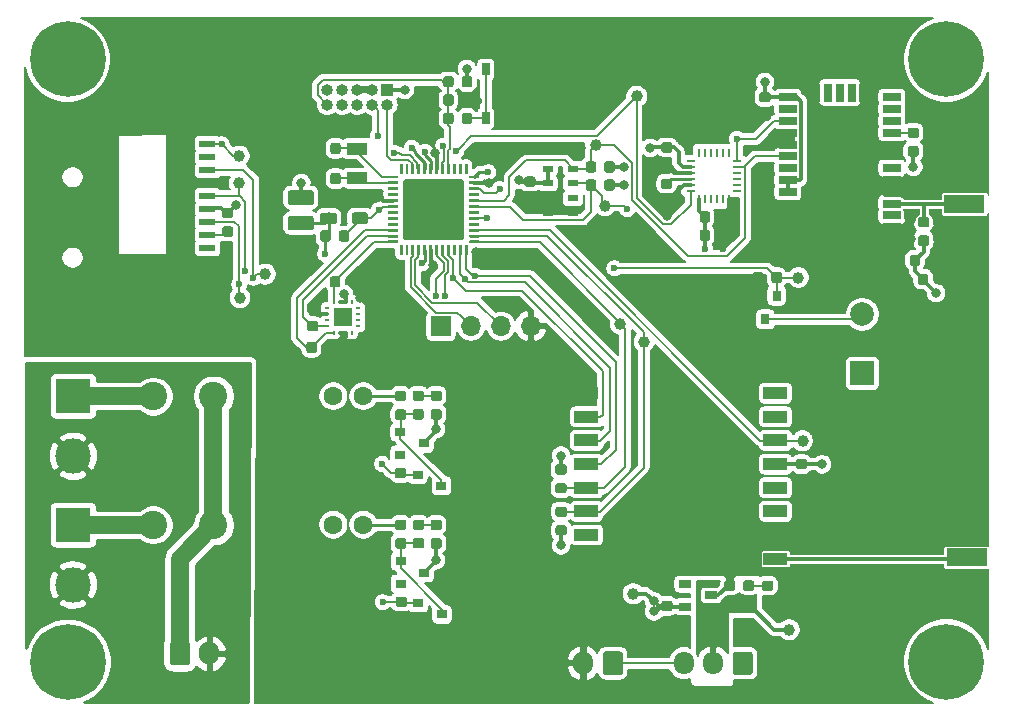
<source format=gtl>
G04 #@! TF.GenerationSoftware,KiCad,Pcbnew,(5.1.4)-1*
G04 #@! TF.CreationDate,2022-02-20T14:42:11-05:00*
G04 #@! TF.ProjectId,Recovery PCB,5265636f-7665-4727-9920-5043422e6b69,rev?*
G04 #@! TF.SameCoordinates,Original*
G04 #@! TF.FileFunction,Copper,L1,Top*
G04 #@! TF.FilePolarity,Positive*
%FSLAX46Y46*%
G04 Gerber Fmt 4.6, Leading zero omitted, Abs format (unit mm)*
G04 Created by KiCad (PCBNEW (5.1.4)-1) date 2022-02-20 14:42:11*
%MOMM*%
%LPD*%
G04 APERTURE LIST*
%ADD10C,0.100000*%
%ADD11C,0.875000*%
%ADD12R,1.500000X1.000000*%
%ADD13R,1.500000X0.700000*%
%ADD14R,0.700000X1.500000*%
%ADD15R,2.000000X1.000000*%
%ADD16R,0.790000X0.260000*%
%ADD17R,0.260000X0.790000*%
%ADD18C,2.400000*%
%ADD19C,1.600000*%
%ADD20R,1.600000X1.600000*%
%ADD21R,0.250000X0.400000*%
%ADD22R,0.400000X0.250000*%
%ADD23C,0.250000*%
%ADD24C,5.150000*%
%ADD25R,3.500000X1.500000*%
%ADD26R,2.400000X1.100000*%
%ADD27R,1.400000X0.620000*%
%ADD28C,0.800000*%
%ADD29C,6.400000*%
%ADD30R,1.060000X0.650000*%
%ADD31R,1.700000X1.700000*%
%ADD32O,1.700000X1.700000*%
%ADD33C,0.975000*%
%ADD34O,1.700000X2.000000*%
%ADD35C,1.700000*%
%ADD36R,0.900000X0.800000*%
%ADD37R,1.800000X1.000000*%
%ADD38R,0.950000X0.550000*%
%ADD39C,1.000000*%
%ADD40O,1.700000X1.950000*%
%ADD41R,0.650000X1.050000*%
%ADD42R,0.800000X0.900000*%
%ADD43C,1.250000*%
%ADD44C,3.000000*%
%ADD45R,3.000000X3.000000*%
%ADD46O,1.000000X1.000000*%
%ADD47R,1.000000X1.000000*%
%ADD48R,2.000000X2.000000*%
%ADD49C,2.000000*%
%ADD50C,0.600000*%
%ADD51C,0.203200*%
%ADD52C,0.304800*%
%ADD53C,0.254000*%
%ADD54C,1.500000*%
%ADD55C,0.325628*%
%ADD56C,0.250000*%
%ADD57C,0.130000*%
%ADD58C,0.150000*%
G04 APERTURE END LIST*
D10*
G36*
X147597891Y-82180553D02*
G01*
X147619126Y-82183703D01*
X147639950Y-82188919D01*
X147660162Y-82196151D01*
X147679568Y-82205330D01*
X147697981Y-82216366D01*
X147715224Y-82229154D01*
X147731130Y-82243570D01*
X147745546Y-82259476D01*
X147758334Y-82276719D01*
X147769370Y-82295132D01*
X147778549Y-82314538D01*
X147785781Y-82334750D01*
X147790997Y-82355574D01*
X147794147Y-82376809D01*
X147795200Y-82398250D01*
X147795200Y-82835750D01*
X147794147Y-82857191D01*
X147790997Y-82878426D01*
X147785781Y-82899250D01*
X147778549Y-82919462D01*
X147769370Y-82938868D01*
X147758334Y-82957281D01*
X147745546Y-82974524D01*
X147731130Y-82990430D01*
X147715224Y-83004846D01*
X147697981Y-83017634D01*
X147679568Y-83028670D01*
X147660162Y-83037849D01*
X147639950Y-83045081D01*
X147619126Y-83050297D01*
X147597891Y-83053447D01*
X147576450Y-83054500D01*
X147063950Y-83054500D01*
X147042509Y-83053447D01*
X147021274Y-83050297D01*
X147000450Y-83045081D01*
X146980238Y-83037849D01*
X146960832Y-83028670D01*
X146942419Y-83017634D01*
X146925176Y-83004846D01*
X146909270Y-82990430D01*
X146894854Y-82974524D01*
X146882066Y-82957281D01*
X146871030Y-82938868D01*
X146861851Y-82919462D01*
X146854619Y-82899250D01*
X146849403Y-82878426D01*
X146846253Y-82857191D01*
X146845200Y-82835750D01*
X146845200Y-82398250D01*
X146846253Y-82376809D01*
X146849403Y-82355574D01*
X146854619Y-82334750D01*
X146861851Y-82314538D01*
X146871030Y-82295132D01*
X146882066Y-82276719D01*
X146894854Y-82259476D01*
X146909270Y-82243570D01*
X146925176Y-82229154D01*
X146942419Y-82216366D01*
X146960832Y-82205330D01*
X146980238Y-82196151D01*
X147000450Y-82188919D01*
X147021274Y-82183703D01*
X147042509Y-82180553D01*
X147063950Y-82179500D01*
X147576450Y-82179500D01*
X147597891Y-82180553D01*
X147597891Y-82180553D01*
G37*
D11*
X147320200Y-82617000D03*
D10*
G36*
X147597891Y-80605553D02*
G01*
X147619126Y-80608703D01*
X147639950Y-80613919D01*
X147660162Y-80621151D01*
X147679568Y-80630330D01*
X147697981Y-80641366D01*
X147715224Y-80654154D01*
X147731130Y-80668570D01*
X147745546Y-80684476D01*
X147758334Y-80701719D01*
X147769370Y-80720132D01*
X147778549Y-80739538D01*
X147785781Y-80759750D01*
X147790997Y-80780574D01*
X147794147Y-80801809D01*
X147795200Y-80823250D01*
X147795200Y-81260750D01*
X147794147Y-81282191D01*
X147790997Y-81303426D01*
X147785781Y-81324250D01*
X147778549Y-81344462D01*
X147769370Y-81363868D01*
X147758334Y-81382281D01*
X147745546Y-81399524D01*
X147731130Y-81415430D01*
X147715224Y-81429846D01*
X147697981Y-81442634D01*
X147679568Y-81453670D01*
X147660162Y-81462849D01*
X147639950Y-81470081D01*
X147619126Y-81475297D01*
X147597891Y-81478447D01*
X147576450Y-81479500D01*
X147063950Y-81479500D01*
X147042509Y-81478447D01*
X147021274Y-81475297D01*
X147000450Y-81470081D01*
X146980238Y-81462849D01*
X146960832Y-81453670D01*
X146942419Y-81442634D01*
X146925176Y-81429846D01*
X146909270Y-81415430D01*
X146894854Y-81399524D01*
X146882066Y-81382281D01*
X146871030Y-81363868D01*
X146861851Y-81344462D01*
X146854619Y-81324250D01*
X146849403Y-81303426D01*
X146846253Y-81282191D01*
X146845200Y-81260750D01*
X146845200Y-80823250D01*
X146846253Y-80801809D01*
X146849403Y-80780574D01*
X146854619Y-80759750D01*
X146861851Y-80739538D01*
X146871030Y-80720132D01*
X146882066Y-80701719D01*
X146894854Y-80684476D01*
X146909270Y-80668570D01*
X146925176Y-80654154D01*
X146942419Y-80641366D01*
X146960832Y-80630330D01*
X146980238Y-80621151D01*
X147000450Y-80613919D01*
X147021274Y-80608703D01*
X147042509Y-80605553D01*
X147063950Y-80604500D01*
X147576450Y-80604500D01*
X147597891Y-80605553D01*
X147597891Y-80605553D01*
G37*
D11*
X147320200Y-81042000D03*
D10*
G36*
X152370391Y-84918053D02*
G01*
X152391626Y-84921203D01*
X152412450Y-84926419D01*
X152432662Y-84933651D01*
X152452068Y-84942830D01*
X152470481Y-84953866D01*
X152487724Y-84966654D01*
X152503630Y-84981070D01*
X152518046Y-84996976D01*
X152530834Y-85014219D01*
X152541870Y-85032632D01*
X152551049Y-85052038D01*
X152558281Y-85072250D01*
X152563497Y-85093074D01*
X152566647Y-85114309D01*
X152567700Y-85135750D01*
X152567700Y-85648250D01*
X152566647Y-85669691D01*
X152563497Y-85690926D01*
X152558281Y-85711750D01*
X152551049Y-85731962D01*
X152541870Y-85751368D01*
X152530834Y-85769781D01*
X152518046Y-85787024D01*
X152503630Y-85802930D01*
X152487724Y-85817346D01*
X152470481Y-85830134D01*
X152452068Y-85841170D01*
X152432662Y-85850349D01*
X152412450Y-85857581D01*
X152391626Y-85862797D01*
X152370391Y-85865947D01*
X152348950Y-85867000D01*
X151911450Y-85867000D01*
X151890009Y-85865947D01*
X151868774Y-85862797D01*
X151847950Y-85857581D01*
X151827738Y-85850349D01*
X151808332Y-85841170D01*
X151789919Y-85830134D01*
X151772676Y-85817346D01*
X151756770Y-85802930D01*
X151742354Y-85787024D01*
X151729566Y-85769781D01*
X151718530Y-85751368D01*
X151709351Y-85731962D01*
X151702119Y-85711750D01*
X151696903Y-85690926D01*
X151693753Y-85669691D01*
X151692700Y-85648250D01*
X151692700Y-85135750D01*
X151693753Y-85114309D01*
X151696903Y-85093074D01*
X151702119Y-85072250D01*
X151709351Y-85052038D01*
X151718530Y-85032632D01*
X151729566Y-85014219D01*
X151742354Y-84996976D01*
X151756770Y-84981070D01*
X151772676Y-84966654D01*
X151789919Y-84953866D01*
X151808332Y-84942830D01*
X151827738Y-84933651D01*
X151847950Y-84926419D01*
X151868774Y-84921203D01*
X151890009Y-84918053D01*
X151911450Y-84917000D01*
X152348950Y-84917000D01*
X152370391Y-84918053D01*
X152370391Y-84918053D01*
G37*
D11*
X152130200Y-85392000D03*
D10*
G36*
X150795391Y-84918053D02*
G01*
X150816626Y-84921203D01*
X150837450Y-84926419D01*
X150857662Y-84933651D01*
X150877068Y-84942830D01*
X150895481Y-84953866D01*
X150912724Y-84966654D01*
X150928630Y-84981070D01*
X150943046Y-84996976D01*
X150955834Y-85014219D01*
X150966870Y-85032632D01*
X150976049Y-85052038D01*
X150983281Y-85072250D01*
X150988497Y-85093074D01*
X150991647Y-85114309D01*
X150992700Y-85135750D01*
X150992700Y-85648250D01*
X150991647Y-85669691D01*
X150988497Y-85690926D01*
X150983281Y-85711750D01*
X150976049Y-85731962D01*
X150966870Y-85751368D01*
X150955834Y-85769781D01*
X150943046Y-85787024D01*
X150928630Y-85802930D01*
X150912724Y-85817346D01*
X150895481Y-85830134D01*
X150877068Y-85841170D01*
X150857662Y-85850349D01*
X150837450Y-85857581D01*
X150816626Y-85862797D01*
X150795391Y-85865947D01*
X150773950Y-85867000D01*
X150336450Y-85867000D01*
X150315009Y-85865947D01*
X150293774Y-85862797D01*
X150272950Y-85857581D01*
X150252738Y-85850349D01*
X150233332Y-85841170D01*
X150214919Y-85830134D01*
X150197676Y-85817346D01*
X150181770Y-85802930D01*
X150167354Y-85787024D01*
X150154566Y-85769781D01*
X150143530Y-85751368D01*
X150134351Y-85731962D01*
X150127119Y-85711750D01*
X150121903Y-85690926D01*
X150118753Y-85669691D01*
X150117700Y-85648250D01*
X150117700Y-85135750D01*
X150118753Y-85114309D01*
X150121903Y-85093074D01*
X150127119Y-85072250D01*
X150134351Y-85052038D01*
X150143530Y-85032632D01*
X150154566Y-85014219D01*
X150167354Y-84996976D01*
X150181770Y-84981070D01*
X150197676Y-84966654D01*
X150214919Y-84953866D01*
X150233332Y-84942830D01*
X150252738Y-84933651D01*
X150272950Y-84926419D01*
X150293774Y-84921203D01*
X150315009Y-84918053D01*
X150336450Y-84917000D01*
X150773950Y-84917000D01*
X150795391Y-84918053D01*
X150795391Y-84918053D01*
G37*
D11*
X150555200Y-85392000D03*
D10*
G36*
X159027691Y-105913553D02*
G01*
X159048926Y-105916703D01*
X159069750Y-105921919D01*
X159089962Y-105929151D01*
X159109368Y-105938330D01*
X159127781Y-105949366D01*
X159145024Y-105962154D01*
X159160930Y-105976570D01*
X159175346Y-105992476D01*
X159188134Y-106009719D01*
X159199170Y-106028132D01*
X159208349Y-106047538D01*
X159215581Y-106067750D01*
X159220797Y-106088574D01*
X159223947Y-106109809D01*
X159225000Y-106131250D01*
X159225000Y-106568750D01*
X159223947Y-106590191D01*
X159220797Y-106611426D01*
X159215581Y-106632250D01*
X159208349Y-106652462D01*
X159199170Y-106671868D01*
X159188134Y-106690281D01*
X159175346Y-106707524D01*
X159160930Y-106723430D01*
X159145024Y-106737846D01*
X159127781Y-106750634D01*
X159109368Y-106761670D01*
X159089962Y-106770849D01*
X159069750Y-106778081D01*
X159048926Y-106783297D01*
X159027691Y-106786447D01*
X159006250Y-106787500D01*
X158493750Y-106787500D01*
X158472309Y-106786447D01*
X158451074Y-106783297D01*
X158430250Y-106778081D01*
X158410038Y-106770849D01*
X158390632Y-106761670D01*
X158372219Y-106750634D01*
X158354976Y-106737846D01*
X158339070Y-106723430D01*
X158324654Y-106707524D01*
X158311866Y-106690281D01*
X158300830Y-106671868D01*
X158291651Y-106652462D01*
X158284419Y-106632250D01*
X158279203Y-106611426D01*
X158276053Y-106590191D01*
X158275000Y-106568750D01*
X158275000Y-106131250D01*
X158276053Y-106109809D01*
X158279203Y-106088574D01*
X158284419Y-106067750D01*
X158291651Y-106047538D01*
X158300830Y-106028132D01*
X158311866Y-106009719D01*
X158324654Y-105992476D01*
X158339070Y-105976570D01*
X158354976Y-105962154D01*
X158372219Y-105949366D01*
X158390632Y-105938330D01*
X158410038Y-105929151D01*
X158430250Y-105921919D01*
X158451074Y-105916703D01*
X158472309Y-105913553D01*
X158493750Y-105912500D01*
X159006250Y-105912500D01*
X159027691Y-105913553D01*
X159027691Y-105913553D01*
G37*
D11*
X158750000Y-106350000D03*
D10*
G36*
X159027691Y-104338553D02*
G01*
X159048926Y-104341703D01*
X159069750Y-104346919D01*
X159089962Y-104354151D01*
X159109368Y-104363330D01*
X159127781Y-104374366D01*
X159145024Y-104387154D01*
X159160930Y-104401570D01*
X159175346Y-104417476D01*
X159188134Y-104434719D01*
X159199170Y-104453132D01*
X159208349Y-104472538D01*
X159215581Y-104492750D01*
X159220797Y-104513574D01*
X159223947Y-104534809D01*
X159225000Y-104556250D01*
X159225000Y-104993750D01*
X159223947Y-105015191D01*
X159220797Y-105036426D01*
X159215581Y-105057250D01*
X159208349Y-105077462D01*
X159199170Y-105096868D01*
X159188134Y-105115281D01*
X159175346Y-105132524D01*
X159160930Y-105148430D01*
X159145024Y-105162846D01*
X159127781Y-105175634D01*
X159109368Y-105186670D01*
X159089962Y-105195849D01*
X159069750Y-105203081D01*
X159048926Y-105208297D01*
X159027691Y-105211447D01*
X159006250Y-105212500D01*
X158493750Y-105212500D01*
X158472309Y-105211447D01*
X158451074Y-105208297D01*
X158430250Y-105203081D01*
X158410038Y-105195849D01*
X158390632Y-105186670D01*
X158372219Y-105175634D01*
X158354976Y-105162846D01*
X158339070Y-105148430D01*
X158324654Y-105132524D01*
X158311866Y-105115281D01*
X158300830Y-105096868D01*
X158291651Y-105077462D01*
X158284419Y-105057250D01*
X158279203Y-105036426D01*
X158276053Y-105015191D01*
X158275000Y-104993750D01*
X158275000Y-104556250D01*
X158276053Y-104534809D01*
X158279203Y-104513574D01*
X158284419Y-104492750D01*
X158291651Y-104472538D01*
X158300830Y-104453132D01*
X158311866Y-104434719D01*
X158324654Y-104417476D01*
X158339070Y-104401570D01*
X158354976Y-104387154D01*
X158372219Y-104374366D01*
X158390632Y-104363330D01*
X158410038Y-104354151D01*
X158430250Y-104346919D01*
X158451074Y-104341703D01*
X158472309Y-104338553D01*
X158493750Y-104337500D01*
X159006250Y-104337500D01*
X159027691Y-104338553D01*
X159027691Y-104338553D01*
G37*
D11*
X158750000Y-104775000D03*
D10*
G36*
X147617891Y-79105553D02*
G01*
X147639126Y-79108703D01*
X147659950Y-79113919D01*
X147680162Y-79121151D01*
X147699568Y-79130330D01*
X147717981Y-79141366D01*
X147735224Y-79154154D01*
X147751130Y-79168570D01*
X147765546Y-79184476D01*
X147778334Y-79201719D01*
X147789370Y-79220132D01*
X147798549Y-79239538D01*
X147805781Y-79259750D01*
X147810997Y-79280574D01*
X147814147Y-79301809D01*
X147815200Y-79323250D01*
X147815200Y-79760750D01*
X147814147Y-79782191D01*
X147810997Y-79803426D01*
X147805781Y-79824250D01*
X147798549Y-79844462D01*
X147789370Y-79863868D01*
X147778334Y-79882281D01*
X147765546Y-79899524D01*
X147751130Y-79915430D01*
X147735224Y-79929846D01*
X147717981Y-79942634D01*
X147699568Y-79953670D01*
X147680162Y-79962849D01*
X147659950Y-79970081D01*
X147639126Y-79975297D01*
X147617891Y-79978447D01*
X147596450Y-79979500D01*
X147083950Y-79979500D01*
X147062509Y-79978447D01*
X147041274Y-79975297D01*
X147020450Y-79970081D01*
X147000238Y-79962849D01*
X146980832Y-79953670D01*
X146962419Y-79942634D01*
X146945176Y-79929846D01*
X146929270Y-79915430D01*
X146914854Y-79899524D01*
X146902066Y-79882281D01*
X146891030Y-79863868D01*
X146881851Y-79844462D01*
X146874619Y-79824250D01*
X146869403Y-79803426D01*
X146866253Y-79782191D01*
X146865200Y-79760750D01*
X146865200Y-79323250D01*
X146866253Y-79301809D01*
X146869403Y-79280574D01*
X146874619Y-79259750D01*
X146881851Y-79239538D01*
X146891030Y-79220132D01*
X146902066Y-79201719D01*
X146914854Y-79184476D01*
X146929270Y-79168570D01*
X146945176Y-79154154D01*
X146962419Y-79141366D01*
X146980832Y-79130330D01*
X147000238Y-79121151D01*
X147020450Y-79113919D01*
X147041274Y-79108703D01*
X147062509Y-79105553D01*
X147083950Y-79104500D01*
X147596450Y-79104500D01*
X147617891Y-79105553D01*
X147617891Y-79105553D01*
G37*
D11*
X147340200Y-79542000D03*
D10*
G36*
X147617891Y-77530553D02*
G01*
X147639126Y-77533703D01*
X147659950Y-77538919D01*
X147680162Y-77546151D01*
X147699568Y-77555330D01*
X147717981Y-77566366D01*
X147735224Y-77579154D01*
X147751130Y-77593570D01*
X147765546Y-77609476D01*
X147778334Y-77626719D01*
X147789370Y-77645132D01*
X147798549Y-77664538D01*
X147805781Y-77684750D01*
X147810997Y-77705574D01*
X147814147Y-77726809D01*
X147815200Y-77748250D01*
X147815200Y-78185750D01*
X147814147Y-78207191D01*
X147810997Y-78228426D01*
X147805781Y-78249250D01*
X147798549Y-78269462D01*
X147789370Y-78288868D01*
X147778334Y-78307281D01*
X147765546Y-78324524D01*
X147751130Y-78340430D01*
X147735224Y-78354846D01*
X147717981Y-78367634D01*
X147699568Y-78378670D01*
X147680162Y-78387849D01*
X147659950Y-78395081D01*
X147639126Y-78400297D01*
X147617891Y-78403447D01*
X147596450Y-78404500D01*
X147083950Y-78404500D01*
X147062509Y-78403447D01*
X147041274Y-78400297D01*
X147020450Y-78395081D01*
X147000238Y-78387849D01*
X146980832Y-78378670D01*
X146962419Y-78367634D01*
X146945176Y-78354846D01*
X146929270Y-78340430D01*
X146914854Y-78324524D01*
X146902066Y-78307281D01*
X146891030Y-78288868D01*
X146881851Y-78269462D01*
X146874619Y-78249250D01*
X146869403Y-78228426D01*
X146866253Y-78207191D01*
X146865200Y-78185750D01*
X146865200Y-77748250D01*
X146866253Y-77726809D01*
X146869403Y-77705574D01*
X146874619Y-77684750D01*
X146881851Y-77664538D01*
X146891030Y-77645132D01*
X146902066Y-77626719D01*
X146914854Y-77609476D01*
X146929270Y-77593570D01*
X146945176Y-77579154D01*
X146962419Y-77566366D01*
X146980832Y-77555330D01*
X147000238Y-77546151D01*
X147020450Y-77538919D01*
X147041274Y-77533703D01*
X147062509Y-77530553D01*
X147083950Y-77529500D01*
X147596450Y-77529500D01*
X147617891Y-77530553D01*
X147617891Y-77530553D01*
G37*
D11*
X147340200Y-77967000D03*
D10*
G36*
X152370391Y-83378053D02*
G01*
X152391626Y-83381203D01*
X152412450Y-83386419D01*
X152432662Y-83393651D01*
X152452068Y-83402830D01*
X152470481Y-83413866D01*
X152487724Y-83426654D01*
X152503630Y-83441070D01*
X152518046Y-83456976D01*
X152530834Y-83474219D01*
X152541870Y-83492632D01*
X152551049Y-83512038D01*
X152558281Y-83532250D01*
X152563497Y-83553074D01*
X152566647Y-83574309D01*
X152567700Y-83595750D01*
X152567700Y-84108250D01*
X152566647Y-84129691D01*
X152563497Y-84150926D01*
X152558281Y-84171750D01*
X152551049Y-84191962D01*
X152541870Y-84211368D01*
X152530834Y-84229781D01*
X152518046Y-84247024D01*
X152503630Y-84262930D01*
X152487724Y-84277346D01*
X152470481Y-84290134D01*
X152452068Y-84301170D01*
X152432662Y-84310349D01*
X152412450Y-84317581D01*
X152391626Y-84322797D01*
X152370391Y-84325947D01*
X152348950Y-84327000D01*
X151911450Y-84327000D01*
X151890009Y-84325947D01*
X151868774Y-84322797D01*
X151847950Y-84317581D01*
X151827738Y-84310349D01*
X151808332Y-84301170D01*
X151789919Y-84290134D01*
X151772676Y-84277346D01*
X151756770Y-84262930D01*
X151742354Y-84247024D01*
X151729566Y-84229781D01*
X151718530Y-84211368D01*
X151709351Y-84191962D01*
X151702119Y-84171750D01*
X151696903Y-84150926D01*
X151693753Y-84129691D01*
X151692700Y-84108250D01*
X151692700Y-83595750D01*
X151693753Y-83574309D01*
X151696903Y-83553074D01*
X151702119Y-83532250D01*
X151709351Y-83512038D01*
X151718530Y-83492632D01*
X151729566Y-83474219D01*
X151742354Y-83456976D01*
X151756770Y-83441070D01*
X151772676Y-83426654D01*
X151789919Y-83413866D01*
X151808332Y-83402830D01*
X151827738Y-83393651D01*
X151847950Y-83386419D01*
X151868774Y-83381203D01*
X151890009Y-83378053D01*
X151911450Y-83377000D01*
X152348950Y-83377000D01*
X152370391Y-83378053D01*
X152370391Y-83378053D01*
G37*
D11*
X152130200Y-83852000D03*
D10*
G36*
X150795391Y-83378053D02*
G01*
X150816626Y-83381203D01*
X150837450Y-83386419D01*
X150857662Y-83393651D01*
X150877068Y-83402830D01*
X150895481Y-83413866D01*
X150912724Y-83426654D01*
X150928630Y-83441070D01*
X150943046Y-83456976D01*
X150955834Y-83474219D01*
X150966870Y-83492632D01*
X150976049Y-83512038D01*
X150983281Y-83532250D01*
X150988497Y-83553074D01*
X150991647Y-83574309D01*
X150992700Y-83595750D01*
X150992700Y-84108250D01*
X150991647Y-84129691D01*
X150988497Y-84150926D01*
X150983281Y-84171750D01*
X150976049Y-84191962D01*
X150966870Y-84211368D01*
X150955834Y-84229781D01*
X150943046Y-84247024D01*
X150928630Y-84262930D01*
X150912724Y-84277346D01*
X150895481Y-84290134D01*
X150877068Y-84301170D01*
X150857662Y-84310349D01*
X150837450Y-84317581D01*
X150816626Y-84322797D01*
X150795391Y-84325947D01*
X150773950Y-84327000D01*
X150336450Y-84327000D01*
X150315009Y-84325947D01*
X150293774Y-84322797D01*
X150272950Y-84317581D01*
X150252738Y-84310349D01*
X150233332Y-84301170D01*
X150214919Y-84290134D01*
X150197676Y-84277346D01*
X150181770Y-84262930D01*
X150167354Y-84247024D01*
X150154566Y-84229781D01*
X150143530Y-84211368D01*
X150134351Y-84191962D01*
X150127119Y-84171750D01*
X150121903Y-84150926D01*
X150118753Y-84129691D01*
X150117700Y-84108250D01*
X150117700Y-83595750D01*
X150118753Y-83574309D01*
X150121903Y-83553074D01*
X150127119Y-83532250D01*
X150134351Y-83512038D01*
X150143530Y-83492632D01*
X150154566Y-83474219D01*
X150167354Y-83456976D01*
X150181770Y-83441070D01*
X150197676Y-83426654D01*
X150214919Y-83413866D01*
X150233332Y-83402830D01*
X150252738Y-83393651D01*
X150272950Y-83386419D01*
X150293774Y-83381203D01*
X150315009Y-83378053D01*
X150336450Y-83377000D01*
X150773950Y-83377000D01*
X150795391Y-83378053D01*
X150795391Y-83378053D01*
G37*
D11*
X150555200Y-83852000D03*
D10*
G36*
X168487691Y-76288553D02*
G01*
X168508926Y-76291703D01*
X168529750Y-76296919D01*
X168549962Y-76304151D01*
X168569368Y-76313330D01*
X168587781Y-76324366D01*
X168605024Y-76337154D01*
X168620930Y-76351570D01*
X168635346Y-76367476D01*
X168648134Y-76384719D01*
X168659170Y-76403132D01*
X168668349Y-76422538D01*
X168675581Y-76442750D01*
X168680797Y-76463574D01*
X168683947Y-76484809D01*
X168685000Y-76506250D01*
X168685000Y-76943750D01*
X168683947Y-76965191D01*
X168680797Y-76986426D01*
X168675581Y-77007250D01*
X168668349Y-77027462D01*
X168659170Y-77046868D01*
X168648134Y-77065281D01*
X168635346Y-77082524D01*
X168620930Y-77098430D01*
X168605024Y-77112846D01*
X168587781Y-77125634D01*
X168569368Y-77136670D01*
X168549962Y-77145849D01*
X168529750Y-77153081D01*
X168508926Y-77158297D01*
X168487691Y-77161447D01*
X168466250Y-77162500D01*
X167953750Y-77162500D01*
X167932309Y-77161447D01*
X167911074Y-77158297D01*
X167890250Y-77153081D01*
X167870038Y-77145849D01*
X167850632Y-77136670D01*
X167832219Y-77125634D01*
X167814976Y-77112846D01*
X167799070Y-77098430D01*
X167784654Y-77082524D01*
X167771866Y-77065281D01*
X167760830Y-77046868D01*
X167751651Y-77027462D01*
X167744419Y-77007250D01*
X167739203Y-76986426D01*
X167736053Y-76965191D01*
X167735000Y-76943750D01*
X167735000Y-76506250D01*
X167736053Y-76484809D01*
X167739203Y-76463574D01*
X167744419Y-76442750D01*
X167751651Y-76422538D01*
X167760830Y-76403132D01*
X167771866Y-76384719D01*
X167784654Y-76367476D01*
X167799070Y-76351570D01*
X167814976Y-76337154D01*
X167832219Y-76324366D01*
X167850632Y-76313330D01*
X167870038Y-76304151D01*
X167890250Y-76296919D01*
X167911074Y-76291703D01*
X167932309Y-76288553D01*
X167953750Y-76287500D01*
X168466250Y-76287500D01*
X168487691Y-76288553D01*
X168487691Y-76288553D01*
G37*
D11*
X168210000Y-76725000D03*
D10*
G36*
X168487691Y-77863553D02*
G01*
X168508926Y-77866703D01*
X168529750Y-77871919D01*
X168549962Y-77879151D01*
X168569368Y-77888330D01*
X168587781Y-77899366D01*
X168605024Y-77912154D01*
X168620930Y-77926570D01*
X168635346Y-77942476D01*
X168648134Y-77959719D01*
X168659170Y-77978132D01*
X168668349Y-77997538D01*
X168675581Y-78017750D01*
X168680797Y-78038574D01*
X168683947Y-78059809D01*
X168685000Y-78081250D01*
X168685000Y-78518750D01*
X168683947Y-78540191D01*
X168680797Y-78561426D01*
X168675581Y-78582250D01*
X168668349Y-78602462D01*
X168659170Y-78621868D01*
X168648134Y-78640281D01*
X168635346Y-78657524D01*
X168620930Y-78673430D01*
X168605024Y-78687846D01*
X168587781Y-78700634D01*
X168569368Y-78711670D01*
X168549962Y-78720849D01*
X168529750Y-78728081D01*
X168508926Y-78733297D01*
X168487691Y-78736447D01*
X168466250Y-78737500D01*
X167953750Y-78737500D01*
X167932309Y-78736447D01*
X167911074Y-78733297D01*
X167890250Y-78728081D01*
X167870038Y-78720849D01*
X167850632Y-78711670D01*
X167832219Y-78700634D01*
X167814976Y-78687846D01*
X167799070Y-78673430D01*
X167784654Y-78657524D01*
X167771866Y-78640281D01*
X167760830Y-78621868D01*
X167751651Y-78602462D01*
X167744419Y-78582250D01*
X167739203Y-78561426D01*
X167736053Y-78540191D01*
X167735000Y-78518750D01*
X167735000Y-78081250D01*
X167736053Y-78059809D01*
X167739203Y-78038574D01*
X167744419Y-78017750D01*
X167751651Y-77997538D01*
X167760830Y-77978132D01*
X167771866Y-77959719D01*
X167784654Y-77942476D01*
X167799070Y-77926570D01*
X167814976Y-77912154D01*
X167832219Y-77899366D01*
X167850632Y-77888330D01*
X167870038Y-77879151D01*
X167890250Y-77871919D01*
X167911074Y-77866703D01*
X167932309Y-77863553D01*
X167953750Y-77862500D01*
X168466250Y-77862500D01*
X168487691Y-77863553D01*
X168487691Y-77863553D01*
G37*
D11*
X168210000Y-78300000D03*
D12*
X157590000Y-85870000D03*
D13*
X157590000Y-84720000D03*
X157590000Y-82720000D03*
X157590000Y-83720000D03*
X157590000Y-81720000D03*
X157590000Y-80720000D03*
X157590000Y-79720000D03*
X157590000Y-78720000D03*
X157590000Y-77720000D03*
X157590000Y-76720000D03*
X157590000Y-75720000D03*
X157590000Y-74720000D03*
X157590000Y-73720000D03*
D12*
X166390000Y-85870000D03*
D13*
X166390000Y-84720000D03*
X166390000Y-82720000D03*
X166390000Y-83720000D03*
X166390000Y-81720000D03*
X166390000Y-80720000D03*
X166390000Y-79720000D03*
X166390000Y-78720000D03*
X166390000Y-77720000D03*
X166390000Y-76720000D03*
X166390000Y-75720000D03*
X166390000Y-74720000D03*
X166390000Y-73720000D03*
D14*
X159990000Y-73320000D03*
X160990000Y-73320000D03*
X163990000Y-73320000D03*
X162990000Y-73320000D03*
X161990000Y-73320000D03*
D15*
X156540000Y-98780000D03*
X156540000Y-100780000D03*
X156540000Y-102780000D03*
X156540000Y-104780000D03*
X156540000Y-106780000D03*
X156540000Y-108780000D03*
X156540000Y-110780000D03*
X156540000Y-112780000D03*
X140540000Y-112780000D03*
X140540000Y-110780000D03*
X140540000Y-108780000D03*
X140540000Y-106780000D03*
X140540000Y-104780000D03*
X140540000Y-102780000D03*
X140540000Y-100780000D03*
X140540000Y-98780000D03*
D16*
X153290200Y-79152000D03*
X153290200Y-79652000D03*
X153290200Y-80152000D03*
X153290200Y-80652000D03*
X153290200Y-81152000D03*
X153290200Y-81652000D03*
D17*
X152570200Y-82372000D03*
X152070200Y-82372000D03*
X151570200Y-82372000D03*
X151070200Y-82372000D03*
X150570200Y-82372000D03*
X150070200Y-82372000D03*
D16*
X149350200Y-81652000D03*
X149350200Y-81152000D03*
X149350200Y-80652000D03*
X149350200Y-80152000D03*
X149350200Y-79652000D03*
X149350200Y-79152000D03*
D17*
X150070200Y-78432000D03*
X150570200Y-78432000D03*
X151070200Y-78432000D03*
X151570200Y-78432000D03*
X152070200Y-78432000D03*
X152570200Y-78432000D03*
D18*
X103870000Y-109922500D03*
X108950000Y-109922500D03*
D19*
X119110000Y-109922500D03*
X121650000Y-109922500D03*
D18*
X103870000Y-99022500D03*
X108950000Y-99022500D03*
D19*
X119110000Y-99022500D03*
X121650000Y-99022500D03*
D20*
X119911000Y-92340569D03*
D21*
X119161000Y-91040569D03*
X119661000Y-91040569D03*
X120161000Y-91040569D03*
X120661000Y-91040569D03*
D22*
X121211000Y-91590569D03*
X121211000Y-92090569D03*
X121211000Y-92590569D03*
X121211000Y-93090569D03*
D21*
X120661000Y-93640569D03*
X120161000Y-93640569D03*
X119661000Y-93640569D03*
X119161000Y-93640569D03*
D22*
X118611000Y-93090569D03*
X118611000Y-92590569D03*
X118611000Y-92090569D03*
X118611000Y-91590569D03*
D10*
G36*
X124910195Y-79345301D02*
G01*
X124916262Y-79346201D01*
X124922212Y-79347691D01*
X124927987Y-79349758D01*
X124933531Y-79352380D01*
X124938792Y-79355533D01*
X124943719Y-79359187D01*
X124948263Y-79363306D01*
X124952382Y-79367850D01*
X124956036Y-79372777D01*
X124959189Y-79378038D01*
X124961811Y-79383582D01*
X124963878Y-79389357D01*
X124965368Y-79395307D01*
X124966268Y-79401374D01*
X124966569Y-79407500D01*
X124966569Y-80157500D01*
X124966268Y-80163626D01*
X124965368Y-80169693D01*
X124963878Y-80175643D01*
X124961811Y-80181418D01*
X124959189Y-80186962D01*
X124956036Y-80192223D01*
X124952382Y-80197150D01*
X124948263Y-80201694D01*
X124943719Y-80205813D01*
X124938792Y-80209467D01*
X124933531Y-80212620D01*
X124927987Y-80215242D01*
X124922212Y-80217309D01*
X124916262Y-80218799D01*
X124910195Y-80219699D01*
X124904069Y-80220000D01*
X124779069Y-80220000D01*
X124772943Y-80219699D01*
X124766876Y-80218799D01*
X124760926Y-80217309D01*
X124755151Y-80215242D01*
X124749607Y-80212620D01*
X124744346Y-80209467D01*
X124739419Y-80205813D01*
X124734875Y-80201694D01*
X124730756Y-80197150D01*
X124727102Y-80192223D01*
X124723949Y-80186962D01*
X124721327Y-80181418D01*
X124719260Y-80175643D01*
X124717770Y-80169693D01*
X124716870Y-80163626D01*
X124716569Y-80157500D01*
X124716569Y-79407500D01*
X124716870Y-79401374D01*
X124717770Y-79395307D01*
X124719260Y-79389357D01*
X124721327Y-79383582D01*
X124723949Y-79378038D01*
X124727102Y-79372777D01*
X124730756Y-79367850D01*
X124734875Y-79363306D01*
X124739419Y-79359187D01*
X124744346Y-79355533D01*
X124749607Y-79352380D01*
X124755151Y-79349758D01*
X124760926Y-79347691D01*
X124766876Y-79346201D01*
X124772943Y-79345301D01*
X124779069Y-79345000D01*
X124904069Y-79345000D01*
X124910195Y-79345301D01*
X124910195Y-79345301D01*
G37*
D23*
X124841569Y-79782500D03*
D10*
G36*
X125410195Y-79345301D02*
G01*
X125416262Y-79346201D01*
X125422212Y-79347691D01*
X125427987Y-79349758D01*
X125433531Y-79352380D01*
X125438792Y-79355533D01*
X125443719Y-79359187D01*
X125448263Y-79363306D01*
X125452382Y-79367850D01*
X125456036Y-79372777D01*
X125459189Y-79378038D01*
X125461811Y-79383582D01*
X125463878Y-79389357D01*
X125465368Y-79395307D01*
X125466268Y-79401374D01*
X125466569Y-79407500D01*
X125466569Y-80157500D01*
X125466268Y-80163626D01*
X125465368Y-80169693D01*
X125463878Y-80175643D01*
X125461811Y-80181418D01*
X125459189Y-80186962D01*
X125456036Y-80192223D01*
X125452382Y-80197150D01*
X125448263Y-80201694D01*
X125443719Y-80205813D01*
X125438792Y-80209467D01*
X125433531Y-80212620D01*
X125427987Y-80215242D01*
X125422212Y-80217309D01*
X125416262Y-80218799D01*
X125410195Y-80219699D01*
X125404069Y-80220000D01*
X125279069Y-80220000D01*
X125272943Y-80219699D01*
X125266876Y-80218799D01*
X125260926Y-80217309D01*
X125255151Y-80215242D01*
X125249607Y-80212620D01*
X125244346Y-80209467D01*
X125239419Y-80205813D01*
X125234875Y-80201694D01*
X125230756Y-80197150D01*
X125227102Y-80192223D01*
X125223949Y-80186962D01*
X125221327Y-80181418D01*
X125219260Y-80175643D01*
X125217770Y-80169693D01*
X125216870Y-80163626D01*
X125216569Y-80157500D01*
X125216569Y-79407500D01*
X125216870Y-79401374D01*
X125217770Y-79395307D01*
X125219260Y-79389357D01*
X125221327Y-79383582D01*
X125223949Y-79378038D01*
X125227102Y-79372777D01*
X125230756Y-79367850D01*
X125234875Y-79363306D01*
X125239419Y-79359187D01*
X125244346Y-79355533D01*
X125249607Y-79352380D01*
X125255151Y-79349758D01*
X125260926Y-79347691D01*
X125266876Y-79346201D01*
X125272943Y-79345301D01*
X125279069Y-79345000D01*
X125404069Y-79345000D01*
X125410195Y-79345301D01*
X125410195Y-79345301D01*
G37*
D23*
X125341569Y-79782500D03*
D10*
G36*
X125910195Y-79345301D02*
G01*
X125916262Y-79346201D01*
X125922212Y-79347691D01*
X125927987Y-79349758D01*
X125933531Y-79352380D01*
X125938792Y-79355533D01*
X125943719Y-79359187D01*
X125948263Y-79363306D01*
X125952382Y-79367850D01*
X125956036Y-79372777D01*
X125959189Y-79378038D01*
X125961811Y-79383582D01*
X125963878Y-79389357D01*
X125965368Y-79395307D01*
X125966268Y-79401374D01*
X125966569Y-79407500D01*
X125966569Y-80157500D01*
X125966268Y-80163626D01*
X125965368Y-80169693D01*
X125963878Y-80175643D01*
X125961811Y-80181418D01*
X125959189Y-80186962D01*
X125956036Y-80192223D01*
X125952382Y-80197150D01*
X125948263Y-80201694D01*
X125943719Y-80205813D01*
X125938792Y-80209467D01*
X125933531Y-80212620D01*
X125927987Y-80215242D01*
X125922212Y-80217309D01*
X125916262Y-80218799D01*
X125910195Y-80219699D01*
X125904069Y-80220000D01*
X125779069Y-80220000D01*
X125772943Y-80219699D01*
X125766876Y-80218799D01*
X125760926Y-80217309D01*
X125755151Y-80215242D01*
X125749607Y-80212620D01*
X125744346Y-80209467D01*
X125739419Y-80205813D01*
X125734875Y-80201694D01*
X125730756Y-80197150D01*
X125727102Y-80192223D01*
X125723949Y-80186962D01*
X125721327Y-80181418D01*
X125719260Y-80175643D01*
X125717770Y-80169693D01*
X125716870Y-80163626D01*
X125716569Y-80157500D01*
X125716569Y-79407500D01*
X125716870Y-79401374D01*
X125717770Y-79395307D01*
X125719260Y-79389357D01*
X125721327Y-79383582D01*
X125723949Y-79378038D01*
X125727102Y-79372777D01*
X125730756Y-79367850D01*
X125734875Y-79363306D01*
X125739419Y-79359187D01*
X125744346Y-79355533D01*
X125749607Y-79352380D01*
X125755151Y-79349758D01*
X125760926Y-79347691D01*
X125766876Y-79346201D01*
X125772943Y-79345301D01*
X125779069Y-79345000D01*
X125904069Y-79345000D01*
X125910195Y-79345301D01*
X125910195Y-79345301D01*
G37*
D23*
X125841569Y-79782500D03*
D10*
G36*
X126410195Y-79345301D02*
G01*
X126416262Y-79346201D01*
X126422212Y-79347691D01*
X126427987Y-79349758D01*
X126433531Y-79352380D01*
X126438792Y-79355533D01*
X126443719Y-79359187D01*
X126448263Y-79363306D01*
X126452382Y-79367850D01*
X126456036Y-79372777D01*
X126459189Y-79378038D01*
X126461811Y-79383582D01*
X126463878Y-79389357D01*
X126465368Y-79395307D01*
X126466268Y-79401374D01*
X126466569Y-79407500D01*
X126466569Y-80157500D01*
X126466268Y-80163626D01*
X126465368Y-80169693D01*
X126463878Y-80175643D01*
X126461811Y-80181418D01*
X126459189Y-80186962D01*
X126456036Y-80192223D01*
X126452382Y-80197150D01*
X126448263Y-80201694D01*
X126443719Y-80205813D01*
X126438792Y-80209467D01*
X126433531Y-80212620D01*
X126427987Y-80215242D01*
X126422212Y-80217309D01*
X126416262Y-80218799D01*
X126410195Y-80219699D01*
X126404069Y-80220000D01*
X126279069Y-80220000D01*
X126272943Y-80219699D01*
X126266876Y-80218799D01*
X126260926Y-80217309D01*
X126255151Y-80215242D01*
X126249607Y-80212620D01*
X126244346Y-80209467D01*
X126239419Y-80205813D01*
X126234875Y-80201694D01*
X126230756Y-80197150D01*
X126227102Y-80192223D01*
X126223949Y-80186962D01*
X126221327Y-80181418D01*
X126219260Y-80175643D01*
X126217770Y-80169693D01*
X126216870Y-80163626D01*
X126216569Y-80157500D01*
X126216569Y-79407500D01*
X126216870Y-79401374D01*
X126217770Y-79395307D01*
X126219260Y-79389357D01*
X126221327Y-79383582D01*
X126223949Y-79378038D01*
X126227102Y-79372777D01*
X126230756Y-79367850D01*
X126234875Y-79363306D01*
X126239419Y-79359187D01*
X126244346Y-79355533D01*
X126249607Y-79352380D01*
X126255151Y-79349758D01*
X126260926Y-79347691D01*
X126266876Y-79346201D01*
X126272943Y-79345301D01*
X126279069Y-79345000D01*
X126404069Y-79345000D01*
X126410195Y-79345301D01*
X126410195Y-79345301D01*
G37*
D23*
X126341569Y-79782500D03*
D10*
G36*
X126910195Y-79345301D02*
G01*
X126916262Y-79346201D01*
X126922212Y-79347691D01*
X126927987Y-79349758D01*
X126933531Y-79352380D01*
X126938792Y-79355533D01*
X126943719Y-79359187D01*
X126948263Y-79363306D01*
X126952382Y-79367850D01*
X126956036Y-79372777D01*
X126959189Y-79378038D01*
X126961811Y-79383582D01*
X126963878Y-79389357D01*
X126965368Y-79395307D01*
X126966268Y-79401374D01*
X126966569Y-79407500D01*
X126966569Y-80157500D01*
X126966268Y-80163626D01*
X126965368Y-80169693D01*
X126963878Y-80175643D01*
X126961811Y-80181418D01*
X126959189Y-80186962D01*
X126956036Y-80192223D01*
X126952382Y-80197150D01*
X126948263Y-80201694D01*
X126943719Y-80205813D01*
X126938792Y-80209467D01*
X126933531Y-80212620D01*
X126927987Y-80215242D01*
X126922212Y-80217309D01*
X126916262Y-80218799D01*
X126910195Y-80219699D01*
X126904069Y-80220000D01*
X126779069Y-80220000D01*
X126772943Y-80219699D01*
X126766876Y-80218799D01*
X126760926Y-80217309D01*
X126755151Y-80215242D01*
X126749607Y-80212620D01*
X126744346Y-80209467D01*
X126739419Y-80205813D01*
X126734875Y-80201694D01*
X126730756Y-80197150D01*
X126727102Y-80192223D01*
X126723949Y-80186962D01*
X126721327Y-80181418D01*
X126719260Y-80175643D01*
X126717770Y-80169693D01*
X126716870Y-80163626D01*
X126716569Y-80157500D01*
X126716569Y-79407500D01*
X126716870Y-79401374D01*
X126717770Y-79395307D01*
X126719260Y-79389357D01*
X126721327Y-79383582D01*
X126723949Y-79378038D01*
X126727102Y-79372777D01*
X126730756Y-79367850D01*
X126734875Y-79363306D01*
X126739419Y-79359187D01*
X126744346Y-79355533D01*
X126749607Y-79352380D01*
X126755151Y-79349758D01*
X126760926Y-79347691D01*
X126766876Y-79346201D01*
X126772943Y-79345301D01*
X126779069Y-79345000D01*
X126904069Y-79345000D01*
X126910195Y-79345301D01*
X126910195Y-79345301D01*
G37*
D23*
X126841569Y-79782500D03*
D10*
G36*
X127410195Y-79345301D02*
G01*
X127416262Y-79346201D01*
X127422212Y-79347691D01*
X127427987Y-79349758D01*
X127433531Y-79352380D01*
X127438792Y-79355533D01*
X127443719Y-79359187D01*
X127448263Y-79363306D01*
X127452382Y-79367850D01*
X127456036Y-79372777D01*
X127459189Y-79378038D01*
X127461811Y-79383582D01*
X127463878Y-79389357D01*
X127465368Y-79395307D01*
X127466268Y-79401374D01*
X127466569Y-79407500D01*
X127466569Y-80157500D01*
X127466268Y-80163626D01*
X127465368Y-80169693D01*
X127463878Y-80175643D01*
X127461811Y-80181418D01*
X127459189Y-80186962D01*
X127456036Y-80192223D01*
X127452382Y-80197150D01*
X127448263Y-80201694D01*
X127443719Y-80205813D01*
X127438792Y-80209467D01*
X127433531Y-80212620D01*
X127427987Y-80215242D01*
X127422212Y-80217309D01*
X127416262Y-80218799D01*
X127410195Y-80219699D01*
X127404069Y-80220000D01*
X127279069Y-80220000D01*
X127272943Y-80219699D01*
X127266876Y-80218799D01*
X127260926Y-80217309D01*
X127255151Y-80215242D01*
X127249607Y-80212620D01*
X127244346Y-80209467D01*
X127239419Y-80205813D01*
X127234875Y-80201694D01*
X127230756Y-80197150D01*
X127227102Y-80192223D01*
X127223949Y-80186962D01*
X127221327Y-80181418D01*
X127219260Y-80175643D01*
X127217770Y-80169693D01*
X127216870Y-80163626D01*
X127216569Y-80157500D01*
X127216569Y-79407500D01*
X127216870Y-79401374D01*
X127217770Y-79395307D01*
X127219260Y-79389357D01*
X127221327Y-79383582D01*
X127223949Y-79378038D01*
X127227102Y-79372777D01*
X127230756Y-79367850D01*
X127234875Y-79363306D01*
X127239419Y-79359187D01*
X127244346Y-79355533D01*
X127249607Y-79352380D01*
X127255151Y-79349758D01*
X127260926Y-79347691D01*
X127266876Y-79346201D01*
X127272943Y-79345301D01*
X127279069Y-79345000D01*
X127404069Y-79345000D01*
X127410195Y-79345301D01*
X127410195Y-79345301D01*
G37*
D23*
X127341569Y-79782500D03*
D10*
G36*
X127910195Y-79345301D02*
G01*
X127916262Y-79346201D01*
X127922212Y-79347691D01*
X127927987Y-79349758D01*
X127933531Y-79352380D01*
X127938792Y-79355533D01*
X127943719Y-79359187D01*
X127948263Y-79363306D01*
X127952382Y-79367850D01*
X127956036Y-79372777D01*
X127959189Y-79378038D01*
X127961811Y-79383582D01*
X127963878Y-79389357D01*
X127965368Y-79395307D01*
X127966268Y-79401374D01*
X127966569Y-79407500D01*
X127966569Y-80157500D01*
X127966268Y-80163626D01*
X127965368Y-80169693D01*
X127963878Y-80175643D01*
X127961811Y-80181418D01*
X127959189Y-80186962D01*
X127956036Y-80192223D01*
X127952382Y-80197150D01*
X127948263Y-80201694D01*
X127943719Y-80205813D01*
X127938792Y-80209467D01*
X127933531Y-80212620D01*
X127927987Y-80215242D01*
X127922212Y-80217309D01*
X127916262Y-80218799D01*
X127910195Y-80219699D01*
X127904069Y-80220000D01*
X127779069Y-80220000D01*
X127772943Y-80219699D01*
X127766876Y-80218799D01*
X127760926Y-80217309D01*
X127755151Y-80215242D01*
X127749607Y-80212620D01*
X127744346Y-80209467D01*
X127739419Y-80205813D01*
X127734875Y-80201694D01*
X127730756Y-80197150D01*
X127727102Y-80192223D01*
X127723949Y-80186962D01*
X127721327Y-80181418D01*
X127719260Y-80175643D01*
X127717770Y-80169693D01*
X127716870Y-80163626D01*
X127716569Y-80157500D01*
X127716569Y-79407500D01*
X127716870Y-79401374D01*
X127717770Y-79395307D01*
X127719260Y-79389357D01*
X127721327Y-79383582D01*
X127723949Y-79378038D01*
X127727102Y-79372777D01*
X127730756Y-79367850D01*
X127734875Y-79363306D01*
X127739419Y-79359187D01*
X127744346Y-79355533D01*
X127749607Y-79352380D01*
X127755151Y-79349758D01*
X127760926Y-79347691D01*
X127766876Y-79346201D01*
X127772943Y-79345301D01*
X127779069Y-79345000D01*
X127904069Y-79345000D01*
X127910195Y-79345301D01*
X127910195Y-79345301D01*
G37*
D23*
X127841569Y-79782500D03*
D10*
G36*
X128410195Y-79345301D02*
G01*
X128416262Y-79346201D01*
X128422212Y-79347691D01*
X128427987Y-79349758D01*
X128433531Y-79352380D01*
X128438792Y-79355533D01*
X128443719Y-79359187D01*
X128448263Y-79363306D01*
X128452382Y-79367850D01*
X128456036Y-79372777D01*
X128459189Y-79378038D01*
X128461811Y-79383582D01*
X128463878Y-79389357D01*
X128465368Y-79395307D01*
X128466268Y-79401374D01*
X128466569Y-79407500D01*
X128466569Y-80157500D01*
X128466268Y-80163626D01*
X128465368Y-80169693D01*
X128463878Y-80175643D01*
X128461811Y-80181418D01*
X128459189Y-80186962D01*
X128456036Y-80192223D01*
X128452382Y-80197150D01*
X128448263Y-80201694D01*
X128443719Y-80205813D01*
X128438792Y-80209467D01*
X128433531Y-80212620D01*
X128427987Y-80215242D01*
X128422212Y-80217309D01*
X128416262Y-80218799D01*
X128410195Y-80219699D01*
X128404069Y-80220000D01*
X128279069Y-80220000D01*
X128272943Y-80219699D01*
X128266876Y-80218799D01*
X128260926Y-80217309D01*
X128255151Y-80215242D01*
X128249607Y-80212620D01*
X128244346Y-80209467D01*
X128239419Y-80205813D01*
X128234875Y-80201694D01*
X128230756Y-80197150D01*
X128227102Y-80192223D01*
X128223949Y-80186962D01*
X128221327Y-80181418D01*
X128219260Y-80175643D01*
X128217770Y-80169693D01*
X128216870Y-80163626D01*
X128216569Y-80157500D01*
X128216569Y-79407500D01*
X128216870Y-79401374D01*
X128217770Y-79395307D01*
X128219260Y-79389357D01*
X128221327Y-79383582D01*
X128223949Y-79378038D01*
X128227102Y-79372777D01*
X128230756Y-79367850D01*
X128234875Y-79363306D01*
X128239419Y-79359187D01*
X128244346Y-79355533D01*
X128249607Y-79352380D01*
X128255151Y-79349758D01*
X128260926Y-79347691D01*
X128266876Y-79346201D01*
X128272943Y-79345301D01*
X128279069Y-79345000D01*
X128404069Y-79345000D01*
X128410195Y-79345301D01*
X128410195Y-79345301D01*
G37*
D23*
X128341569Y-79782500D03*
D10*
G36*
X128910195Y-79345301D02*
G01*
X128916262Y-79346201D01*
X128922212Y-79347691D01*
X128927987Y-79349758D01*
X128933531Y-79352380D01*
X128938792Y-79355533D01*
X128943719Y-79359187D01*
X128948263Y-79363306D01*
X128952382Y-79367850D01*
X128956036Y-79372777D01*
X128959189Y-79378038D01*
X128961811Y-79383582D01*
X128963878Y-79389357D01*
X128965368Y-79395307D01*
X128966268Y-79401374D01*
X128966569Y-79407500D01*
X128966569Y-80157500D01*
X128966268Y-80163626D01*
X128965368Y-80169693D01*
X128963878Y-80175643D01*
X128961811Y-80181418D01*
X128959189Y-80186962D01*
X128956036Y-80192223D01*
X128952382Y-80197150D01*
X128948263Y-80201694D01*
X128943719Y-80205813D01*
X128938792Y-80209467D01*
X128933531Y-80212620D01*
X128927987Y-80215242D01*
X128922212Y-80217309D01*
X128916262Y-80218799D01*
X128910195Y-80219699D01*
X128904069Y-80220000D01*
X128779069Y-80220000D01*
X128772943Y-80219699D01*
X128766876Y-80218799D01*
X128760926Y-80217309D01*
X128755151Y-80215242D01*
X128749607Y-80212620D01*
X128744346Y-80209467D01*
X128739419Y-80205813D01*
X128734875Y-80201694D01*
X128730756Y-80197150D01*
X128727102Y-80192223D01*
X128723949Y-80186962D01*
X128721327Y-80181418D01*
X128719260Y-80175643D01*
X128717770Y-80169693D01*
X128716870Y-80163626D01*
X128716569Y-80157500D01*
X128716569Y-79407500D01*
X128716870Y-79401374D01*
X128717770Y-79395307D01*
X128719260Y-79389357D01*
X128721327Y-79383582D01*
X128723949Y-79378038D01*
X128727102Y-79372777D01*
X128730756Y-79367850D01*
X128734875Y-79363306D01*
X128739419Y-79359187D01*
X128744346Y-79355533D01*
X128749607Y-79352380D01*
X128755151Y-79349758D01*
X128760926Y-79347691D01*
X128766876Y-79346201D01*
X128772943Y-79345301D01*
X128779069Y-79345000D01*
X128904069Y-79345000D01*
X128910195Y-79345301D01*
X128910195Y-79345301D01*
G37*
D23*
X128841569Y-79782500D03*
D10*
G36*
X129410195Y-79345301D02*
G01*
X129416262Y-79346201D01*
X129422212Y-79347691D01*
X129427987Y-79349758D01*
X129433531Y-79352380D01*
X129438792Y-79355533D01*
X129443719Y-79359187D01*
X129448263Y-79363306D01*
X129452382Y-79367850D01*
X129456036Y-79372777D01*
X129459189Y-79378038D01*
X129461811Y-79383582D01*
X129463878Y-79389357D01*
X129465368Y-79395307D01*
X129466268Y-79401374D01*
X129466569Y-79407500D01*
X129466569Y-80157500D01*
X129466268Y-80163626D01*
X129465368Y-80169693D01*
X129463878Y-80175643D01*
X129461811Y-80181418D01*
X129459189Y-80186962D01*
X129456036Y-80192223D01*
X129452382Y-80197150D01*
X129448263Y-80201694D01*
X129443719Y-80205813D01*
X129438792Y-80209467D01*
X129433531Y-80212620D01*
X129427987Y-80215242D01*
X129422212Y-80217309D01*
X129416262Y-80218799D01*
X129410195Y-80219699D01*
X129404069Y-80220000D01*
X129279069Y-80220000D01*
X129272943Y-80219699D01*
X129266876Y-80218799D01*
X129260926Y-80217309D01*
X129255151Y-80215242D01*
X129249607Y-80212620D01*
X129244346Y-80209467D01*
X129239419Y-80205813D01*
X129234875Y-80201694D01*
X129230756Y-80197150D01*
X129227102Y-80192223D01*
X129223949Y-80186962D01*
X129221327Y-80181418D01*
X129219260Y-80175643D01*
X129217770Y-80169693D01*
X129216870Y-80163626D01*
X129216569Y-80157500D01*
X129216569Y-79407500D01*
X129216870Y-79401374D01*
X129217770Y-79395307D01*
X129219260Y-79389357D01*
X129221327Y-79383582D01*
X129223949Y-79378038D01*
X129227102Y-79372777D01*
X129230756Y-79367850D01*
X129234875Y-79363306D01*
X129239419Y-79359187D01*
X129244346Y-79355533D01*
X129249607Y-79352380D01*
X129255151Y-79349758D01*
X129260926Y-79347691D01*
X129266876Y-79346201D01*
X129272943Y-79345301D01*
X129279069Y-79345000D01*
X129404069Y-79345000D01*
X129410195Y-79345301D01*
X129410195Y-79345301D01*
G37*
D23*
X129341569Y-79782500D03*
D10*
G36*
X129910195Y-79345301D02*
G01*
X129916262Y-79346201D01*
X129922212Y-79347691D01*
X129927987Y-79349758D01*
X129933531Y-79352380D01*
X129938792Y-79355533D01*
X129943719Y-79359187D01*
X129948263Y-79363306D01*
X129952382Y-79367850D01*
X129956036Y-79372777D01*
X129959189Y-79378038D01*
X129961811Y-79383582D01*
X129963878Y-79389357D01*
X129965368Y-79395307D01*
X129966268Y-79401374D01*
X129966569Y-79407500D01*
X129966569Y-80157500D01*
X129966268Y-80163626D01*
X129965368Y-80169693D01*
X129963878Y-80175643D01*
X129961811Y-80181418D01*
X129959189Y-80186962D01*
X129956036Y-80192223D01*
X129952382Y-80197150D01*
X129948263Y-80201694D01*
X129943719Y-80205813D01*
X129938792Y-80209467D01*
X129933531Y-80212620D01*
X129927987Y-80215242D01*
X129922212Y-80217309D01*
X129916262Y-80218799D01*
X129910195Y-80219699D01*
X129904069Y-80220000D01*
X129779069Y-80220000D01*
X129772943Y-80219699D01*
X129766876Y-80218799D01*
X129760926Y-80217309D01*
X129755151Y-80215242D01*
X129749607Y-80212620D01*
X129744346Y-80209467D01*
X129739419Y-80205813D01*
X129734875Y-80201694D01*
X129730756Y-80197150D01*
X129727102Y-80192223D01*
X129723949Y-80186962D01*
X129721327Y-80181418D01*
X129719260Y-80175643D01*
X129717770Y-80169693D01*
X129716870Y-80163626D01*
X129716569Y-80157500D01*
X129716569Y-79407500D01*
X129716870Y-79401374D01*
X129717770Y-79395307D01*
X129719260Y-79389357D01*
X129721327Y-79383582D01*
X129723949Y-79378038D01*
X129727102Y-79372777D01*
X129730756Y-79367850D01*
X129734875Y-79363306D01*
X129739419Y-79359187D01*
X129744346Y-79355533D01*
X129749607Y-79352380D01*
X129755151Y-79349758D01*
X129760926Y-79347691D01*
X129766876Y-79346201D01*
X129772943Y-79345301D01*
X129779069Y-79345000D01*
X129904069Y-79345000D01*
X129910195Y-79345301D01*
X129910195Y-79345301D01*
G37*
D23*
X129841569Y-79782500D03*
D10*
G36*
X130410195Y-79345301D02*
G01*
X130416262Y-79346201D01*
X130422212Y-79347691D01*
X130427987Y-79349758D01*
X130433531Y-79352380D01*
X130438792Y-79355533D01*
X130443719Y-79359187D01*
X130448263Y-79363306D01*
X130452382Y-79367850D01*
X130456036Y-79372777D01*
X130459189Y-79378038D01*
X130461811Y-79383582D01*
X130463878Y-79389357D01*
X130465368Y-79395307D01*
X130466268Y-79401374D01*
X130466569Y-79407500D01*
X130466569Y-80157500D01*
X130466268Y-80163626D01*
X130465368Y-80169693D01*
X130463878Y-80175643D01*
X130461811Y-80181418D01*
X130459189Y-80186962D01*
X130456036Y-80192223D01*
X130452382Y-80197150D01*
X130448263Y-80201694D01*
X130443719Y-80205813D01*
X130438792Y-80209467D01*
X130433531Y-80212620D01*
X130427987Y-80215242D01*
X130422212Y-80217309D01*
X130416262Y-80218799D01*
X130410195Y-80219699D01*
X130404069Y-80220000D01*
X130279069Y-80220000D01*
X130272943Y-80219699D01*
X130266876Y-80218799D01*
X130260926Y-80217309D01*
X130255151Y-80215242D01*
X130249607Y-80212620D01*
X130244346Y-80209467D01*
X130239419Y-80205813D01*
X130234875Y-80201694D01*
X130230756Y-80197150D01*
X130227102Y-80192223D01*
X130223949Y-80186962D01*
X130221327Y-80181418D01*
X130219260Y-80175643D01*
X130217770Y-80169693D01*
X130216870Y-80163626D01*
X130216569Y-80157500D01*
X130216569Y-79407500D01*
X130216870Y-79401374D01*
X130217770Y-79395307D01*
X130219260Y-79389357D01*
X130221327Y-79383582D01*
X130223949Y-79378038D01*
X130227102Y-79372777D01*
X130230756Y-79367850D01*
X130234875Y-79363306D01*
X130239419Y-79359187D01*
X130244346Y-79355533D01*
X130249607Y-79352380D01*
X130255151Y-79349758D01*
X130260926Y-79347691D01*
X130266876Y-79346201D01*
X130272943Y-79345301D01*
X130279069Y-79345000D01*
X130404069Y-79345000D01*
X130410195Y-79345301D01*
X130410195Y-79345301D01*
G37*
D23*
X130341569Y-79782500D03*
D10*
G36*
X131410195Y-80345301D02*
G01*
X131416262Y-80346201D01*
X131422212Y-80347691D01*
X131427987Y-80349758D01*
X131433531Y-80352380D01*
X131438792Y-80355533D01*
X131443719Y-80359187D01*
X131448263Y-80363306D01*
X131452382Y-80367850D01*
X131456036Y-80372777D01*
X131459189Y-80378038D01*
X131461811Y-80383582D01*
X131463878Y-80389357D01*
X131465368Y-80395307D01*
X131466268Y-80401374D01*
X131466569Y-80407500D01*
X131466569Y-80532500D01*
X131466268Y-80538626D01*
X131465368Y-80544693D01*
X131463878Y-80550643D01*
X131461811Y-80556418D01*
X131459189Y-80561962D01*
X131456036Y-80567223D01*
X131452382Y-80572150D01*
X131448263Y-80576694D01*
X131443719Y-80580813D01*
X131438792Y-80584467D01*
X131433531Y-80587620D01*
X131427987Y-80590242D01*
X131422212Y-80592309D01*
X131416262Y-80593799D01*
X131410195Y-80594699D01*
X131404069Y-80595000D01*
X130654069Y-80595000D01*
X130647943Y-80594699D01*
X130641876Y-80593799D01*
X130635926Y-80592309D01*
X130630151Y-80590242D01*
X130624607Y-80587620D01*
X130619346Y-80584467D01*
X130614419Y-80580813D01*
X130609875Y-80576694D01*
X130605756Y-80572150D01*
X130602102Y-80567223D01*
X130598949Y-80561962D01*
X130596327Y-80556418D01*
X130594260Y-80550643D01*
X130592770Y-80544693D01*
X130591870Y-80538626D01*
X130591569Y-80532500D01*
X130591569Y-80407500D01*
X130591870Y-80401374D01*
X130592770Y-80395307D01*
X130594260Y-80389357D01*
X130596327Y-80383582D01*
X130598949Y-80378038D01*
X130602102Y-80372777D01*
X130605756Y-80367850D01*
X130609875Y-80363306D01*
X130614419Y-80359187D01*
X130619346Y-80355533D01*
X130624607Y-80352380D01*
X130630151Y-80349758D01*
X130635926Y-80347691D01*
X130641876Y-80346201D01*
X130647943Y-80345301D01*
X130654069Y-80345000D01*
X131404069Y-80345000D01*
X131410195Y-80345301D01*
X131410195Y-80345301D01*
G37*
D23*
X131029069Y-80470000D03*
D10*
G36*
X131410195Y-80845301D02*
G01*
X131416262Y-80846201D01*
X131422212Y-80847691D01*
X131427987Y-80849758D01*
X131433531Y-80852380D01*
X131438792Y-80855533D01*
X131443719Y-80859187D01*
X131448263Y-80863306D01*
X131452382Y-80867850D01*
X131456036Y-80872777D01*
X131459189Y-80878038D01*
X131461811Y-80883582D01*
X131463878Y-80889357D01*
X131465368Y-80895307D01*
X131466268Y-80901374D01*
X131466569Y-80907500D01*
X131466569Y-81032500D01*
X131466268Y-81038626D01*
X131465368Y-81044693D01*
X131463878Y-81050643D01*
X131461811Y-81056418D01*
X131459189Y-81061962D01*
X131456036Y-81067223D01*
X131452382Y-81072150D01*
X131448263Y-81076694D01*
X131443719Y-81080813D01*
X131438792Y-81084467D01*
X131433531Y-81087620D01*
X131427987Y-81090242D01*
X131422212Y-81092309D01*
X131416262Y-81093799D01*
X131410195Y-81094699D01*
X131404069Y-81095000D01*
X130654069Y-81095000D01*
X130647943Y-81094699D01*
X130641876Y-81093799D01*
X130635926Y-81092309D01*
X130630151Y-81090242D01*
X130624607Y-81087620D01*
X130619346Y-81084467D01*
X130614419Y-81080813D01*
X130609875Y-81076694D01*
X130605756Y-81072150D01*
X130602102Y-81067223D01*
X130598949Y-81061962D01*
X130596327Y-81056418D01*
X130594260Y-81050643D01*
X130592770Y-81044693D01*
X130591870Y-81038626D01*
X130591569Y-81032500D01*
X130591569Y-80907500D01*
X130591870Y-80901374D01*
X130592770Y-80895307D01*
X130594260Y-80889357D01*
X130596327Y-80883582D01*
X130598949Y-80878038D01*
X130602102Y-80872777D01*
X130605756Y-80867850D01*
X130609875Y-80863306D01*
X130614419Y-80859187D01*
X130619346Y-80855533D01*
X130624607Y-80852380D01*
X130630151Y-80849758D01*
X130635926Y-80847691D01*
X130641876Y-80846201D01*
X130647943Y-80845301D01*
X130654069Y-80845000D01*
X131404069Y-80845000D01*
X131410195Y-80845301D01*
X131410195Y-80845301D01*
G37*
D23*
X131029069Y-80970000D03*
D10*
G36*
X131410195Y-81345301D02*
G01*
X131416262Y-81346201D01*
X131422212Y-81347691D01*
X131427987Y-81349758D01*
X131433531Y-81352380D01*
X131438792Y-81355533D01*
X131443719Y-81359187D01*
X131448263Y-81363306D01*
X131452382Y-81367850D01*
X131456036Y-81372777D01*
X131459189Y-81378038D01*
X131461811Y-81383582D01*
X131463878Y-81389357D01*
X131465368Y-81395307D01*
X131466268Y-81401374D01*
X131466569Y-81407500D01*
X131466569Y-81532500D01*
X131466268Y-81538626D01*
X131465368Y-81544693D01*
X131463878Y-81550643D01*
X131461811Y-81556418D01*
X131459189Y-81561962D01*
X131456036Y-81567223D01*
X131452382Y-81572150D01*
X131448263Y-81576694D01*
X131443719Y-81580813D01*
X131438792Y-81584467D01*
X131433531Y-81587620D01*
X131427987Y-81590242D01*
X131422212Y-81592309D01*
X131416262Y-81593799D01*
X131410195Y-81594699D01*
X131404069Y-81595000D01*
X130654069Y-81595000D01*
X130647943Y-81594699D01*
X130641876Y-81593799D01*
X130635926Y-81592309D01*
X130630151Y-81590242D01*
X130624607Y-81587620D01*
X130619346Y-81584467D01*
X130614419Y-81580813D01*
X130609875Y-81576694D01*
X130605756Y-81572150D01*
X130602102Y-81567223D01*
X130598949Y-81561962D01*
X130596327Y-81556418D01*
X130594260Y-81550643D01*
X130592770Y-81544693D01*
X130591870Y-81538626D01*
X130591569Y-81532500D01*
X130591569Y-81407500D01*
X130591870Y-81401374D01*
X130592770Y-81395307D01*
X130594260Y-81389357D01*
X130596327Y-81383582D01*
X130598949Y-81378038D01*
X130602102Y-81372777D01*
X130605756Y-81367850D01*
X130609875Y-81363306D01*
X130614419Y-81359187D01*
X130619346Y-81355533D01*
X130624607Y-81352380D01*
X130630151Y-81349758D01*
X130635926Y-81347691D01*
X130641876Y-81346201D01*
X130647943Y-81345301D01*
X130654069Y-81345000D01*
X131404069Y-81345000D01*
X131410195Y-81345301D01*
X131410195Y-81345301D01*
G37*
D23*
X131029069Y-81470000D03*
D10*
G36*
X131410195Y-81845301D02*
G01*
X131416262Y-81846201D01*
X131422212Y-81847691D01*
X131427987Y-81849758D01*
X131433531Y-81852380D01*
X131438792Y-81855533D01*
X131443719Y-81859187D01*
X131448263Y-81863306D01*
X131452382Y-81867850D01*
X131456036Y-81872777D01*
X131459189Y-81878038D01*
X131461811Y-81883582D01*
X131463878Y-81889357D01*
X131465368Y-81895307D01*
X131466268Y-81901374D01*
X131466569Y-81907500D01*
X131466569Y-82032500D01*
X131466268Y-82038626D01*
X131465368Y-82044693D01*
X131463878Y-82050643D01*
X131461811Y-82056418D01*
X131459189Y-82061962D01*
X131456036Y-82067223D01*
X131452382Y-82072150D01*
X131448263Y-82076694D01*
X131443719Y-82080813D01*
X131438792Y-82084467D01*
X131433531Y-82087620D01*
X131427987Y-82090242D01*
X131422212Y-82092309D01*
X131416262Y-82093799D01*
X131410195Y-82094699D01*
X131404069Y-82095000D01*
X130654069Y-82095000D01*
X130647943Y-82094699D01*
X130641876Y-82093799D01*
X130635926Y-82092309D01*
X130630151Y-82090242D01*
X130624607Y-82087620D01*
X130619346Y-82084467D01*
X130614419Y-82080813D01*
X130609875Y-82076694D01*
X130605756Y-82072150D01*
X130602102Y-82067223D01*
X130598949Y-82061962D01*
X130596327Y-82056418D01*
X130594260Y-82050643D01*
X130592770Y-82044693D01*
X130591870Y-82038626D01*
X130591569Y-82032500D01*
X130591569Y-81907500D01*
X130591870Y-81901374D01*
X130592770Y-81895307D01*
X130594260Y-81889357D01*
X130596327Y-81883582D01*
X130598949Y-81878038D01*
X130602102Y-81872777D01*
X130605756Y-81867850D01*
X130609875Y-81863306D01*
X130614419Y-81859187D01*
X130619346Y-81855533D01*
X130624607Y-81852380D01*
X130630151Y-81849758D01*
X130635926Y-81847691D01*
X130641876Y-81846201D01*
X130647943Y-81845301D01*
X130654069Y-81845000D01*
X131404069Y-81845000D01*
X131410195Y-81845301D01*
X131410195Y-81845301D01*
G37*
D23*
X131029069Y-81970000D03*
D10*
G36*
X131410195Y-82345301D02*
G01*
X131416262Y-82346201D01*
X131422212Y-82347691D01*
X131427987Y-82349758D01*
X131433531Y-82352380D01*
X131438792Y-82355533D01*
X131443719Y-82359187D01*
X131448263Y-82363306D01*
X131452382Y-82367850D01*
X131456036Y-82372777D01*
X131459189Y-82378038D01*
X131461811Y-82383582D01*
X131463878Y-82389357D01*
X131465368Y-82395307D01*
X131466268Y-82401374D01*
X131466569Y-82407500D01*
X131466569Y-82532500D01*
X131466268Y-82538626D01*
X131465368Y-82544693D01*
X131463878Y-82550643D01*
X131461811Y-82556418D01*
X131459189Y-82561962D01*
X131456036Y-82567223D01*
X131452382Y-82572150D01*
X131448263Y-82576694D01*
X131443719Y-82580813D01*
X131438792Y-82584467D01*
X131433531Y-82587620D01*
X131427987Y-82590242D01*
X131422212Y-82592309D01*
X131416262Y-82593799D01*
X131410195Y-82594699D01*
X131404069Y-82595000D01*
X130654069Y-82595000D01*
X130647943Y-82594699D01*
X130641876Y-82593799D01*
X130635926Y-82592309D01*
X130630151Y-82590242D01*
X130624607Y-82587620D01*
X130619346Y-82584467D01*
X130614419Y-82580813D01*
X130609875Y-82576694D01*
X130605756Y-82572150D01*
X130602102Y-82567223D01*
X130598949Y-82561962D01*
X130596327Y-82556418D01*
X130594260Y-82550643D01*
X130592770Y-82544693D01*
X130591870Y-82538626D01*
X130591569Y-82532500D01*
X130591569Y-82407500D01*
X130591870Y-82401374D01*
X130592770Y-82395307D01*
X130594260Y-82389357D01*
X130596327Y-82383582D01*
X130598949Y-82378038D01*
X130602102Y-82372777D01*
X130605756Y-82367850D01*
X130609875Y-82363306D01*
X130614419Y-82359187D01*
X130619346Y-82355533D01*
X130624607Y-82352380D01*
X130630151Y-82349758D01*
X130635926Y-82347691D01*
X130641876Y-82346201D01*
X130647943Y-82345301D01*
X130654069Y-82345000D01*
X131404069Y-82345000D01*
X131410195Y-82345301D01*
X131410195Y-82345301D01*
G37*
D23*
X131029069Y-82470000D03*
D10*
G36*
X131410195Y-82845301D02*
G01*
X131416262Y-82846201D01*
X131422212Y-82847691D01*
X131427987Y-82849758D01*
X131433531Y-82852380D01*
X131438792Y-82855533D01*
X131443719Y-82859187D01*
X131448263Y-82863306D01*
X131452382Y-82867850D01*
X131456036Y-82872777D01*
X131459189Y-82878038D01*
X131461811Y-82883582D01*
X131463878Y-82889357D01*
X131465368Y-82895307D01*
X131466268Y-82901374D01*
X131466569Y-82907500D01*
X131466569Y-83032500D01*
X131466268Y-83038626D01*
X131465368Y-83044693D01*
X131463878Y-83050643D01*
X131461811Y-83056418D01*
X131459189Y-83061962D01*
X131456036Y-83067223D01*
X131452382Y-83072150D01*
X131448263Y-83076694D01*
X131443719Y-83080813D01*
X131438792Y-83084467D01*
X131433531Y-83087620D01*
X131427987Y-83090242D01*
X131422212Y-83092309D01*
X131416262Y-83093799D01*
X131410195Y-83094699D01*
X131404069Y-83095000D01*
X130654069Y-83095000D01*
X130647943Y-83094699D01*
X130641876Y-83093799D01*
X130635926Y-83092309D01*
X130630151Y-83090242D01*
X130624607Y-83087620D01*
X130619346Y-83084467D01*
X130614419Y-83080813D01*
X130609875Y-83076694D01*
X130605756Y-83072150D01*
X130602102Y-83067223D01*
X130598949Y-83061962D01*
X130596327Y-83056418D01*
X130594260Y-83050643D01*
X130592770Y-83044693D01*
X130591870Y-83038626D01*
X130591569Y-83032500D01*
X130591569Y-82907500D01*
X130591870Y-82901374D01*
X130592770Y-82895307D01*
X130594260Y-82889357D01*
X130596327Y-82883582D01*
X130598949Y-82878038D01*
X130602102Y-82872777D01*
X130605756Y-82867850D01*
X130609875Y-82863306D01*
X130614419Y-82859187D01*
X130619346Y-82855533D01*
X130624607Y-82852380D01*
X130630151Y-82849758D01*
X130635926Y-82847691D01*
X130641876Y-82846201D01*
X130647943Y-82845301D01*
X130654069Y-82845000D01*
X131404069Y-82845000D01*
X131410195Y-82845301D01*
X131410195Y-82845301D01*
G37*
D23*
X131029069Y-82970000D03*
D10*
G36*
X131410195Y-83345301D02*
G01*
X131416262Y-83346201D01*
X131422212Y-83347691D01*
X131427987Y-83349758D01*
X131433531Y-83352380D01*
X131438792Y-83355533D01*
X131443719Y-83359187D01*
X131448263Y-83363306D01*
X131452382Y-83367850D01*
X131456036Y-83372777D01*
X131459189Y-83378038D01*
X131461811Y-83383582D01*
X131463878Y-83389357D01*
X131465368Y-83395307D01*
X131466268Y-83401374D01*
X131466569Y-83407500D01*
X131466569Y-83532500D01*
X131466268Y-83538626D01*
X131465368Y-83544693D01*
X131463878Y-83550643D01*
X131461811Y-83556418D01*
X131459189Y-83561962D01*
X131456036Y-83567223D01*
X131452382Y-83572150D01*
X131448263Y-83576694D01*
X131443719Y-83580813D01*
X131438792Y-83584467D01*
X131433531Y-83587620D01*
X131427987Y-83590242D01*
X131422212Y-83592309D01*
X131416262Y-83593799D01*
X131410195Y-83594699D01*
X131404069Y-83595000D01*
X130654069Y-83595000D01*
X130647943Y-83594699D01*
X130641876Y-83593799D01*
X130635926Y-83592309D01*
X130630151Y-83590242D01*
X130624607Y-83587620D01*
X130619346Y-83584467D01*
X130614419Y-83580813D01*
X130609875Y-83576694D01*
X130605756Y-83572150D01*
X130602102Y-83567223D01*
X130598949Y-83561962D01*
X130596327Y-83556418D01*
X130594260Y-83550643D01*
X130592770Y-83544693D01*
X130591870Y-83538626D01*
X130591569Y-83532500D01*
X130591569Y-83407500D01*
X130591870Y-83401374D01*
X130592770Y-83395307D01*
X130594260Y-83389357D01*
X130596327Y-83383582D01*
X130598949Y-83378038D01*
X130602102Y-83372777D01*
X130605756Y-83367850D01*
X130609875Y-83363306D01*
X130614419Y-83359187D01*
X130619346Y-83355533D01*
X130624607Y-83352380D01*
X130630151Y-83349758D01*
X130635926Y-83347691D01*
X130641876Y-83346201D01*
X130647943Y-83345301D01*
X130654069Y-83345000D01*
X131404069Y-83345000D01*
X131410195Y-83345301D01*
X131410195Y-83345301D01*
G37*
D23*
X131029069Y-83470000D03*
D10*
G36*
X131410195Y-83845301D02*
G01*
X131416262Y-83846201D01*
X131422212Y-83847691D01*
X131427987Y-83849758D01*
X131433531Y-83852380D01*
X131438792Y-83855533D01*
X131443719Y-83859187D01*
X131448263Y-83863306D01*
X131452382Y-83867850D01*
X131456036Y-83872777D01*
X131459189Y-83878038D01*
X131461811Y-83883582D01*
X131463878Y-83889357D01*
X131465368Y-83895307D01*
X131466268Y-83901374D01*
X131466569Y-83907500D01*
X131466569Y-84032500D01*
X131466268Y-84038626D01*
X131465368Y-84044693D01*
X131463878Y-84050643D01*
X131461811Y-84056418D01*
X131459189Y-84061962D01*
X131456036Y-84067223D01*
X131452382Y-84072150D01*
X131448263Y-84076694D01*
X131443719Y-84080813D01*
X131438792Y-84084467D01*
X131433531Y-84087620D01*
X131427987Y-84090242D01*
X131422212Y-84092309D01*
X131416262Y-84093799D01*
X131410195Y-84094699D01*
X131404069Y-84095000D01*
X130654069Y-84095000D01*
X130647943Y-84094699D01*
X130641876Y-84093799D01*
X130635926Y-84092309D01*
X130630151Y-84090242D01*
X130624607Y-84087620D01*
X130619346Y-84084467D01*
X130614419Y-84080813D01*
X130609875Y-84076694D01*
X130605756Y-84072150D01*
X130602102Y-84067223D01*
X130598949Y-84061962D01*
X130596327Y-84056418D01*
X130594260Y-84050643D01*
X130592770Y-84044693D01*
X130591870Y-84038626D01*
X130591569Y-84032500D01*
X130591569Y-83907500D01*
X130591870Y-83901374D01*
X130592770Y-83895307D01*
X130594260Y-83889357D01*
X130596327Y-83883582D01*
X130598949Y-83878038D01*
X130602102Y-83872777D01*
X130605756Y-83867850D01*
X130609875Y-83863306D01*
X130614419Y-83859187D01*
X130619346Y-83855533D01*
X130624607Y-83852380D01*
X130630151Y-83849758D01*
X130635926Y-83847691D01*
X130641876Y-83846201D01*
X130647943Y-83845301D01*
X130654069Y-83845000D01*
X131404069Y-83845000D01*
X131410195Y-83845301D01*
X131410195Y-83845301D01*
G37*
D23*
X131029069Y-83970000D03*
D10*
G36*
X131410195Y-84345301D02*
G01*
X131416262Y-84346201D01*
X131422212Y-84347691D01*
X131427987Y-84349758D01*
X131433531Y-84352380D01*
X131438792Y-84355533D01*
X131443719Y-84359187D01*
X131448263Y-84363306D01*
X131452382Y-84367850D01*
X131456036Y-84372777D01*
X131459189Y-84378038D01*
X131461811Y-84383582D01*
X131463878Y-84389357D01*
X131465368Y-84395307D01*
X131466268Y-84401374D01*
X131466569Y-84407500D01*
X131466569Y-84532500D01*
X131466268Y-84538626D01*
X131465368Y-84544693D01*
X131463878Y-84550643D01*
X131461811Y-84556418D01*
X131459189Y-84561962D01*
X131456036Y-84567223D01*
X131452382Y-84572150D01*
X131448263Y-84576694D01*
X131443719Y-84580813D01*
X131438792Y-84584467D01*
X131433531Y-84587620D01*
X131427987Y-84590242D01*
X131422212Y-84592309D01*
X131416262Y-84593799D01*
X131410195Y-84594699D01*
X131404069Y-84595000D01*
X130654069Y-84595000D01*
X130647943Y-84594699D01*
X130641876Y-84593799D01*
X130635926Y-84592309D01*
X130630151Y-84590242D01*
X130624607Y-84587620D01*
X130619346Y-84584467D01*
X130614419Y-84580813D01*
X130609875Y-84576694D01*
X130605756Y-84572150D01*
X130602102Y-84567223D01*
X130598949Y-84561962D01*
X130596327Y-84556418D01*
X130594260Y-84550643D01*
X130592770Y-84544693D01*
X130591870Y-84538626D01*
X130591569Y-84532500D01*
X130591569Y-84407500D01*
X130591870Y-84401374D01*
X130592770Y-84395307D01*
X130594260Y-84389357D01*
X130596327Y-84383582D01*
X130598949Y-84378038D01*
X130602102Y-84372777D01*
X130605756Y-84367850D01*
X130609875Y-84363306D01*
X130614419Y-84359187D01*
X130619346Y-84355533D01*
X130624607Y-84352380D01*
X130630151Y-84349758D01*
X130635926Y-84347691D01*
X130641876Y-84346201D01*
X130647943Y-84345301D01*
X130654069Y-84345000D01*
X131404069Y-84345000D01*
X131410195Y-84345301D01*
X131410195Y-84345301D01*
G37*
D23*
X131029069Y-84470000D03*
D10*
G36*
X131410195Y-84845301D02*
G01*
X131416262Y-84846201D01*
X131422212Y-84847691D01*
X131427987Y-84849758D01*
X131433531Y-84852380D01*
X131438792Y-84855533D01*
X131443719Y-84859187D01*
X131448263Y-84863306D01*
X131452382Y-84867850D01*
X131456036Y-84872777D01*
X131459189Y-84878038D01*
X131461811Y-84883582D01*
X131463878Y-84889357D01*
X131465368Y-84895307D01*
X131466268Y-84901374D01*
X131466569Y-84907500D01*
X131466569Y-85032500D01*
X131466268Y-85038626D01*
X131465368Y-85044693D01*
X131463878Y-85050643D01*
X131461811Y-85056418D01*
X131459189Y-85061962D01*
X131456036Y-85067223D01*
X131452382Y-85072150D01*
X131448263Y-85076694D01*
X131443719Y-85080813D01*
X131438792Y-85084467D01*
X131433531Y-85087620D01*
X131427987Y-85090242D01*
X131422212Y-85092309D01*
X131416262Y-85093799D01*
X131410195Y-85094699D01*
X131404069Y-85095000D01*
X130654069Y-85095000D01*
X130647943Y-85094699D01*
X130641876Y-85093799D01*
X130635926Y-85092309D01*
X130630151Y-85090242D01*
X130624607Y-85087620D01*
X130619346Y-85084467D01*
X130614419Y-85080813D01*
X130609875Y-85076694D01*
X130605756Y-85072150D01*
X130602102Y-85067223D01*
X130598949Y-85061962D01*
X130596327Y-85056418D01*
X130594260Y-85050643D01*
X130592770Y-85044693D01*
X130591870Y-85038626D01*
X130591569Y-85032500D01*
X130591569Y-84907500D01*
X130591870Y-84901374D01*
X130592770Y-84895307D01*
X130594260Y-84889357D01*
X130596327Y-84883582D01*
X130598949Y-84878038D01*
X130602102Y-84872777D01*
X130605756Y-84867850D01*
X130609875Y-84863306D01*
X130614419Y-84859187D01*
X130619346Y-84855533D01*
X130624607Y-84852380D01*
X130630151Y-84849758D01*
X130635926Y-84847691D01*
X130641876Y-84846201D01*
X130647943Y-84845301D01*
X130654069Y-84845000D01*
X131404069Y-84845000D01*
X131410195Y-84845301D01*
X131410195Y-84845301D01*
G37*
D23*
X131029069Y-84970000D03*
D10*
G36*
X131410195Y-85345301D02*
G01*
X131416262Y-85346201D01*
X131422212Y-85347691D01*
X131427987Y-85349758D01*
X131433531Y-85352380D01*
X131438792Y-85355533D01*
X131443719Y-85359187D01*
X131448263Y-85363306D01*
X131452382Y-85367850D01*
X131456036Y-85372777D01*
X131459189Y-85378038D01*
X131461811Y-85383582D01*
X131463878Y-85389357D01*
X131465368Y-85395307D01*
X131466268Y-85401374D01*
X131466569Y-85407500D01*
X131466569Y-85532500D01*
X131466268Y-85538626D01*
X131465368Y-85544693D01*
X131463878Y-85550643D01*
X131461811Y-85556418D01*
X131459189Y-85561962D01*
X131456036Y-85567223D01*
X131452382Y-85572150D01*
X131448263Y-85576694D01*
X131443719Y-85580813D01*
X131438792Y-85584467D01*
X131433531Y-85587620D01*
X131427987Y-85590242D01*
X131422212Y-85592309D01*
X131416262Y-85593799D01*
X131410195Y-85594699D01*
X131404069Y-85595000D01*
X130654069Y-85595000D01*
X130647943Y-85594699D01*
X130641876Y-85593799D01*
X130635926Y-85592309D01*
X130630151Y-85590242D01*
X130624607Y-85587620D01*
X130619346Y-85584467D01*
X130614419Y-85580813D01*
X130609875Y-85576694D01*
X130605756Y-85572150D01*
X130602102Y-85567223D01*
X130598949Y-85561962D01*
X130596327Y-85556418D01*
X130594260Y-85550643D01*
X130592770Y-85544693D01*
X130591870Y-85538626D01*
X130591569Y-85532500D01*
X130591569Y-85407500D01*
X130591870Y-85401374D01*
X130592770Y-85395307D01*
X130594260Y-85389357D01*
X130596327Y-85383582D01*
X130598949Y-85378038D01*
X130602102Y-85372777D01*
X130605756Y-85367850D01*
X130609875Y-85363306D01*
X130614419Y-85359187D01*
X130619346Y-85355533D01*
X130624607Y-85352380D01*
X130630151Y-85349758D01*
X130635926Y-85347691D01*
X130641876Y-85346201D01*
X130647943Y-85345301D01*
X130654069Y-85345000D01*
X131404069Y-85345000D01*
X131410195Y-85345301D01*
X131410195Y-85345301D01*
G37*
D23*
X131029069Y-85470000D03*
D10*
G36*
X131410195Y-85845301D02*
G01*
X131416262Y-85846201D01*
X131422212Y-85847691D01*
X131427987Y-85849758D01*
X131433531Y-85852380D01*
X131438792Y-85855533D01*
X131443719Y-85859187D01*
X131448263Y-85863306D01*
X131452382Y-85867850D01*
X131456036Y-85872777D01*
X131459189Y-85878038D01*
X131461811Y-85883582D01*
X131463878Y-85889357D01*
X131465368Y-85895307D01*
X131466268Y-85901374D01*
X131466569Y-85907500D01*
X131466569Y-86032500D01*
X131466268Y-86038626D01*
X131465368Y-86044693D01*
X131463878Y-86050643D01*
X131461811Y-86056418D01*
X131459189Y-86061962D01*
X131456036Y-86067223D01*
X131452382Y-86072150D01*
X131448263Y-86076694D01*
X131443719Y-86080813D01*
X131438792Y-86084467D01*
X131433531Y-86087620D01*
X131427987Y-86090242D01*
X131422212Y-86092309D01*
X131416262Y-86093799D01*
X131410195Y-86094699D01*
X131404069Y-86095000D01*
X130654069Y-86095000D01*
X130647943Y-86094699D01*
X130641876Y-86093799D01*
X130635926Y-86092309D01*
X130630151Y-86090242D01*
X130624607Y-86087620D01*
X130619346Y-86084467D01*
X130614419Y-86080813D01*
X130609875Y-86076694D01*
X130605756Y-86072150D01*
X130602102Y-86067223D01*
X130598949Y-86061962D01*
X130596327Y-86056418D01*
X130594260Y-86050643D01*
X130592770Y-86044693D01*
X130591870Y-86038626D01*
X130591569Y-86032500D01*
X130591569Y-85907500D01*
X130591870Y-85901374D01*
X130592770Y-85895307D01*
X130594260Y-85889357D01*
X130596327Y-85883582D01*
X130598949Y-85878038D01*
X130602102Y-85872777D01*
X130605756Y-85867850D01*
X130609875Y-85863306D01*
X130614419Y-85859187D01*
X130619346Y-85855533D01*
X130624607Y-85852380D01*
X130630151Y-85849758D01*
X130635926Y-85847691D01*
X130641876Y-85846201D01*
X130647943Y-85845301D01*
X130654069Y-85845000D01*
X131404069Y-85845000D01*
X131410195Y-85845301D01*
X131410195Y-85845301D01*
G37*
D23*
X131029069Y-85970000D03*
D10*
G36*
X130410195Y-86220301D02*
G01*
X130416262Y-86221201D01*
X130422212Y-86222691D01*
X130427987Y-86224758D01*
X130433531Y-86227380D01*
X130438792Y-86230533D01*
X130443719Y-86234187D01*
X130448263Y-86238306D01*
X130452382Y-86242850D01*
X130456036Y-86247777D01*
X130459189Y-86253038D01*
X130461811Y-86258582D01*
X130463878Y-86264357D01*
X130465368Y-86270307D01*
X130466268Y-86276374D01*
X130466569Y-86282500D01*
X130466569Y-87032500D01*
X130466268Y-87038626D01*
X130465368Y-87044693D01*
X130463878Y-87050643D01*
X130461811Y-87056418D01*
X130459189Y-87061962D01*
X130456036Y-87067223D01*
X130452382Y-87072150D01*
X130448263Y-87076694D01*
X130443719Y-87080813D01*
X130438792Y-87084467D01*
X130433531Y-87087620D01*
X130427987Y-87090242D01*
X130422212Y-87092309D01*
X130416262Y-87093799D01*
X130410195Y-87094699D01*
X130404069Y-87095000D01*
X130279069Y-87095000D01*
X130272943Y-87094699D01*
X130266876Y-87093799D01*
X130260926Y-87092309D01*
X130255151Y-87090242D01*
X130249607Y-87087620D01*
X130244346Y-87084467D01*
X130239419Y-87080813D01*
X130234875Y-87076694D01*
X130230756Y-87072150D01*
X130227102Y-87067223D01*
X130223949Y-87061962D01*
X130221327Y-87056418D01*
X130219260Y-87050643D01*
X130217770Y-87044693D01*
X130216870Y-87038626D01*
X130216569Y-87032500D01*
X130216569Y-86282500D01*
X130216870Y-86276374D01*
X130217770Y-86270307D01*
X130219260Y-86264357D01*
X130221327Y-86258582D01*
X130223949Y-86253038D01*
X130227102Y-86247777D01*
X130230756Y-86242850D01*
X130234875Y-86238306D01*
X130239419Y-86234187D01*
X130244346Y-86230533D01*
X130249607Y-86227380D01*
X130255151Y-86224758D01*
X130260926Y-86222691D01*
X130266876Y-86221201D01*
X130272943Y-86220301D01*
X130279069Y-86220000D01*
X130404069Y-86220000D01*
X130410195Y-86220301D01*
X130410195Y-86220301D01*
G37*
D23*
X130341569Y-86657500D03*
D10*
G36*
X129910195Y-86220301D02*
G01*
X129916262Y-86221201D01*
X129922212Y-86222691D01*
X129927987Y-86224758D01*
X129933531Y-86227380D01*
X129938792Y-86230533D01*
X129943719Y-86234187D01*
X129948263Y-86238306D01*
X129952382Y-86242850D01*
X129956036Y-86247777D01*
X129959189Y-86253038D01*
X129961811Y-86258582D01*
X129963878Y-86264357D01*
X129965368Y-86270307D01*
X129966268Y-86276374D01*
X129966569Y-86282500D01*
X129966569Y-87032500D01*
X129966268Y-87038626D01*
X129965368Y-87044693D01*
X129963878Y-87050643D01*
X129961811Y-87056418D01*
X129959189Y-87061962D01*
X129956036Y-87067223D01*
X129952382Y-87072150D01*
X129948263Y-87076694D01*
X129943719Y-87080813D01*
X129938792Y-87084467D01*
X129933531Y-87087620D01*
X129927987Y-87090242D01*
X129922212Y-87092309D01*
X129916262Y-87093799D01*
X129910195Y-87094699D01*
X129904069Y-87095000D01*
X129779069Y-87095000D01*
X129772943Y-87094699D01*
X129766876Y-87093799D01*
X129760926Y-87092309D01*
X129755151Y-87090242D01*
X129749607Y-87087620D01*
X129744346Y-87084467D01*
X129739419Y-87080813D01*
X129734875Y-87076694D01*
X129730756Y-87072150D01*
X129727102Y-87067223D01*
X129723949Y-87061962D01*
X129721327Y-87056418D01*
X129719260Y-87050643D01*
X129717770Y-87044693D01*
X129716870Y-87038626D01*
X129716569Y-87032500D01*
X129716569Y-86282500D01*
X129716870Y-86276374D01*
X129717770Y-86270307D01*
X129719260Y-86264357D01*
X129721327Y-86258582D01*
X129723949Y-86253038D01*
X129727102Y-86247777D01*
X129730756Y-86242850D01*
X129734875Y-86238306D01*
X129739419Y-86234187D01*
X129744346Y-86230533D01*
X129749607Y-86227380D01*
X129755151Y-86224758D01*
X129760926Y-86222691D01*
X129766876Y-86221201D01*
X129772943Y-86220301D01*
X129779069Y-86220000D01*
X129904069Y-86220000D01*
X129910195Y-86220301D01*
X129910195Y-86220301D01*
G37*
D23*
X129841569Y-86657500D03*
D10*
G36*
X129410195Y-86220301D02*
G01*
X129416262Y-86221201D01*
X129422212Y-86222691D01*
X129427987Y-86224758D01*
X129433531Y-86227380D01*
X129438792Y-86230533D01*
X129443719Y-86234187D01*
X129448263Y-86238306D01*
X129452382Y-86242850D01*
X129456036Y-86247777D01*
X129459189Y-86253038D01*
X129461811Y-86258582D01*
X129463878Y-86264357D01*
X129465368Y-86270307D01*
X129466268Y-86276374D01*
X129466569Y-86282500D01*
X129466569Y-87032500D01*
X129466268Y-87038626D01*
X129465368Y-87044693D01*
X129463878Y-87050643D01*
X129461811Y-87056418D01*
X129459189Y-87061962D01*
X129456036Y-87067223D01*
X129452382Y-87072150D01*
X129448263Y-87076694D01*
X129443719Y-87080813D01*
X129438792Y-87084467D01*
X129433531Y-87087620D01*
X129427987Y-87090242D01*
X129422212Y-87092309D01*
X129416262Y-87093799D01*
X129410195Y-87094699D01*
X129404069Y-87095000D01*
X129279069Y-87095000D01*
X129272943Y-87094699D01*
X129266876Y-87093799D01*
X129260926Y-87092309D01*
X129255151Y-87090242D01*
X129249607Y-87087620D01*
X129244346Y-87084467D01*
X129239419Y-87080813D01*
X129234875Y-87076694D01*
X129230756Y-87072150D01*
X129227102Y-87067223D01*
X129223949Y-87061962D01*
X129221327Y-87056418D01*
X129219260Y-87050643D01*
X129217770Y-87044693D01*
X129216870Y-87038626D01*
X129216569Y-87032500D01*
X129216569Y-86282500D01*
X129216870Y-86276374D01*
X129217770Y-86270307D01*
X129219260Y-86264357D01*
X129221327Y-86258582D01*
X129223949Y-86253038D01*
X129227102Y-86247777D01*
X129230756Y-86242850D01*
X129234875Y-86238306D01*
X129239419Y-86234187D01*
X129244346Y-86230533D01*
X129249607Y-86227380D01*
X129255151Y-86224758D01*
X129260926Y-86222691D01*
X129266876Y-86221201D01*
X129272943Y-86220301D01*
X129279069Y-86220000D01*
X129404069Y-86220000D01*
X129410195Y-86220301D01*
X129410195Y-86220301D01*
G37*
D23*
X129341569Y-86657500D03*
D10*
G36*
X128910195Y-86220301D02*
G01*
X128916262Y-86221201D01*
X128922212Y-86222691D01*
X128927987Y-86224758D01*
X128933531Y-86227380D01*
X128938792Y-86230533D01*
X128943719Y-86234187D01*
X128948263Y-86238306D01*
X128952382Y-86242850D01*
X128956036Y-86247777D01*
X128959189Y-86253038D01*
X128961811Y-86258582D01*
X128963878Y-86264357D01*
X128965368Y-86270307D01*
X128966268Y-86276374D01*
X128966569Y-86282500D01*
X128966569Y-87032500D01*
X128966268Y-87038626D01*
X128965368Y-87044693D01*
X128963878Y-87050643D01*
X128961811Y-87056418D01*
X128959189Y-87061962D01*
X128956036Y-87067223D01*
X128952382Y-87072150D01*
X128948263Y-87076694D01*
X128943719Y-87080813D01*
X128938792Y-87084467D01*
X128933531Y-87087620D01*
X128927987Y-87090242D01*
X128922212Y-87092309D01*
X128916262Y-87093799D01*
X128910195Y-87094699D01*
X128904069Y-87095000D01*
X128779069Y-87095000D01*
X128772943Y-87094699D01*
X128766876Y-87093799D01*
X128760926Y-87092309D01*
X128755151Y-87090242D01*
X128749607Y-87087620D01*
X128744346Y-87084467D01*
X128739419Y-87080813D01*
X128734875Y-87076694D01*
X128730756Y-87072150D01*
X128727102Y-87067223D01*
X128723949Y-87061962D01*
X128721327Y-87056418D01*
X128719260Y-87050643D01*
X128717770Y-87044693D01*
X128716870Y-87038626D01*
X128716569Y-87032500D01*
X128716569Y-86282500D01*
X128716870Y-86276374D01*
X128717770Y-86270307D01*
X128719260Y-86264357D01*
X128721327Y-86258582D01*
X128723949Y-86253038D01*
X128727102Y-86247777D01*
X128730756Y-86242850D01*
X128734875Y-86238306D01*
X128739419Y-86234187D01*
X128744346Y-86230533D01*
X128749607Y-86227380D01*
X128755151Y-86224758D01*
X128760926Y-86222691D01*
X128766876Y-86221201D01*
X128772943Y-86220301D01*
X128779069Y-86220000D01*
X128904069Y-86220000D01*
X128910195Y-86220301D01*
X128910195Y-86220301D01*
G37*
D23*
X128841569Y-86657500D03*
D10*
G36*
X128410195Y-86220301D02*
G01*
X128416262Y-86221201D01*
X128422212Y-86222691D01*
X128427987Y-86224758D01*
X128433531Y-86227380D01*
X128438792Y-86230533D01*
X128443719Y-86234187D01*
X128448263Y-86238306D01*
X128452382Y-86242850D01*
X128456036Y-86247777D01*
X128459189Y-86253038D01*
X128461811Y-86258582D01*
X128463878Y-86264357D01*
X128465368Y-86270307D01*
X128466268Y-86276374D01*
X128466569Y-86282500D01*
X128466569Y-87032500D01*
X128466268Y-87038626D01*
X128465368Y-87044693D01*
X128463878Y-87050643D01*
X128461811Y-87056418D01*
X128459189Y-87061962D01*
X128456036Y-87067223D01*
X128452382Y-87072150D01*
X128448263Y-87076694D01*
X128443719Y-87080813D01*
X128438792Y-87084467D01*
X128433531Y-87087620D01*
X128427987Y-87090242D01*
X128422212Y-87092309D01*
X128416262Y-87093799D01*
X128410195Y-87094699D01*
X128404069Y-87095000D01*
X128279069Y-87095000D01*
X128272943Y-87094699D01*
X128266876Y-87093799D01*
X128260926Y-87092309D01*
X128255151Y-87090242D01*
X128249607Y-87087620D01*
X128244346Y-87084467D01*
X128239419Y-87080813D01*
X128234875Y-87076694D01*
X128230756Y-87072150D01*
X128227102Y-87067223D01*
X128223949Y-87061962D01*
X128221327Y-87056418D01*
X128219260Y-87050643D01*
X128217770Y-87044693D01*
X128216870Y-87038626D01*
X128216569Y-87032500D01*
X128216569Y-86282500D01*
X128216870Y-86276374D01*
X128217770Y-86270307D01*
X128219260Y-86264357D01*
X128221327Y-86258582D01*
X128223949Y-86253038D01*
X128227102Y-86247777D01*
X128230756Y-86242850D01*
X128234875Y-86238306D01*
X128239419Y-86234187D01*
X128244346Y-86230533D01*
X128249607Y-86227380D01*
X128255151Y-86224758D01*
X128260926Y-86222691D01*
X128266876Y-86221201D01*
X128272943Y-86220301D01*
X128279069Y-86220000D01*
X128404069Y-86220000D01*
X128410195Y-86220301D01*
X128410195Y-86220301D01*
G37*
D23*
X128341569Y-86657500D03*
D10*
G36*
X127910195Y-86220301D02*
G01*
X127916262Y-86221201D01*
X127922212Y-86222691D01*
X127927987Y-86224758D01*
X127933531Y-86227380D01*
X127938792Y-86230533D01*
X127943719Y-86234187D01*
X127948263Y-86238306D01*
X127952382Y-86242850D01*
X127956036Y-86247777D01*
X127959189Y-86253038D01*
X127961811Y-86258582D01*
X127963878Y-86264357D01*
X127965368Y-86270307D01*
X127966268Y-86276374D01*
X127966569Y-86282500D01*
X127966569Y-87032500D01*
X127966268Y-87038626D01*
X127965368Y-87044693D01*
X127963878Y-87050643D01*
X127961811Y-87056418D01*
X127959189Y-87061962D01*
X127956036Y-87067223D01*
X127952382Y-87072150D01*
X127948263Y-87076694D01*
X127943719Y-87080813D01*
X127938792Y-87084467D01*
X127933531Y-87087620D01*
X127927987Y-87090242D01*
X127922212Y-87092309D01*
X127916262Y-87093799D01*
X127910195Y-87094699D01*
X127904069Y-87095000D01*
X127779069Y-87095000D01*
X127772943Y-87094699D01*
X127766876Y-87093799D01*
X127760926Y-87092309D01*
X127755151Y-87090242D01*
X127749607Y-87087620D01*
X127744346Y-87084467D01*
X127739419Y-87080813D01*
X127734875Y-87076694D01*
X127730756Y-87072150D01*
X127727102Y-87067223D01*
X127723949Y-87061962D01*
X127721327Y-87056418D01*
X127719260Y-87050643D01*
X127717770Y-87044693D01*
X127716870Y-87038626D01*
X127716569Y-87032500D01*
X127716569Y-86282500D01*
X127716870Y-86276374D01*
X127717770Y-86270307D01*
X127719260Y-86264357D01*
X127721327Y-86258582D01*
X127723949Y-86253038D01*
X127727102Y-86247777D01*
X127730756Y-86242850D01*
X127734875Y-86238306D01*
X127739419Y-86234187D01*
X127744346Y-86230533D01*
X127749607Y-86227380D01*
X127755151Y-86224758D01*
X127760926Y-86222691D01*
X127766876Y-86221201D01*
X127772943Y-86220301D01*
X127779069Y-86220000D01*
X127904069Y-86220000D01*
X127910195Y-86220301D01*
X127910195Y-86220301D01*
G37*
D23*
X127841569Y-86657500D03*
D10*
G36*
X127410195Y-86220301D02*
G01*
X127416262Y-86221201D01*
X127422212Y-86222691D01*
X127427987Y-86224758D01*
X127433531Y-86227380D01*
X127438792Y-86230533D01*
X127443719Y-86234187D01*
X127448263Y-86238306D01*
X127452382Y-86242850D01*
X127456036Y-86247777D01*
X127459189Y-86253038D01*
X127461811Y-86258582D01*
X127463878Y-86264357D01*
X127465368Y-86270307D01*
X127466268Y-86276374D01*
X127466569Y-86282500D01*
X127466569Y-87032500D01*
X127466268Y-87038626D01*
X127465368Y-87044693D01*
X127463878Y-87050643D01*
X127461811Y-87056418D01*
X127459189Y-87061962D01*
X127456036Y-87067223D01*
X127452382Y-87072150D01*
X127448263Y-87076694D01*
X127443719Y-87080813D01*
X127438792Y-87084467D01*
X127433531Y-87087620D01*
X127427987Y-87090242D01*
X127422212Y-87092309D01*
X127416262Y-87093799D01*
X127410195Y-87094699D01*
X127404069Y-87095000D01*
X127279069Y-87095000D01*
X127272943Y-87094699D01*
X127266876Y-87093799D01*
X127260926Y-87092309D01*
X127255151Y-87090242D01*
X127249607Y-87087620D01*
X127244346Y-87084467D01*
X127239419Y-87080813D01*
X127234875Y-87076694D01*
X127230756Y-87072150D01*
X127227102Y-87067223D01*
X127223949Y-87061962D01*
X127221327Y-87056418D01*
X127219260Y-87050643D01*
X127217770Y-87044693D01*
X127216870Y-87038626D01*
X127216569Y-87032500D01*
X127216569Y-86282500D01*
X127216870Y-86276374D01*
X127217770Y-86270307D01*
X127219260Y-86264357D01*
X127221327Y-86258582D01*
X127223949Y-86253038D01*
X127227102Y-86247777D01*
X127230756Y-86242850D01*
X127234875Y-86238306D01*
X127239419Y-86234187D01*
X127244346Y-86230533D01*
X127249607Y-86227380D01*
X127255151Y-86224758D01*
X127260926Y-86222691D01*
X127266876Y-86221201D01*
X127272943Y-86220301D01*
X127279069Y-86220000D01*
X127404069Y-86220000D01*
X127410195Y-86220301D01*
X127410195Y-86220301D01*
G37*
D23*
X127341569Y-86657500D03*
D10*
G36*
X126910195Y-86220301D02*
G01*
X126916262Y-86221201D01*
X126922212Y-86222691D01*
X126927987Y-86224758D01*
X126933531Y-86227380D01*
X126938792Y-86230533D01*
X126943719Y-86234187D01*
X126948263Y-86238306D01*
X126952382Y-86242850D01*
X126956036Y-86247777D01*
X126959189Y-86253038D01*
X126961811Y-86258582D01*
X126963878Y-86264357D01*
X126965368Y-86270307D01*
X126966268Y-86276374D01*
X126966569Y-86282500D01*
X126966569Y-87032500D01*
X126966268Y-87038626D01*
X126965368Y-87044693D01*
X126963878Y-87050643D01*
X126961811Y-87056418D01*
X126959189Y-87061962D01*
X126956036Y-87067223D01*
X126952382Y-87072150D01*
X126948263Y-87076694D01*
X126943719Y-87080813D01*
X126938792Y-87084467D01*
X126933531Y-87087620D01*
X126927987Y-87090242D01*
X126922212Y-87092309D01*
X126916262Y-87093799D01*
X126910195Y-87094699D01*
X126904069Y-87095000D01*
X126779069Y-87095000D01*
X126772943Y-87094699D01*
X126766876Y-87093799D01*
X126760926Y-87092309D01*
X126755151Y-87090242D01*
X126749607Y-87087620D01*
X126744346Y-87084467D01*
X126739419Y-87080813D01*
X126734875Y-87076694D01*
X126730756Y-87072150D01*
X126727102Y-87067223D01*
X126723949Y-87061962D01*
X126721327Y-87056418D01*
X126719260Y-87050643D01*
X126717770Y-87044693D01*
X126716870Y-87038626D01*
X126716569Y-87032500D01*
X126716569Y-86282500D01*
X126716870Y-86276374D01*
X126717770Y-86270307D01*
X126719260Y-86264357D01*
X126721327Y-86258582D01*
X126723949Y-86253038D01*
X126727102Y-86247777D01*
X126730756Y-86242850D01*
X126734875Y-86238306D01*
X126739419Y-86234187D01*
X126744346Y-86230533D01*
X126749607Y-86227380D01*
X126755151Y-86224758D01*
X126760926Y-86222691D01*
X126766876Y-86221201D01*
X126772943Y-86220301D01*
X126779069Y-86220000D01*
X126904069Y-86220000D01*
X126910195Y-86220301D01*
X126910195Y-86220301D01*
G37*
D23*
X126841569Y-86657500D03*
D10*
G36*
X126410195Y-86220301D02*
G01*
X126416262Y-86221201D01*
X126422212Y-86222691D01*
X126427987Y-86224758D01*
X126433531Y-86227380D01*
X126438792Y-86230533D01*
X126443719Y-86234187D01*
X126448263Y-86238306D01*
X126452382Y-86242850D01*
X126456036Y-86247777D01*
X126459189Y-86253038D01*
X126461811Y-86258582D01*
X126463878Y-86264357D01*
X126465368Y-86270307D01*
X126466268Y-86276374D01*
X126466569Y-86282500D01*
X126466569Y-87032500D01*
X126466268Y-87038626D01*
X126465368Y-87044693D01*
X126463878Y-87050643D01*
X126461811Y-87056418D01*
X126459189Y-87061962D01*
X126456036Y-87067223D01*
X126452382Y-87072150D01*
X126448263Y-87076694D01*
X126443719Y-87080813D01*
X126438792Y-87084467D01*
X126433531Y-87087620D01*
X126427987Y-87090242D01*
X126422212Y-87092309D01*
X126416262Y-87093799D01*
X126410195Y-87094699D01*
X126404069Y-87095000D01*
X126279069Y-87095000D01*
X126272943Y-87094699D01*
X126266876Y-87093799D01*
X126260926Y-87092309D01*
X126255151Y-87090242D01*
X126249607Y-87087620D01*
X126244346Y-87084467D01*
X126239419Y-87080813D01*
X126234875Y-87076694D01*
X126230756Y-87072150D01*
X126227102Y-87067223D01*
X126223949Y-87061962D01*
X126221327Y-87056418D01*
X126219260Y-87050643D01*
X126217770Y-87044693D01*
X126216870Y-87038626D01*
X126216569Y-87032500D01*
X126216569Y-86282500D01*
X126216870Y-86276374D01*
X126217770Y-86270307D01*
X126219260Y-86264357D01*
X126221327Y-86258582D01*
X126223949Y-86253038D01*
X126227102Y-86247777D01*
X126230756Y-86242850D01*
X126234875Y-86238306D01*
X126239419Y-86234187D01*
X126244346Y-86230533D01*
X126249607Y-86227380D01*
X126255151Y-86224758D01*
X126260926Y-86222691D01*
X126266876Y-86221201D01*
X126272943Y-86220301D01*
X126279069Y-86220000D01*
X126404069Y-86220000D01*
X126410195Y-86220301D01*
X126410195Y-86220301D01*
G37*
D23*
X126341569Y-86657500D03*
D10*
G36*
X125910195Y-86220301D02*
G01*
X125916262Y-86221201D01*
X125922212Y-86222691D01*
X125927987Y-86224758D01*
X125933531Y-86227380D01*
X125938792Y-86230533D01*
X125943719Y-86234187D01*
X125948263Y-86238306D01*
X125952382Y-86242850D01*
X125956036Y-86247777D01*
X125959189Y-86253038D01*
X125961811Y-86258582D01*
X125963878Y-86264357D01*
X125965368Y-86270307D01*
X125966268Y-86276374D01*
X125966569Y-86282500D01*
X125966569Y-87032500D01*
X125966268Y-87038626D01*
X125965368Y-87044693D01*
X125963878Y-87050643D01*
X125961811Y-87056418D01*
X125959189Y-87061962D01*
X125956036Y-87067223D01*
X125952382Y-87072150D01*
X125948263Y-87076694D01*
X125943719Y-87080813D01*
X125938792Y-87084467D01*
X125933531Y-87087620D01*
X125927987Y-87090242D01*
X125922212Y-87092309D01*
X125916262Y-87093799D01*
X125910195Y-87094699D01*
X125904069Y-87095000D01*
X125779069Y-87095000D01*
X125772943Y-87094699D01*
X125766876Y-87093799D01*
X125760926Y-87092309D01*
X125755151Y-87090242D01*
X125749607Y-87087620D01*
X125744346Y-87084467D01*
X125739419Y-87080813D01*
X125734875Y-87076694D01*
X125730756Y-87072150D01*
X125727102Y-87067223D01*
X125723949Y-87061962D01*
X125721327Y-87056418D01*
X125719260Y-87050643D01*
X125717770Y-87044693D01*
X125716870Y-87038626D01*
X125716569Y-87032500D01*
X125716569Y-86282500D01*
X125716870Y-86276374D01*
X125717770Y-86270307D01*
X125719260Y-86264357D01*
X125721327Y-86258582D01*
X125723949Y-86253038D01*
X125727102Y-86247777D01*
X125730756Y-86242850D01*
X125734875Y-86238306D01*
X125739419Y-86234187D01*
X125744346Y-86230533D01*
X125749607Y-86227380D01*
X125755151Y-86224758D01*
X125760926Y-86222691D01*
X125766876Y-86221201D01*
X125772943Y-86220301D01*
X125779069Y-86220000D01*
X125904069Y-86220000D01*
X125910195Y-86220301D01*
X125910195Y-86220301D01*
G37*
D23*
X125841569Y-86657500D03*
D10*
G36*
X125410195Y-86220301D02*
G01*
X125416262Y-86221201D01*
X125422212Y-86222691D01*
X125427987Y-86224758D01*
X125433531Y-86227380D01*
X125438792Y-86230533D01*
X125443719Y-86234187D01*
X125448263Y-86238306D01*
X125452382Y-86242850D01*
X125456036Y-86247777D01*
X125459189Y-86253038D01*
X125461811Y-86258582D01*
X125463878Y-86264357D01*
X125465368Y-86270307D01*
X125466268Y-86276374D01*
X125466569Y-86282500D01*
X125466569Y-87032500D01*
X125466268Y-87038626D01*
X125465368Y-87044693D01*
X125463878Y-87050643D01*
X125461811Y-87056418D01*
X125459189Y-87061962D01*
X125456036Y-87067223D01*
X125452382Y-87072150D01*
X125448263Y-87076694D01*
X125443719Y-87080813D01*
X125438792Y-87084467D01*
X125433531Y-87087620D01*
X125427987Y-87090242D01*
X125422212Y-87092309D01*
X125416262Y-87093799D01*
X125410195Y-87094699D01*
X125404069Y-87095000D01*
X125279069Y-87095000D01*
X125272943Y-87094699D01*
X125266876Y-87093799D01*
X125260926Y-87092309D01*
X125255151Y-87090242D01*
X125249607Y-87087620D01*
X125244346Y-87084467D01*
X125239419Y-87080813D01*
X125234875Y-87076694D01*
X125230756Y-87072150D01*
X125227102Y-87067223D01*
X125223949Y-87061962D01*
X125221327Y-87056418D01*
X125219260Y-87050643D01*
X125217770Y-87044693D01*
X125216870Y-87038626D01*
X125216569Y-87032500D01*
X125216569Y-86282500D01*
X125216870Y-86276374D01*
X125217770Y-86270307D01*
X125219260Y-86264357D01*
X125221327Y-86258582D01*
X125223949Y-86253038D01*
X125227102Y-86247777D01*
X125230756Y-86242850D01*
X125234875Y-86238306D01*
X125239419Y-86234187D01*
X125244346Y-86230533D01*
X125249607Y-86227380D01*
X125255151Y-86224758D01*
X125260926Y-86222691D01*
X125266876Y-86221201D01*
X125272943Y-86220301D01*
X125279069Y-86220000D01*
X125404069Y-86220000D01*
X125410195Y-86220301D01*
X125410195Y-86220301D01*
G37*
D23*
X125341569Y-86657500D03*
D10*
G36*
X124910195Y-86220301D02*
G01*
X124916262Y-86221201D01*
X124922212Y-86222691D01*
X124927987Y-86224758D01*
X124933531Y-86227380D01*
X124938792Y-86230533D01*
X124943719Y-86234187D01*
X124948263Y-86238306D01*
X124952382Y-86242850D01*
X124956036Y-86247777D01*
X124959189Y-86253038D01*
X124961811Y-86258582D01*
X124963878Y-86264357D01*
X124965368Y-86270307D01*
X124966268Y-86276374D01*
X124966569Y-86282500D01*
X124966569Y-87032500D01*
X124966268Y-87038626D01*
X124965368Y-87044693D01*
X124963878Y-87050643D01*
X124961811Y-87056418D01*
X124959189Y-87061962D01*
X124956036Y-87067223D01*
X124952382Y-87072150D01*
X124948263Y-87076694D01*
X124943719Y-87080813D01*
X124938792Y-87084467D01*
X124933531Y-87087620D01*
X124927987Y-87090242D01*
X124922212Y-87092309D01*
X124916262Y-87093799D01*
X124910195Y-87094699D01*
X124904069Y-87095000D01*
X124779069Y-87095000D01*
X124772943Y-87094699D01*
X124766876Y-87093799D01*
X124760926Y-87092309D01*
X124755151Y-87090242D01*
X124749607Y-87087620D01*
X124744346Y-87084467D01*
X124739419Y-87080813D01*
X124734875Y-87076694D01*
X124730756Y-87072150D01*
X124727102Y-87067223D01*
X124723949Y-87061962D01*
X124721327Y-87056418D01*
X124719260Y-87050643D01*
X124717770Y-87044693D01*
X124716870Y-87038626D01*
X124716569Y-87032500D01*
X124716569Y-86282500D01*
X124716870Y-86276374D01*
X124717770Y-86270307D01*
X124719260Y-86264357D01*
X124721327Y-86258582D01*
X124723949Y-86253038D01*
X124727102Y-86247777D01*
X124730756Y-86242850D01*
X124734875Y-86238306D01*
X124739419Y-86234187D01*
X124744346Y-86230533D01*
X124749607Y-86227380D01*
X124755151Y-86224758D01*
X124760926Y-86222691D01*
X124766876Y-86221201D01*
X124772943Y-86220301D01*
X124779069Y-86220000D01*
X124904069Y-86220000D01*
X124910195Y-86220301D01*
X124910195Y-86220301D01*
G37*
D23*
X124841569Y-86657500D03*
D10*
G36*
X124535195Y-85845301D02*
G01*
X124541262Y-85846201D01*
X124547212Y-85847691D01*
X124552987Y-85849758D01*
X124558531Y-85852380D01*
X124563792Y-85855533D01*
X124568719Y-85859187D01*
X124573263Y-85863306D01*
X124577382Y-85867850D01*
X124581036Y-85872777D01*
X124584189Y-85878038D01*
X124586811Y-85883582D01*
X124588878Y-85889357D01*
X124590368Y-85895307D01*
X124591268Y-85901374D01*
X124591569Y-85907500D01*
X124591569Y-86032500D01*
X124591268Y-86038626D01*
X124590368Y-86044693D01*
X124588878Y-86050643D01*
X124586811Y-86056418D01*
X124584189Y-86061962D01*
X124581036Y-86067223D01*
X124577382Y-86072150D01*
X124573263Y-86076694D01*
X124568719Y-86080813D01*
X124563792Y-86084467D01*
X124558531Y-86087620D01*
X124552987Y-86090242D01*
X124547212Y-86092309D01*
X124541262Y-86093799D01*
X124535195Y-86094699D01*
X124529069Y-86095000D01*
X123779069Y-86095000D01*
X123772943Y-86094699D01*
X123766876Y-86093799D01*
X123760926Y-86092309D01*
X123755151Y-86090242D01*
X123749607Y-86087620D01*
X123744346Y-86084467D01*
X123739419Y-86080813D01*
X123734875Y-86076694D01*
X123730756Y-86072150D01*
X123727102Y-86067223D01*
X123723949Y-86061962D01*
X123721327Y-86056418D01*
X123719260Y-86050643D01*
X123717770Y-86044693D01*
X123716870Y-86038626D01*
X123716569Y-86032500D01*
X123716569Y-85907500D01*
X123716870Y-85901374D01*
X123717770Y-85895307D01*
X123719260Y-85889357D01*
X123721327Y-85883582D01*
X123723949Y-85878038D01*
X123727102Y-85872777D01*
X123730756Y-85867850D01*
X123734875Y-85863306D01*
X123739419Y-85859187D01*
X123744346Y-85855533D01*
X123749607Y-85852380D01*
X123755151Y-85849758D01*
X123760926Y-85847691D01*
X123766876Y-85846201D01*
X123772943Y-85845301D01*
X123779069Y-85845000D01*
X124529069Y-85845000D01*
X124535195Y-85845301D01*
X124535195Y-85845301D01*
G37*
D23*
X124154069Y-85970000D03*
D10*
G36*
X124535195Y-85345301D02*
G01*
X124541262Y-85346201D01*
X124547212Y-85347691D01*
X124552987Y-85349758D01*
X124558531Y-85352380D01*
X124563792Y-85355533D01*
X124568719Y-85359187D01*
X124573263Y-85363306D01*
X124577382Y-85367850D01*
X124581036Y-85372777D01*
X124584189Y-85378038D01*
X124586811Y-85383582D01*
X124588878Y-85389357D01*
X124590368Y-85395307D01*
X124591268Y-85401374D01*
X124591569Y-85407500D01*
X124591569Y-85532500D01*
X124591268Y-85538626D01*
X124590368Y-85544693D01*
X124588878Y-85550643D01*
X124586811Y-85556418D01*
X124584189Y-85561962D01*
X124581036Y-85567223D01*
X124577382Y-85572150D01*
X124573263Y-85576694D01*
X124568719Y-85580813D01*
X124563792Y-85584467D01*
X124558531Y-85587620D01*
X124552987Y-85590242D01*
X124547212Y-85592309D01*
X124541262Y-85593799D01*
X124535195Y-85594699D01*
X124529069Y-85595000D01*
X123779069Y-85595000D01*
X123772943Y-85594699D01*
X123766876Y-85593799D01*
X123760926Y-85592309D01*
X123755151Y-85590242D01*
X123749607Y-85587620D01*
X123744346Y-85584467D01*
X123739419Y-85580813D01*
X123734875Y-85576694D01*
X123730756Y-85572150D01*
X123727102Y-85567223D01*
X123723949Y-85561962D01*
X123721327Y-85556418D01*
X123719260Y-85550643D01*
X123717770Y-85544693D01*
X123716870Y-85538626D01*
X123716569Y-85532500D01*
X123716569Y-85407500D01*
X123716870Y-85401374D01*
X123717770Y-85395307D01*
X123719260Y-85389357D01*
X123721327Y-85383582D01*
X123723949Y-85378038D01*
X123727102Y-85372777D01*
X123730756Y-85367850D01*
X123734875Y-85363306D01*
X123739419Y-85359187D01*
X123744346Y-85355533D01*
X123749607Y-85352380D01*
X123755151Y-85349758D01*
X123760926Y-85347691D01*
X123766876Y-85346201D01*
X123772943Y-85345301D01*
X123779069Y-85345000D01*
X124529069Y-85345000D01*
X124535195Y-85345301D01*
X124535195Y-85345301D01*
G37*
D23*
X124154069Y-85470000D03*
D10*
G36*
X124535195Y-84845301D02*
G01*
X124541262Y-84846201D01*
X124547212Y-84847691D01*
X124552987Y-84849758D01*
X124558531Y-84852380D01*
X124563792Y-84855533D01*
X124568719Y-84859187D01*
X124573263Y-84863306D01*
X124577382Y-84867850D01*
X124581036Y-84872777D01*
X124584189Y-84878038D01*
X124586811Y-84883582D01*
X124588878Y-84889357D01*
X124590368Y-84895307D01*
X124591268Y-84901374D01*
X124591569Y-84907500D01*
X124591569Y-85032500D01*
X124591268Y-85038626D01*
X124590368Y-85044693D01*
X124588878Y-85050643D01*
X124586811Y-85056418D01*
X124584189Y-85061962D01*
X124581036Y-85067223D01*
X124577382Y-85072150D01*
X124573263Y-85076694D01*
X124568719Y-85080813D01*
X124563792Y-85084467D01*
X124558531Y-85087620D01*
X124552987Y-85090242D01*
X124547212Y-85092309D01*
X124541262Y-85093799D01*
X124535195Y-85094699D01*
X124529069Y-85095000D01*
X123779069Y-85095000D01*
X123772943Y-85094699D01*
X123766876Y-85093799D01*
X123760926Y-85092309D01*
X123755151Y-85090242D01*
X123749607Y-85087620D01*
X123744346Y-85084467D01*
X123739419Y-85080813D01*
X123734875Y-85076694D01*
X123730756Y-85072150D01*
X123727102Y-85067223D01*
X123723949Y-85061962D01*
X123721327Y-85056418D01*
X123719260Y-85050643D01*
X123717770Y-85044693D01*
X123716870Y-85038626D01*
X123716569Y-85032500D01*
X123716569Y-84907500D01*
X123716870Y-84901374D01*
X123717770Y-84895307D01*
X123719260Y-84889357D01*
X123721327Y-84883582D01*
X123723949Y-84878038D01*
X123727102Y-84872777D01*
X123730756Y-84867850D01*
X123734875Y-84863306D01*
X123739419Y-84859187D01*
X123744346Y-84855533D01*
X123749607Y-84852380D01*
X123755151Y-84849758D01*
X123760926Y-84847691D01*
X123766876Y-84846201D01*
X123772943Y-84845301D01*
X123779069Y-84845000D01*
X124529069Y-84845000D01*
X124535195Y-84845301D01*
X124535195Y-84845301D01*
G37*
D23*
X124154069Y-84970000D03*
D10*
G36*
X124535195Y-84345301D02*
G01*
X124541262Y-84346201D01*
X124547212Y-84347691D01*
X124552987Y-84349758D01*
X124558531Y-84352380D01*
X124563792Y-84355533D01*
X124568719Y-84359187D01*
X124573263Y-84363306D01*
X124577382Y-84367850D01*
X124581036Y-84372777D01*
X124584189Y-84378038D01*
X124586811Y-84383582D01*
X124588878Y-84389357D01*
X124590368Y-84395307D01*
X124591268Y-84401374D01*
X124591569Y-84407500D01*
X124591569Y-84532500D01*
X124591268Y-84538626D01*
X124590368Y-84544693D01*
X124588878Y-84550643D01*
X124586811Y-84556418D01*
X124584189Y-84561962D01*
X124581036Y-84567223D01*
X124577382Y-84572150D01*
X124573263Y-84576694D01*
X124568719Y-84580813D01*
X124563792Y-84584467D01*
X124558531Y-84587620D01*
X124552987Y-84590242D01*
X124547212Y-84592309D01*
X124541262Y-84593799D01*
X124535195Y-84594699D01*
X124529069Y-84595000D01*
X123779069Y-84595000D01*
X123772943Y-84594699D01*
X123766876Y-84593799D01*
X123760926Y-84592309D01*
X123755151Y-84590242D01*
X123749607Y-84587620D01*
X123744346Y-84584467D01*
X123739419Y-84580813D01*
X123734875Y-84576694D01*
X123730756Y-84572150D01*
X123727102Y-84567223D01*
X123723949Y-84561962D01*
X123721327Y-84556418D01*
X123719260Y-84550643D01*
X123717770Y-84544693D01*
X123716870Y-84538626D01*
X123716569Y-84532500D01*
X123716569Y-84407500D01*
X123716870Y-84401374D01*
X123717770Y-84395307D01*
X123719260Y-84389357D01*
X123721327Y-84383582D01*
X123723949Y-84378038D01*
X123727102Y-84372777D01*
X123730756Y-84367850D01*
X123734875Y-84363306D01*
X123739419Y-84359187D01*
X123744346Y-84355533D01*
X123749607Y-84352380D01*
X123755151Y-84349758D01*
X123760926Y-84347691D01*
X123766876Y-84346201D01*
X123772943Y-84345301D01*
X123779069Y-84345000D01*
X124529069Y-84345000D01*
X124535195Y-84345301D01*
X124535195Y-84345301D01*
G37*
D23*
X124154069Y-84470000D03*
D10*
G36*
X124535195Y-83845301D02*
G01*
X124541262Y-83846201D01*
X124547212Y-83847691D01*
X124552987Y-83849758D01*
X124558531Y-83852380D01*
X124563792Y-83855533D01*
X124568719Y-83859187D01*
X124573263Y-83863306D01*
X124577382Y-83867850D01*
X124581036Y-83872777D01*
X124584189Y-83878038D01*
X124586811Y-83883582D01*
X124588878Y-83889357D01*
X124590368Y-83895307D01*
X124591268Y-83901374D01*
X124591569Y-83907500D01*
X124591569Y-84032500D01*
X124591268Y-84038626D01*
X124590368Y-84044693D01*
X124588878Y-84050643D01*
X124586811Y-84056418D01*
X124584189Y-84061962D01*
X124581036Y-84067223D01*
X124577382Y-84072150D01*
X124573263Y-84076694D01*
X124568719Y-84080813D01*
X124563792Y-84084467D01*
X124558531Y-84087620D01*
X124552987Y-84090242D01*
X124547212Y-84092309D01*
X124541262Y-84093799D01*
X124535195Y-84094699D01*
X124529069Y-84095000D01*
X123779069Y-84095000D01*
X123772943Y-84094699D01*
X123766876Y-84093799D01*
X123760926Y-84092309D01*
X123755151Y-84090242D01*
X123749607Y-84087620D01*
X123744346Y-84084467D01*
X123739419Y-84080813D01*
X123734875Y-84076694D01*
X123730756Y-84072150D01*
X123727102Y-84067223D01*
X123723949Y-84061962D01*
X123721327Y-84056418D01*
X123719260Y-84050643D01*
X123717770Y-84044693D01*
X123716870Y-84038626D01*
X123716569Y-84032500D01*
X123716569Y-83907500D01*
X123716870Y-83901374D01*
X123717770Y-83895307D01*
X123719260Y-83889357D01*
X123721327Y-83883582D01*
X123723949Y-83878038D01*
X123727102Y-83872777D01*
X123730756Y-83867850D01*
X123734875Y-83863306D01*
X123739419Y-83859187D01*
X123744346Y-83855533D01*
X123749607Y-83852380D01*
X123755151Y-83849758D01*
X123760926Y-83847691D01*
X123766876Y-83846201D01*
X123772943Y-83845301D01*
X123779069Y-83845000D01*
X124529069Y-83845000D01*
X124535195Y-83845301D01*
X124535195Y-83845301D01*
G37*
D23*
X124154069Y-83970000D03*
D10*
G36*
X124535195Y-83345301D02*
G01*
X124541262Y-83346201D01*
X124547212Y-83347691D01*
X124552987Y-83349758D01*
X124558531Y-83352380D01*
X124563792Y-83355533D01*
X124568719Y-83359187D01*
X124573263Y-83363306D01*
X124577382Y-83367850D01*
X124581036Y-83372777D01*
X124584189Y-83378038D01*
X124586811Y-83383582D01*
X124588878Y-83389357D01*
X124590368Y-83395307D01*
X124591268Y-83401374D01*
X124591569Y-83407500D01*
X124591569Y-83532500D01*
X124591268Y-83538626D01*
X124590368Y-83544693D01*
X124588878Y-83550643D01*
X124586811Y-83556418D01*
X124584189Y-83561962D01*
X124581036Y-83567223D01*
X124577382Y-83572150D01*
X124573263Y-83576694D01*
X124568719Y-83580813D01*
X124563792Y-83584467D01*
X124558531Y-83587620D01*
X124552987Y-83590242D01*
X124547212Y-83592309D01*
X124541262Y-83593799D01*
X124535195Y-83594699D01*
X124529069Y-83595000D01*
X123779069Y-83595000D01*
X123772943Y-83594699D01*
X123766876Y-83593799D01*
X123760926Y-83592309D01*
X123755151Y-83590242D01*
X123749607Y-83587620D01*
X123744346Y-83584467D01*
X123739419Y-83580813D01*
X123734875Y-83576694D01*
X123730756Y-83572150D01*
X123727102Y-83567223D01*
X123723949Y-83561962D01*
X123721327Y-83556418D01*
X123719260Y-83550643D01*
X123717770Y-83544693D01*
X123716870Y-83538626D01*
X123716569Y-83532500D01*
X123716569Y-83407500D01*
X123716870Y-83401374D01*
X123717770Y-83395307D01*
X123719260Y-83389357D01*
X123721327Y-83383582D01*
X123723949Y-83378038D01*
X123727102Y-83372777D01*
X123730756Y-83367850D01*
X123734875Y-83363306D01*
X123739419Y-83359187D01*
X123744346Y-83355533D01*
X123749607Y-83352380D01*
X123755151Y-83349758D01*
X123760926Y-83347691D01*
X123766876Y-83346201D01*
X123772943Y-83345301D01*
X123779069Y-83345000D01*
X124529069Y-83345000D01*
X124535195Y-83345301D01*
X124535195Y-83345301D01*
G37*
D23*
X124154069Y-83470000D03*
D10*
G36*
X124535195Y-82845301D02*
G01*
X124541262Y-82846201D01*
X124547212Y-82847691D01*
X124552987Y-82849758D01*
X124558531Y-82852380D01*
X124563792Y-82855533D01*
X124568719Y-82859187D01*
X124573263Y-82863306D01*
X124577382Y-82867850D01*
X124581036Y-82872777D01*
X124584189Y-82878038D01*
X124586811Y-82883582D01*
X124588878Y-82889357D01*
X124590368Y-82895307D01*
X124591268Y-82901374D01*
X124591569Y-82907500D01*
X124591569Y-83032500D01*
X124591268Y-83038626D01*
X124590368Y-83044693D01*
X124588878Y-83050643D01*
X124586811Y-83056418D01*
X124584189Y-83061962D01*
X124581036Y-83067223D01*
X124577382Y-83072150D01*
X124573263Y-83076694D01*
X124568719Y-83080813D01*
X124563792Y-83084467D01*
X124558531Y-83087620D01*
X124552987Y-83090242D01*
X124547212Y-83092309D01*
X124541262Y-83093799D01*
X124535195Y-83094699D01*
X124529069Y-83095000D01*
X123779069Y-83095000D01*
X123772943Y-83094699D01*
X123766876Y-83093799D01*
X123760926Y-83092309D01*
X123755151Y-83090242D01*
X123749607Y-83087620D01*
X123744346Y-83084467D01*
X123739419Y-83080813D01*
X123734875Y-83076694D01*
X123730756Y-83072150D01*
X123727102Y-83067223D01*
X123723949Y-83061962D01*
X123721327Y-83056418D01*
X123719260Y-83050643D01*
X123717770Y-83044693D01*
X123716870Y-83038626D01*
X123716569Y-83032500D01*
X123716569Y-82907500D01*
X123716870Y-82901374D01*
X123717770Y-82895307D01*
X123719260Y-82889357D01*
X123721327Y-82883582D01*
X123723949Y-82878038D01*
X123727102Y-82872777D01*
X123730756Y-82867850D01*
X123734875Y-82863306D01*
X123739419Y-82859187D01*
X123744346Y-82855533D01*
X123749607Y-82852380D01*
X123755151Y-82849758D01*
X123760926Y-82847691D01*
X123766876Y-82846201D01*
X123772943Y-82845301D01*
X123779069Y-82845000D01*
X124529069Y-82845000D01*
X124535195Y-82845301D01*
X124535195Y-82845301D01*
G37*
D23*
X124154069Y-82970000D03*
D10*
G36*
X124535195Y-82345301D02*
G01*
X124541262Y-82346201D01*
X124547212Y-82347691D01*
X124552987Y-82349758D01*
X124558531Y-82352380D01*
X124563792Y-82355533D01*
X124568719Y-82359187D01*
X124573263Y-82363306D01*
X124577382Y-82367850D01*
X124581036Y-82372777D01*
X124584189Y-82378038D01*
X124586811Y-82383582D01*
X124588878Y-82389357D01*
X124590368Y-82395307D01*
X124591268Y-82401374D01*
X124591569Y-82407500D01*
X124591569Y-82532500D01*
X124591268Y-82538626D01*
X124590368Y-82544693D01*
X124588878Y-82550643D01*
X124586811Y-82556418D01*
X124584189Y-82561962D01*
X124581036Y-82567223D01*
X124577382Y-82572150D01*
X124573263Y-82576694D01*
X124568719Y-82580813D01*
X124563792Y-82584467D01*
X124558531Y-82587620D01*
X124552987Y-82590242D01*
X124547212Y-82592309D01*
X124541262Y-82593799D01*
X124535195Y-82594699D01*
X124529069Y-82595000D01*
X123779069Y-82595000D01*
X123772943Y-82594699D01*
X123766876Y-82593799D01*
X123760926Y-82592309D01*
X123755151Y-82590242D01*
X123749607Y-82587620D01*
X123744346Y-82584467D01*
X123739419Y-82580813D01*
X123734875Y-82576694D01*
X123730756Y-82572150D01*
X123727102Y-82567223D01*
X123723949Y-82561962D01*
X123721327Y-82556418D01*
X123719260Y-82550643D01*
X123717770Y-82544693D01*
X123716870Y-82538626D01*
X123716569Y-82532500D01*
X123716569Y-82407500D01*
X123716870Y-82401374D01*
X123717770Y-82395307D01*
X123719260Y-82389357D01*
X123721327Y-82383582D01*
X123723949Y-82378038D01*
X123727102Y-82372777D01*
X123730756Y-82367850D01*
X123734875Y-82363306D01*
X123739419Y-82359187D01*
X123744346Y-82355533D01*
X123749607Y-82352380D01*
X123755151Y-82349758D01*
X123760926Y-82347691D01*
X123766876Y-82346201D01*
X123772943Y-82345301D01*
X123779069Y-82345000D01*
X124529069Y-82345000D01*
X124535195Y-82345301D01*
X124535195Y-82345301D01*
G37*
D23*
X124154069Y-82470000D03*
D10*
G36*
X124535195Y-81845301D02*
G01*
X124541262Y-81846201D01*
X124547212Y-81847691D01*
X124552987Y-81849758D01*
X124558531Y-81852380D01*
X124563792Y-81855533D01*
X124568719Y-81859187D01*
X124573263Y-81863306D01*
X124577382Y-81867850D01*
X124581036Y-81872777D01*
X124584189Y-81878038D01*
X124586811Y-81883582D01*
X124588878Y-81889357D01*
X124590368Y-81895307D01*
X124591268Y-81901374D01*
X124591569Y-81907500D01*
X124591569Y-82032500D01*
X124591268Y-82038626D01*
X124590368Y-82044693D01*
X124588878Y-82050643D01*
X124586811Y-82056418D01*
X124584189Y-82061962D01*
X124581036Y-82067223D01*
X124577382Y-82072150D01*
X124573263Y-82076694D01*
X124568719Y-82080813D01*
X124563792Y-82084467D01*
X124558531Y-82087620D01*
X124552987Y-82090242D01*
X124547212Y-82092309D01*
X124541262Y-82093799D01*
X124535195Y-82094699D01*
X124529069Y-82095000D01*
X123779069Y-82095000D01*
X123772943Y-82094699D01*
X123766876Y-82093799D01*
X123760926Y-82092309D01*
X123755151Y-82090242D01*
X123749607Y-82087620D01*
X123744346Y-82084467D01*
X123739419Y-82080813D01*
X123734875Y-82076694D01*
X123730756Y-82072150D01*
X123727102Y-82067223D01*
X123723949Y-82061962D01*
X123721327Y-82056418D01*
X123719260Y-82050643D01*
X123717770Y-82044693D01*
X123716870Y-82038626D01*
X123716569Y-82032500D01*
X123716569Y-81907500D01*
X123716870Y-81901374D01*
X123717770Y-81895307D01*
X123719260Y-81889357D01*
X123721327Y-81883582D01*
X123723949Y-81878038D01*
X123727102Y-81872777D01*
X123730756Y-81867850D01*
X123734875Y-81863306D01*
X123739419Y-81859187D01*
X123744346Y-81855533D01*
X123749607Y-81852380D01*
X123755151Y-81849758D01*
X123760926Y-81847691D01*
X123766876Y-81846201D01*
X123772943Y-81845301D01*
X123779069Y-81845000D01*
X124529069Y-81845000D01*
X124535195Y-81845301D01*
X124535195Y-81845301D01*
G37*
D23*
X124154069Y-81970000D03*
D10*
G36*
X124535195Y-81345301D02*
G01*
X124541262Y-81346201D01*
X124547212Y-81347691D01*
X124552987Y-81349758D01*
X124558531Y-81352380D01*
X124563792Y-81355533D01*
X124568719Y-81359187D01*
X124573263Y-81363306D01*
X124577382Y-81367850D01*
X124581036Y-81372777D01*
X124584189Y-81378038D01*
X124586811Y-81383582D01*
X124588878Y-81389357D01*
X124590368Y-81395307D01*
X124591268Y-81401374D01*
X124591569Y-81407500D01*
X124591569Y-81532500D01*
X124591268Y-81538626D01*
X124590368Y-81544693D01*
X124588878Y-81550643D01*
X124586811Y-81556418D01*
X124584189Y-81561962D01*
X124581036Y-81567223D01*
X124577382Y-81572150D01*
X124573263Y-81576694D01*
X124568719Y-81580813D01*
X124563792Y-81584467D01*
X124558531Y-81587620D01*
X124552987Y-81590242D01*
X124547212Y-81592309D01*
X124541262Y-81593799D01*
X124535195Y-81594699D01*
X124529069Y-81595000D01*
X123779069Y-81595000D01*
X123772943Y-81594699D01*
X123766876Y-81593799D01*
X123760926Y-81592309D01*
X123755151Y-81590242D01*
X123749607Y-81587620D01*
X123744346Y-81584467D01*
X123739419Y-81580813D01*
X123734875Y-81576694D01*
X123730756Y-81572150D01*
X123727102Y-81567223D01*
X123723949Y-81561962D01*
X123721327Y-81556418D01*
X123719260Y-81550643D01*
X123717770Y-81544693D01*
X123716870Y-81538626D01*
X123716569Y-81532500D01*
X123716569Y-81407500D01*
X123716870Y-81401374D01*
X123717770Y-81395307D01*
X123719260Y-81389357D01*
X123721327Y-81383582D01*
X123723949Y-81378038D01*
X123727102Y-81372777D01*
X123730756Y-81367850D01*
X123734875Y-81363306D01*
X123739419Y-81359187D01*
X123744346Y-81355533D01*
X123749607Y-81352380D01*
X123755151Y-81349758D01*
X123760926Y-81347691D01*
X123766876Y-81346201D01*
X123772943Y-81345301D01*
X123779069Y-81345000D01*
X124529069Y-81345000D01*
X124535195Y-81345301D01*
X124535195Y-81345301D01*
G37*
D23*
X124154069Y-81470000D03*
D10*
G36*
X124535195Y-80845301D02*
G01*
X124541262Y-80846201D01*
X124547212Y-80847691D01*
X124552987Y-80849758D01*
X124558531Y-80852380D01*
X124563792Y-80855533D01*
X124568719Y-80859187D01*
X124573263Y-80863306D01*
X124577382Y-80867850D01*
X124581036Y-80872777D01*
X124584189Y-80878038D01*
X124586811Y-80883582D01*
X124588878Y-80889357D01*
X124590368Y-80895307D01*
X124591268Y-80901374D01*
X124591569Y-80907500D01*
X124591569Y-81032500D01*
X124591268Y-81038626D01*
X124590368Y-81044693D01*
X124588878Y-81050643D01*
X124586811Y-81056418D01*
X124584189Y-81061962D01*
X124581036Y-81067223D01*
X124577382Y-81072150D01*
X124573263Y-81076694D01*
X124568719Y-81080813D01*
X124563792Y-81084467D01*
X124558531Y-81087620D01*
X124552987Y-81090242D01*
X124547212Y-81092309D01*
X124541262Y-81093799D01*
X124535195Y-81094699D01*
X124529069Y-81095000D01*
X123779069Y-81095000D01*
X123772943Y-81094699D01*
X123766876Y-81093799D01*
X123760926Y-81092309D01*
X123755151Y-81090242D01*
X123749607Y-81087620D01*
X123744346Y-81084467D01*
X123739419Y-81080813D01*
X123734875Y-81076694D01*
X123730756Y-81072150D01*
X123727102Y-81067223D01*
X123723949Y-81061962D01*
X123721327Y-81056418D01*
X123719260Y-81050643D01*
X123717770Y-81044693D01*
X123716870Y-81038626D01*
X123716569Y-81032500D01*
X123716569Y-80907500D01*
X123716870Y-80901374D01*
X123717770Y-80895307D01*
X123719260Y-80889357D01*
X123721327Y-80883582D01*
X123723949Y-80878038D01*
X123727102Y-80872777D01*
X123730756Y-80867850D01*
X123734875Y-80863306D01*
X123739419Y-80859187D01*
X123744346Y-80855533D01*
X123749607Y-80852380D01*
X123755151Y-80849758D01*
X123760926Y-80847691D01*
X123766876Y-80846201D01*
X123772943Y-80845301D01*
X123779069Y-80845000D01*
X124529069Y-80845000D01*
X124535195Y-80845301D01*
X124535195Y-80845301D01*
G37*
D23*
X124154069Y-80970000D03*
D10*
G36*
X124535195Y-80345301D02*
G01*
X124541262Y-80346201D01*
X124547212Y-80347691D01*
X124552987Y-80349758D01*
X124558531Y-80352380D01*
X124563792Y-80355533D01*
X124568719Y-80359187D01*
X124573263Y-80363306D01*
X124577382Y-80367850D01*
X124581036Y-80372777D01*
X124584189Y-80378038D01*
X124586811Y-80383582D01*
X124588878Y-80389357D01*
X124590368Y-80395307D01*
X124591268Y-80401374D01*
X124591569Y-80407500D01*
X124591569Y-80532500D01*
X124591268Y-80538626D01*
X124590368Y-80544693D01*
X124588878Y-80550643D01*
X124586811Y-80556418D01*
X124584189Y-80561962D01*
X124581036Y-80567223D01*
X124577382Y-80572150D01*
X124573263Y-80576694D01*
X124568719Y-80580813D01*
X124563792Y-80584467D01*
X124558531Y-80587620D01*
X124552987Y-80590242D01*
X124547212Y-80592309D01*
X124541262Y-80593799D01*
X124535195Y-80594699D01*
X124529069Y-80595000D01*
X123779069Y-80595000D01*
X123772943Y-80594699D01*
X123766876Y-80593799D01*
X123760926Y-80592309D01*
X123755151Y-80590242D01*
X123749607Y-80587620D01*
X123744346Y-80584467D01*
X123739419Y-80580813D01*
X123734875Y-80576694D01*
X123730756Y-80572150D01*
X123727102Y-80567223D01*
X123723949Y-80561962D01*
X123721327Y-80556418D01*
X123719260Y-80550643D01*
X123717770Y-80544693D01*
X123716870Y-80538626D01*
X123716569Y-80532500D01*
X123716569Y-80407500D01*
X123716870Y-80401374D01*
X123717770Y-80395307D01*
X123719260Y-80389357D01*
X123721327Y-80383582D01*
X123723949Y-80378038D01*
X123727102Y-80372777D01*
X123730756Y-80367850D01*
X123734875Y-80363306D01*
X123739419Y-80359187D01*
X123744346Y-80355533D01*
X123749607Y-80352380D01*
X123755151Y-80349758D01*
X123760926Y-80347691D01*
X123766876Y-80346201D01*
X123772943Y-80345301D01*
X123779069Y-80345000D01*
X124529069Y-80345000D01*
X124535195Y-80345301D01*
X124535195Y-80345301D01*
G37*
D23*
X124154069Y-80470000D03*
D10*
G36*
X129941072Y-80646204D02*
G01*
X129965341Y-80649804D01*
X129989139Y-80655765D01*
X130012239Y-80664030D01*
X130034418Y-80674520D01*
X130055461Y-80687133D01*
X130075167Y-80701748D01*
X130093345Y-80718224D01*
X130109821Y-80736402D01*
X130124436Y-80756108D01*
X130137049Y-80777151D01*
X130147539Y-80799330D01*
X130155804Y-80822430D01*
X130161765Y-80846228D01*
X130165365Y-80870497D01*
X130166569Y-80895001D01*
X130166569Y-85544999D01*
X130165365Y-85569503D01*
X130161765Y-85593772D01*
X130155804Y-85617570D01*
X130147539Y-85640670D01*
X130137049Y-85662849D01*
X130124436Y-85683892D01*
X130109821Y-85703598D01*
X130093345Y-85721776D01*
X130075167Y-85738252D01*
X130055461Y-85752867D01*
X130034418Y-85765480D01*
X130012239Y-85775970D01*
X129989139Y-85784235D01*
X129965341Y-85790196D01*
X129941072Y-85793796D01*
X129916568Y-85795000D01*
X125266570Y-85795000D01*
X125242066Y-85793796D01*
X125217797Y-85790196D01*
X125193999Y-85784235D01*
X125170899Y-85775970D01*
X125148720Y-85765480D01*
X125127677Y-85752867D01*
X125107971Y-85738252D01*
X125089793Y-85721776D01*
X125073317Y-85703598D01*
X125058702Y-85683892D01*
X125046089Y-85662849D01*
X125035599Y-85640670D01*
X125027334Y-85617570D01*
X125021373Y-85593772D01*
X125017773Y-85569503D01*
X125016569Y-85544999D01*
X125016569Y-80895001D01*
X125017773Y-80870497D01*
X125021373Y-80846228D01*
X125027334Y-80822430D01*
X125035599Y-80799330D01*
X125046089Y-80777151D01*
X125058702Y-80756108D01*
X125073317Y-80736402D01*
X125089793Y-80718224D01*
X125107971Y-80701748D01*
X125127677Y-80687133D01*
X125148720Y-80674520D01*
X125170899Y-80664030D01*
X125193999Y-80655765D01*
X125217797Y-80649804D01*
X125242066Y-80646204D01*
X125266570Y-80645000D01*
X129916568Y-80645000D01*
X129941072Y-80646204D01*
X129941072Y-80646204D01*
G37*
D24*
X127591569Y-83220000D03*
D10*
G36*
X138667691Y-108373553D02*
G01*
X138688926Y-108376703D01*
X138709750Y-108381919D01*
X138729962Y-108389151D01*
X138749368Y-108398330D01*
X138767781Y-108409366D01*
X138785024Y-108422154D01*
X138800930Y-108436570D01*
X138815346Y-108452476D01*
X138828134Y-108469719D01*
X138839170Y-108488132D01*
X138848349Y-108507538D01*
X138855581Y-108527750D01*
X138860797Y-108548574D01*
X138863947Y-108569809D01*
X138865000Y-108591250D01*
X138865000Y-109028750D01*
X138863947Y-109050191D01*
X138860797Y-109071426D01*
X138855581Y-109092250D01*
X138848349Y-109112462D01*
X138839170Y-109131868D01*
X138828134Y-109150281D01*
X138815346Y-109167524D01*
X138800930Y-109183430D01*
X138785024Y-109197846D01*
X138767781Y-109210634D01*
X138749368Y-109221670D01*
X138729962Y-109230849D01*
X138709750Y-109238081D01*
X138688926Y-109243297D01*
X138667691Y-109246447D01*
X138646250Y-109247500D01*
X138133750Y-109247500D01*
X138112309Y-109246447D01*
X138091074Y-109243297D01*
X138070250Y-109238081D01*
X138050038Y-109230849D01*
X138030632Y-109221670D01*
X138012219Y-109210634D01*
X137994976Y-109197846D01*
X137979070Y-109183430D01*
X137964654Y-109167524D01*
X137951866Y-109150281D01*
X137940830Y-109131868D01*
X137931651Y-109112462D01*
X137924419Y-109092250D01*
X137919203Y-109071426D01*
X137916053Y-109050191D01*
X137915000Y-109028750D01*
X137915000Y-108591250D01*
X137916053Y-108569809D01*
X137919203Y-108548574D01*
X137924419Y-108527750D01*
X137931651Y-108507538D01*
X137940830Y-108488132D01*
X137951866Y-108469719D01*
X137964654Y-108452476D01*
X137979070Y-108436570D01*
X137994976Y-108422154D01*
X138012219Y-108409366D01*
X138030632Y-108398330D01*
X138050038Y-108389151D01*
X138070250Y-108381919D01*
X138091074Y-108376703D01*
X138112309Y-108373553D01*
X138133750Y-108372500D01*
X138646250Y-108372500D01*
X138667691Y-108373553D01*
X138667691Y-108373553D01*
G37*
D11*
X138390000Y-108810000D03*
D10*
G36*
X138667691Y-109948553D02*
G01*
X138688926Y-109951703D01*
X138709750Y-109956919D01*
X138729962Y-109964151D01*
X138749368Y-109973330D01*
X138767781Y-109984366D01*
X138785024Y-109997154D01*
X138800930Y-110011570D01*
X138815346Y-110027476D01*
X138828134Y-110044719D01*
X138839170Y-110063132D01*
X138848349Y-110082538D01*
X138855581Y-110102750D01*
X138860797Y-110123574D01*
X138863947Y-110144809D01*
X138865000Y-110166250D01*
X138865000Y-110603750D01*
X138863947Y-110625191D01*
X138860797Y-110646426D01*
X138855581Y-110667250D01*
X138848349Y-110687462D01*
X138839170Y-110706868D01*
X138828134Y-110725281D01*
X138815346Y-110742524D01*
X138800930Y-110758430D01*
X138785024Y-110772846D01*
X138767781Y-110785634D01*
X138749368Y-110796670D01*
X138729962Y-110805849D01*
X138709750Y-110813081D01*
X138688926Y-110818297D01*
X138667691Y-110821447D01*
X138646250Y-110822500D01*
X138133750Y-110822500D01*
X138112309Y-110821447D01*
X138091074Y-110818297D01*
X138070250Y-110813081D01*
X138050038Y-110805849D01*
X138030632Y-110796670D01*
X138012219Y-110785634D01*
X137994976Y-110772846D01*
X137979070Y-110758430D01*
X137964654Y-110742524D01*
X137951866Y-110725281D01*
X137940830Y-110706868D01*
X137931651Y-110687462D01*
X137924419Y-110667250D01*
X137919203Y-110646426D01*
X137916053Y-110625191D01*
X137915000Y-110603750D01*
X137915000Y-110166250D01*
X137916053Y-110144809D01*
X137919203Y-110123574D01*
X137924419Y-110102750D01*
X137931651Y-110082538D01*
X137940830Y-110063132D01*
X137951866Y-110044719D01*
X137964654Y-110027476D01*
X137979070Y-110011570D01*
X137994976Y-109997154D01*
X138012219Y-109984366D01*
X138030632Y-109973330D01*
X138050038Y-109964151D01*
X138070250Y-109956919D01*
X138091074Y-109951703D01*
X138112309Y-109948553D01*
X138133750Y-109947500D01*
X138646250Y-109947500D01*
X138667691Y-109948553D01*
X138667691Y-109948553D01*
G37*
D11*
X138390000Y-110385000D03*
D10*
G36*
X138657691Y-106373553D02*
G01*
X138678926Y-106376703D01*
X138699750Y-106381919D01*
X138719962Y-106389151D01*
X138739368Y-106398330D01*
X138757781Y-106409366D01*
X138775024Y-106422154D01*
X138790930Y-106436570D01*
X138805346Y-106452476D01*
X138818134Y-106469719D01*
X138829170Y-106488132D01*
X138838349Y-106507538D01*
X138845581Y-106527750D01*
X138850797Y-106548574D01*
X138853947Y-106569809D01*
X138855000Y-106591250D01*
X138855000Y-107028750D01*
X138853947Y-107050191D01*
X138850797Y-107071426D01*
X138845581Y-107092250D01*
X138838349Y-107112462D01*
X138829170Y-107131868D01*
X138818134Y-107150281D01*
X138805346Y-107167524D01*
X138790930Y-107183430D01*
X138775024Y-107197846D01*
X138757781Y-107210634D01*
X138739368Y-107221670D01*
X138719962Y-107230849D01*
X138699750Y-107238081D01*
X138678926Y-107243297D01*
X138657691Y-107246447D01*
X138636250Y-107247500D01*
X138123750Y-107247500D01*
X138102309Y-107246447D01*
X138081074Y-107243297D01*
X138060250Y-107238081D01*
X138040038Y-107230849D01*
X138020632Y-107221670D01*
X138002219Y-107210634D01*
X137984976Y-107197846D01*
X137969070Y-107183430D01*
X137954654Y-107167524D01*
X137941866Y-107150281D01*
X137930830Y-107131868D01*
X137921651Y-107112462D01*
X137914419Y-107092250D01*
X137909203Y-107071426D01*
X137906053Y-107050191D01*
X137905000Y-107028750D01*
X137905000Y-106591250D01*
X137906053Y-106569809D01*
X137909203Y-106548574D01*
X137914419Y-106527750D01*
X137921651Y-106507538D01*
X137930830Y-106488132D01*
X137941866Y-106469719D01*
X137954654Y-106452476D01*
X137969070Y-106436570D01*
X137984976Y-106422154D01*
X138002219Y-106409366D01*
X138020632Y-106398330D01*
X138040038Y-106389151D01*
X138060250Y-106381919D01*
X138081074Y-106376703D01*
X138102309Y-106373553D01*
X138123750Y-106372500D01*
X138636250Y-106372500D01*
X138657691Y-106373553D01*
X138657691Y-106373553D01*
G37*
D11*
X138380000Y-106810000D03*
D10*
G36*
X138657691Y-104798553D02*
G01*
X138678926Y-104801703D01*
X138699750Y-104806919D01*
X138719962Y-104814151D01*
X138739368Y-104823330D01*
X138757781Y-104834366D01*
X138775024Y-104847154D01*
X138790930Y-104861570D01*
X138805346Y-104877476D01*
X138818134Y-104894719D01*
X138829170Y-104913132D01*
X138838349Y-104932538D01*
X138845581Y-104952750D01*
X138850797Y-104973574D01*
X138853947Y-104994809D01*
X138855000Y-105016250D01*
X138855000Y-105453750D01*
X138853947Y-105475191D01*
X138850797Y-105496426D01*
X138845581Y-105517250D01*
X138838349Y-105537462D01*
X138829170Y-105556868D01*
X138818134Y-105575281D01*
X138805346Y-105592524D01*
X138790930Y-105608430D01*
X138775024Y-105622846D01*
X138757781Y-105635634D01*
X138739368Y-105646670D01*
X138719962Y-105655849D01*
X138699750Y-105663081D01*
X138678926Y-105668297D01*
X138657691Y-105671447D01*
X138636250Y-105672500D01*
X138123750Y-105672500D01*
X138102309Y-105671447D01*
X138081074Y-105668297D01*
X138060250Y-105663081D01*
X138040038Y-105655849D01*
X138020632Y-105646670D01*
X138002219Y-105635634D01*
X137984976Y-105622846D01*
X137969070Y-105608430D01*
X137954654Y-105592524D01*
X137941866Y-105575281D01*
X137930830Y-105556868D01*
X137921651Y-105537462D01*
X137914419Y-105517250D01*
X137909203Y-105496426D01*
X137906053Y-105475191D01*
X137905000Y-105453750D01*
X137905000Y-105016250D01*
X137906053Y-104994809D01*
X137909203Y-104973574D01*
X137914419Y-104952750D01*
X137921651Y-104932538D01*
X137930830Y-104913132D01*
X137941866Y-104894719D01*
X137954654Y-104877476D01*
X137969070Y-104861570D01*
X137984976Y-104847154D01*
X138002219Y-104834366D01*
X138020632Y-104823330D01*
X138040038Y-104814151D01*
X138060250Y-104806919D01*
X138081074Y-104801703D01*
X138102309Y-104798553D01*
X138123750Y-104797500D01*
X138636250Y-104797500D01*
X138657691Y-104798553D01*
X138657691Y-104798553D01*
G37*
D11*
X138380000Y-105235000D03*
D25*
X172740000Y-109980000D03*
X172740000Y-115380000D03*
X172740000Y-112680000D03*
D26*
X97450000Y-92450000D03*
X106450000Y-92450000D03*
X106450000Y-76300000D03*
X97450000Y-76300000D03*
D27*
X108450000Y-77680000D03*
X108450000Y-78780000D03*
X108450000Y-79880000D03*
X108450000Y-80980000D03*
X108450000Y-82080000D03*
X108450000Y-83180000D03*
X108450000Y-84280000D03*
X108450000Y-85380000D03*
X108450000Y-86480000D03*
D10*
G36*
X169367691Y-83848553D02*
G01*
X169388926Y-83851703D01*
X169409750Y-83856919D01*
X169429962Y-83864151D01*
X169449368Y-83873330D01*
X169467781Y-83884366D01*
X169485024Y-83897154D01*
X169500930Y-83911570D01*
X169515346Y-83927476D01*
X169528134Y-83944719D01*
X169539170Y-83963132D01*
X169548349Y-83982538D01*
X169555581Y-84002750D01*
X169560797Y-84023574D01*
X169563947Y-84044809D01*
X169565000Y-84066250D01*
X169565000Y-84503750D01*
X169563947Y-84525191D01*
X169560797Y-84546426D01*
X169555581Y-84567250D01*
X169548349Y-84587462D01*
X169539170Y-84606868D01*
X169528134Y-84625281D01*
X169515346Y-84642524D01*
X169500930Y-84658430D01*
X169485024Y-84672846D01*
X169467781Y-84685634D01*
X169449368Y-84696670D01*
X169429962Y-84705849D01*
X169409750Y-84713081D01*
X169388926Y-84718297D01*
X169367691Y-84721447D01*
X169346250Y-84722500D01*
X168833750Y-84722500D01*
X168812309Y-84721447D01*
X168791074Y-84718297D01*
X168770250Y-84713081D01*
X168750038Y-84705849D01*
X168730632Y-84696670D01*
X168712219Y-84685634D01*
X168694976Y-84672846D01*
X168679070Y-84658430D01*
X168664654Y-84642524D01*
X168651866Y-84625281D01*
X168640830Y-84606868D01*
X168631651Y-84587462D01*
X168624419Y-84567250D01*
X168619203Y-84546426D01*
X168616053Y-84525191D01*
X168615000Y-84503750D01*
X168615000Y-84066250D01*
X168616053Y-84044809D01*
X168619203Y-84023574D01*
X168624419Y-84002750D01*
X168631651Y-83982538D01*
X168640830Y-83963132D01*
X168651866Y-83944719D01*
X168664654Y-83927476D01*
X168679070Y-83911570D01*
X168694976Y-83897154D01*
X168712219Y-83884366D01*
X168730632Y-83873330D01*
X168750038Y-83864151D01*
X168770250Y-83856919D01*
X168791074Y-83851703D01*
X168812309Y-83848553D01*
X168833750Y-83847500D01*
X169346250Y-83847500D01*
X169367691Y-83848553D01*
X169367691Y-83848553D01*
G37*
D11*
X169090000Y-84285000D03*
D10*
G36*
X169367691Y-85423553D02*
G01*
X169388926Y-85426703D01*
X169409750Y-85431919D01*
X169429962Y-85439151D01*
X169449368Y-85448330D01*
X169467781Y-85459366D01*
X169485024Y-85472154D01*
X169500930Y-85486570D01*
X169515346Y-85502476D01*
X169528134Y-85519719D01*
X169539170Y-85538132D01*
X169548349Y-85557538D01*
X169555581Y-85577750D01*
X169560797Y-85598574D01*
X169563947Y-85619809D01*
X169565000Y-85641250D01*
X169565000Y-86078750D01*
X169563947Y-86100191D01*
X169560797Y-86121426D01*
X169555581Y-86142250D01*
X169548349Y-86162462D01*
X169539170Y-86181868D01*
X169528134Y-86200281D01*
X169515346Y-86217524D01*
X169500930Y-86233430D01*
X169485024Y-86247846D01*
X169467781Y-86260634D01*
X169449368Y-86271670D01*
X169429962Y-86280849D01*
X169409750Y-86288081D01*
X169388926Y-86293297D01*
X169367691Y-86296447D01*
X169346250Y-86297500D01*
X168833750Y-86297500D01*
X168812309Y-86296447D01*
X168791074Y-86293297D01*
X168770250Y-86288081D01*
X168750038Y-86280849D01*
X168730632Y-86271670D01*
X168712219Y-86260634D01*
X168694976Y-86247846D01*
X168679070Y-86233430D01*
X168664654Y-86217524D01*
X168651866Y-86200281D01*
X168640830Y-86181868D01*
X168631651Y-86162462D01*
X168624419Y-86142250D01*
X168619203Y-86121426D01*
X168616053Y-86100191D01*
X168615000Y-86078750D01*
X168615000Y-85641250D01*
X168616053Y-85619809D01*
X168619203Y-85598574D01*
X168624419Y-85577750D01*
X168631651Y-85557538D01*
X168640830Y-85538132D01*
X168651866Y-85519719D01*
X168664654Y-85502476D01*
X168679070Y-85486570D01*
X168694976Y-85472154D01*
X168712219Y-85459366D01*
X168730632Y-85448330D01*
X168750038Y-85439151D01*
X168770250Y-85431919D01*
X168791074Y-85426703D01*
X168812309Y-85423553D01*
X168833750Y-85422500D01*
X169346250Y-85422500D01*
X169367691Y-85423553D01*
X169367691Y-85423553D01*
G37*
D11*
X169090000Y-85860000D03*
D10*
G36*
X141160191Y-80676053D02*
G01*
X141181426Y-80679203D01*
X141202250Y-80684419D01*
X141222462Y-80691651D01*
X141241868Y-80700830D01*
X141260281Y-80711866D01*
X141277524Y-80724654D01*
X141293430Y-80739070D01*
X141307846Y-80754976D01*
X141320634Y-80772219D01*
X141331670Y-80790632D01*
X141340849Y-80810038D01*
X141348081Y-80830250D01*
X141353297Y-80851074D01*
X141356447Y-80872309D01*
X141357500Y-80893750D01*
X141357500Y-81406250D01*
X141356447Y-81427691D01*
X141353297Y-81448926D01*
X141348081Y-81469750D01*
X141340849Y-81489962D01*
X141331670Y-81509368D01*
X141320634Y-81527781D01*
X141307846Y-81545024D01*
X141293430Y-81560930D01*
X141277524Y-81575346D01*
X141260281Y-81588134D01*
X141241868Y-81599170D01*
X141222462Y-81608349D01*
X141202250Y-81615581D01*
X141181426Y-81620797D01*
X141160191Y-81623947D01*
X141138750Y-81625000D01*
X140701250Y-81625000D01*
X140679809Y-81623947D01*
X140658574Y-81620797D01*
X140637750Y-81615581D01*
X140617538Y-81608349D01*
X140598132Y-81599170D01*
X140579719Y-81588134D01*
X140562476Y-81575346D01*
X140546570Y-81560930D01*
X140532154Y-81545024D01*
X140519366Y-81527781D01*
X140508330Y-81509368D01*
X140499151Y-81489962D01*
X140491919Y-81469750D01*
X140486703Y-81448926D01*
X140483553Y-81427691D01*
X140482500Y-81406250D01*
X140482500Y-80893750D01*
X140483553Y-80872309D01*
X140486703Y-80851074D01*
X140491919Y-80830250D01*
X140499151Y-80810038D01*
X140508330Y-80790632D01*
X140519366Y-80772219D01*
X140532154Y-80754976D01*
X140546570Y-80739070D01*
X140562476Y-80724654D01*
X140579719Y-80711866D01*
X140598132Y-80700830D01*
X140617538Y-80691651D01*
X140637750Y-80684419D01*
X140658574Y-80679203D01*
X140679809Y-80676053D01*
X140701250Y-80675000D01*
X141138750Y-80675000D01*
X141160191Y-80676053D01*
X141160191Y-80676053D01*
G37*
D11*
X140920000Y-81150000D03*
D10*
G36*
X142735191Y-80676053D02*
G01*
X142756426Y-80679203D01*
X142777250Y-80684419D01*
X142797462Y-80691651D01*
X142816868Y-80700830D01*
X142835281Y-80711866D01*
X142852524Y-80724654D01*
X142868430Y-80739070D01*
X142882846Y-80754976D01*
X142895634Y-80772219D01*
X142906670Y-80790632D01*
X142915849Y-80810038D01*
X142923081Y-80830250D01*
X142928297Y-80851074D01*
X142931447Y-80872309D01*
X142932500Y-80893750D01*
X142932500Y-81406250D01*
X142931447Y-81427691D01*
X142928297Y-81448926D01*
X142923081Y-81469750D01*
X142915849Y-81489962D01*
X142906670Y-81509368D01*
X142895634Y-81527781D01*
X142882846Y-81545024D01*
X142868430Y-81560930D01*
X142852524Y-81575346D01*
X142835281Y-81588134D01*
X142816868Y-81599170D01*
X142797462Y-81608349D01*
X142777250Y-81615581D01*
X142756426Y-81620797D01*
X142735191Y-81623947D01*
X142713750Y-81625000D01*
X142276250Y-81625000D01*
X142254809Y-81623947D01*
X142233574Y-81620797D01*
X142212750Y-81615581D01*
X142192538Y-81608349D01*
X142173132Y-81599170D01*
X142154719Y-81588134D01*
X142137476Y-81575346D01*
X142121570Y-81560930D01*
X142107154Y-81545024D01*
X142094366Y-81527781D01*
X142083330Y-81509368D01*
X142074151Y-81489962D01*
X142066919Y-81469750D01*
X142061703Y-81448926D01*
X142058553Y-81427691D01*
X142057500Y-81406250D01*
X142057500Y-80893750D01*
X142058553Y-80872309D01*
X142061703Y-80851074D01*
X142066919Y-80830250D01*
X142074151Y-80810038D01*
X142083330Y-80790632D01*
X142094366Y-80772219D01*
X142107154Y-80754976D01*
X142121570Y-80739070D01*
X142137476Y-80724654D01*
X142154719Y-80711866D01*
X142173132Y-80700830D01*
X142192538Y-80691651D01*
X142212750Y-80684419D01*
X142233574Y-80679203D01*
X142254809Y-80676053D01*
X142276250Y-80675000D01*
X142713750Y-80675000D01*
X142735191Y-80676053D01*
X142735191Y-80676053D01*
G37*
D11*
X142495000Y-81150000D03*
D28*
X172697056Y-119802944D03*
X171000000Y-119100000D03*
X169302944Y-119802944D03*
X168600000Y-121500000D03*
X169302944Y-123197056D03*
X171000000Y-123900000D03*
X172697056Y-123197056D03*
X173400000Y-121500000D03*
D29*
X171000000Y-121500000D03*
D28*
X98297056Y-119802944D03*
X96600000Y-119100000D03*
X94902944Y-119802944D03*
X94200000Y-121500000D03*
X94902944Y-123197056D03*
X96600000Y-123900000D03*
X98297056Y-123197056D03*
X99000000Y-121500000D03*
D29*
X96600000Y-121500000D03*
D28*
X172697056Y-68802944D03*
X171000000Y-68100000D03*
X169302944Y-68802944D03*
X168600000Y-70500000D03*
X169302944Y-72197056D03*
X171000000Y-72900000D03*
X172697056Y-72197056D03*
X173400000Y-70500000D03*
D29*
X171000000Y-70500000D03*
D28*
X98297056Y-68802944D03*
X96600000Y-68100000D03*
X94902944Y-68802944D03*
X94200000Y-70500000D03*
X94902944Y-72197056D03*
X96600000Y-72900000D03*
X98297056Y-72197056D03*
X99000000Y-70500000D03*
D29*
X96600000Y-70500000D03*
D30*
X148900000Y-116850000D03*
X148900000Y-114950000D03*
X151100000Y-114950000D03*
X151100000Y-115900000D03*
X151100000Y-116850000D03*
D25*
X172520000Y-80050000D03*
X172520000Y-85450000D03*
X172520000Y-82750000D03*
D31*
X128220000Y-93100000D03*
D32*
X130760000Y-93100000D03*
X133300000Y-93100000D03*
X135840000Y-93100000D03*
D10*
G36*
X121830142Y-81588674D02*
G01*
X121853803Y-81592184D01*
X121877007Y-81597996D01*
X121899529Y-81606054D01*
X121921153Y-81616282D01*
X121941670Y-81628579D01*
X121960883Y-81642829D01*
X121978607Y-81658893D01*
X121994671Y-81676617D01*
X122008921Y-81695830D01*
X122021218Y-81716347D01*
X122031446Y-81737971D01*
X122039504Y-81760493D01*
X122045316Y-81783697D01*
X122048826Y-81807358D01*
X122050000Y-81831250D01*
X122050000Y-82318750D01*
X122048826Y-82342642D01*
X122045316Y-82366303D01*
X122039504Y-82389507D01*
X122031446Y-82412029D01*
X122021218Y-82433653D01*
X122008921Y-82454170D01*
X121994671Y-82473383D01*
X121978607Y-82491107D01*
X121960883Y-82507171D01*
X121941670Y-82521421D01*
X121921153Y-82533718D01*
X121899529Y-82543946D01*
X121877007Y-82552004D01*
X121853803Y-82557816D01*
X121830142Y-82561326D01*
X121806250Y-82562500D01*
X120893750Y-82562500D01*
X120869858Y-82561326D01*
X120846197Y-82557816D01*
X120822993Y-82552004D01*
X120800471Y-82543946D01*
X120778847Y-82533718D01*
X120758330Y-82521421D01*
X120739117Y-82507171D01*
X120721393Y-82491107D01*
X120705329Y-82473383D01*
X120691079Y-82454170D01*
X120678782Y-82433653D01*
X120668554Y-82412029D01*
X120660496Y-82389507D01*
X120654684Y-82366303D01*
X120651174Y-82342642D01*
X120650000Y-82318750D01*
X120650000Y-81831250D01*
X120651174Y-81807358D01*
X120654684Y-81783697D01*
X120660496Y-81760493D01*
X120668554Y-81737971D01*
X120678782Y-81716347D01*
X120691079Y-81695830D01*
X120705329Y-81676617D01*
X120721393Y-81658893D01*
X120739117Y-81642829D01*
X120758330Y-81628579D01*
X120778847Y-81616282D01*
X120800471Y-81606054D01*
X120822993Y-81597996D01*
X120846197Y-81592184D01*
X120869858Y-81588674D01*
X120893750Y-81587500D01*
X121806250Y-81587500D01*
X121830142Y-81588674D01*
X121830142Y-81588674D01*
G37*
D33*
X121350000Y-82075000D03*
D10*
G36*
X121830142Y-83463674D02*
G01*
X121853803Y-83467184D01*
X121877007Y-83472996D01*
X121899529Y-83481054D01*
X121921153Y-83491282D01*
X121941670Y-83503579D01*
X121960883Y-83517829D01*
X121978607Y-83533893D01*
X121994671Y-83551617D01*
X122008921Y-83570830D01*
X122021218Y-83591347D01*
X122031446Y-83612971D01*
X122039504Y-83635493D01*
X122045316Y-83658697D01*
X122048826Y-83682358D01*
X122050000Y-83706250D01*
X122050000Y-84193750D01*
X122048826Y-84217642D01*
X122045316Y-84241303D01*
X122039504Y-84264507D01*
X122031446Y-84287029D01*
X122021218Y-84308653D01*
X122008921Y-84329170D01*
X121994671Y-84348383D01*
X121978607Y-84366107D01*
X121960883Y-84382171D01*
X121941670Y-84396421D01*
X121921153Y-84408718D01*
X121899529Y-84418946D01*
X121877007Y-84427004D01*
X121853803Y-84432816D01*
X121830142Y-84436326D01*
X121806250Y-84437500D01*
X120893750Y-84437500D01*
X120869858Y-84436326D01*
X120846197Y-84432816D01*
X120822993Y-84427004D01*
X120800471Y-84418946D01*
X120778847Y-84408718D01*
X120758330Y-84396421D01*
X120739117Y-84382171D01*
X120721393Y-84366107D01*
X120705329Y-84348383D01*
X120691079Y-84329170D01*
X120678782Y-84308653D01*
X120668554Y-84287029D01*
X120660496Y-84264507D01*
X120654684Y-84241303D01*
X120651174Y-84217642D01*
X120650000Y-84193750D01*
X120650000Y-83706250D01*
X120651174Y-83682358D01*
X120654684Y-83658697D01*
X120660496Y-83635493D01*
X120668554Y-83612971D01*
X120678782Y-83591347D01*
X120691079Y-83570830D01*
X120705329Y-83551617D01*
X120721393Y-83533893D01*
X120739117Y-83517829D01*
X120758330Y-83503579D01*
X120778847Y-83491282D01*
X120800471Y-83481054D01*
X120822993Y-83472996D01*
X120846197Y-83467184D01*
X120869858Y-83463674D01*
X120893750Y-83462500D01*
X121806250Y-83462500D01*
X121830142Y-83463674D01*
X121830142Y-83463674D01*
G37*
D33*
X121350000Y-83950000D03*
D10*
G36*
X119180142Y-81613674D02*
G01*
X119203803Y-81617184D01*
X119227007Y-81622996D01*
X119249529Y-81631054D01*
X119271153Y-81641282D01*
X119291670Y-81653579D01*
X119310883Y-81667829D01*
X119328607Y-81683893D01*
X119344671Y-81701617D01*
X119358921Y-81720830D01*
X119371218Y-81741347D01*
X119381446Y-81762971D01*
X119389504Y-81785493D01*
X119395316Y-81808697D01*
X119398826Y-81832358D01*
X119400000Y-81856250D01*
X119400000Y-82343750D01*
X119398826Y-82367642D01*
X119395316Y-82391303D01*
X119389504Y-82414507D01*
X119381446Y-82437029D01*
X119371218Y-82458653D01*
X119358921Y-82479170D01*
X119344671Y-82498383D01*
X119328607Y-82516107D01*
X119310883Y-82532171D01*
X119291670Y-82546421D01*
X119271153Y-82558718D01*
X119249529Y-82568946D01*
X119227007Y-82577004D01*
X119203803Y-82582816D01*
X119180142Y-82586326D01*
X119156250Y-82587500D01*
X118243750Y-82587500D01*
X118219858Y-82586326D01*
X118196197Y-82582816D01*
X118172993Y-82577004D01*
X118150471Y-82568946D01*
X118128847Y-82558718D01*
X118108330Y-82546421D01*
X118089117Y-82532171D01*
X118071393Y-82516107D01*
X118055329Y-82498383D01*
X118041079Y-82479170D01*
X118028782Y-82458653D01*
X118018554Y-82437029D01*
X118010496Y-82414507D01*
X118004684Y-82391303D01*
X118001174Y-82367642D01*
X118000000Y-82343750D01*
X118000000Y-81856250D01*
X118001174Y-81832358D01*
X118004684Y-81808697D01*
X118010496Y-81785493D01*
X118018554Y-81762971D01*
X118028782Y-81741347D01*
X118041079Y-81720830D01*
X118055329Y-81701617D01*
X118071393Y-81683893D01*
X118089117Y-81667829D01*
X118108330Y-81653579D01*
X118128847Y-81641282D01*
X118150471Y-81631054D01*
X118172993Y-81622996D01*
X118196197Y-81617184D01*
X118219858Y-81613674D01*
X118243750Y-81612500D01*
X119156250Y-81612500D01*
X119180142Y-81613674D01*
X119180142Y-81613674D01*
G37*
D33*
X118700000Y-82100000D03*
D10*
G36*
X119180142Y-83488674D02*
G01*
X119203803Y-83492184D01*
X119227007Y-83497996D01*
X119249529Y-83506054D01*
X119271153Y-83516282D01*
X119291670Y-83528579D01*
X119310883Y-83542829D01*
X119328607Y-83558893D01*
X119344671Y-83576617D01*
X119358921Y-83595830D01*
X119371218Y-83616347D01*
X119381446Y-83637971D01*
X119389504Y-83660493D01*
X119395316Y-83683697D01*
X119398826Y-83707358D01*
X119400000Y-83731250D01*
X119400000Y-84218750D01*
X119398826Y-84242642D01*
X119395316Y-84266303D01*
X119389504Y-84289507D01*
X119381446Y-84312029D01*
X119371218Y-84333653D01*
X119358921Y-84354170D01*
X119344671Y-84373383D01*
X119328607Y-84391107D01*
X119310883Y-84407171D01*
X119291670Y-84421421D01*
X119271153Y-84433718D01*
X119249529Y-84443946D01*
X119227007Y-84452004D01*
X119203803Y-84457816D01*
X119180142Y-84461326D01*
X119156250Y-84462500D01*
X118243750Y-84462500D01*
X118219858Y-84461326D01*
X118196197Y-84457816D01*
X118172993Y-84452004D01*
X118150471Y-84443946D01*
X118128847Y-84433718D01*
X118108330Y-84421421D01*
X118089117Y-84407171D01*
X118071393Y-84391107D01*
X118055329Y-84373383D01*
X118041079Y-84354170D01*
X118028782Y-84333653D01*
X118018554Y-84312029D01*
X118010496Y-84289507D01*
X118004684Y-84266303D01*
X118001174Y-84242642D01*
X118000000Y-84218750D01*
X118000000Y-83731250D01*
X118001174Y-83707358D01*
X118004684Y-83683697D01*
X118010496Y-83660493D01*
X118018554Y-83637971D01*
X118028782Y-83616347D01*
X118041079Y-83595830D01*
X118055329Y-83576617D01*
X118071393Y-83558893D01*
X118089117Y-83542829D01*
X118108330Y-83528579D01*
X118128847Y-83516282D01*
X118150471Y-83506054D01*
X118172993Y-83497996D01*
X118196197Y-83492184D01*
X118219858Y-83488674D01*
X118243750Y-83487500D01*
X119156250Y-83487500D01*
X119180142Y-83488674D01*
X119180142Y-83488674D01*
G37*
D33*
X118700000Y-83975000D03*
D34*
X108600000Y-120800000D03*
D10*
G36*
X106724504Y-119801204D02*
G01*
X106748773Y-119804804D01*
X106772571Y-119810765D01*
X106795671Y-119819030D01*
X106817849Y-119829520D01*
X106838893Y-119842133D01*
X106858598Y-119856747D01*
X106876777Y-119873223D01*
X106893253Y-119891402D01*
X106907867Y-119911107D01*
X106920480Y-119932151D01*
X106930970Y-119954329D01*
X106939235Y-119977429D01*
X106945196Y-120001227D01*
X106948796Y-120025496D01*
X106950000Y-120050000D01*
X106950000Y-121550000D01*
X106948796Y-121574504D01*
X106945196Y-121598773D01*
X106939235Y-121622571D01*
X106930970Y-121645671D01*
X106920480Y-121667849D01*
X106907867Y-121688893D01*
X106893253Y-121708598D01*
X106876777Y-121726777D01*
X106858598Y-121743253D01*
X106838893Y-121757867D01*
X106817849Y-121770480D01*
X106795671Y-121780970D01*
X106772571Y-121789235D01*
X106748773Y-121795196D01*
X106724504Y-121798796D01*
X106700000Y-121800000D01*
X105500000Y-121800000D01*
X105475496Y-121798796D01*
X105451227Y-121795196D01*
X105427429Y-121789235D01*
X105404329Y-121780970D01*
X105382151Y-121770480D01*
X105361107Y-121757867D01*
X105341402Y-121743253D01*
X105323223Y-121726777D01*
X105306747Y-121708598D01*
X105292133Y-121688893D01*
X105279520Y-121667849D01*
X105269030Y-121645671D01*
X105260765Y-121622571D01*
X105254804Y-121598773D01*
X105251204Y-121574504D01*
X105250000Y-121550000D01*
X105250000Y-120050000D01*
X105251204Y-120025496D01*
X105254804Y-120001227D01*
X105260765Y-119977429D01*
X105269030Y-119954329D01*
X105279520Y-119932151D01*
X105292133Y-119911107D01*
X105306747Y-119891402D01*
X105323223Y-119873223D01*
X105341402Y-119856747D01*
X105361107Y-119842133D01*
X105382151Y-119829520D01*
X105404329Y-119819030D01*
X105427429Y-119810765D01*
X105451227Y-119804804D01*
X105475496Y-119801204D01*
X105500000Y-119800000D01*
X106700000Y-119800000D01*
X106724504Y-119801204D01*
X106724504Y-119801204D01*
G37*
D35*
X106100000Y-120800000D03*
D10*
G36*
X125127691Y-117571053D02*
G01*
X125148926Y-117574203D01*
X125169750Y-117579419D01*
X125189962Y-117586651D01*
X125209368Y-117595830D01*
X125227781Y-117606866D01*
X125245024Y-117619654D01*
X125260930Y-117634070D01*
X125275346Y-117649976D01*
X125288134Y-117667219D01*
X125299170Y-117685632D01*
X125308349Y-117705038D01*
X125315581Y-117725250D01*
X125320797Y-117746074D01*
X125323947Y-117767309D01*
X125325000Y-117788750D01*
X125325000Y-118226250D01*
X125323947Y-118247691D01*
X125320797Y-118268926D01*
X125315581Y-118289750D01*
X125308349Y-118309962D01*
X125299170Y-118329368D01*
X125288134Y-118347781D01*
X125275346Y-118365024D01*
X125260930Y-118380930D01*
X125245024Y-118395346D01*
X125227781Y-118408134D01*
X125209368Y-118419170D01*
X125189962Y-118428349D01*
X125169750Y-118435581D01*
X125148926Y-118440797D01*
X125127691Y-118443947D01*
X125106250Y-118445000D01*
X124593750Y-118445000D01*
X124572309Y-118443947D01*
X124551074Y-118440797D01*
X124530250Y-118435581D01*
X124510038Y-118428349D01*
X124490632Y-118419170D01*
X124472219Y-118408134D01*
X124454976Y-118395346D01*
X124439070Y-118380930D01*
X124424654Y-118365024D01*
X124411866Y-118347781D01*
X124400830Y-118329368D01*
X124391651Y-118309962D01*
X124384419Y-118289750D01*
X124379203Y-118268926D01*
X124376053Y-118247691D01*
X124375000Y-118226250D01*
X124375000Y-117788750D01*
X124376053Y-117767309D01*
X124379203Y-117746074D01*
X124384419Y-117725250D01*
X124391651Y-117705038D01*
X124400830Y-117685632D01*
X124411866Y-117667219D01*
X124424654Y-117649976D01*
X124439070Y-117634070D01*
X124454976Y-117619654D01*
X124472219Y-117606866D01*
X124490632Y-117595830D01*
X124510038Y-117586651D01*
X124530250Y-117579419D01*
X124551074Y-117574203D01*
X124572309Y-117571053D01*
X124593750Y-117570000D01*
X125106250Y-117570000D01*
X125127691Y-117571053D01*
X125127691Y-117571053D01*
G37*
D11*
X124850000Y-118007500D03*
D10*
G36*
X125127691Y-115996053D02*
G01*
X125148926Y-115999203D01*
X125169750Y-116004419D01*
X125189962Y-116011651D01*
X125209368Y-116020830D01*
X125227781Y-116031866D01*
X125245024Y-116044654D01*
X125260930Y-116059070D01*
X125275346Y-116074976D01*
X125288134Y-116092219D01*
X125299170Y-116110632D01*
X125308349Y-116130038D01*
X125315581Y-116150250D01*
X125320797Y-116171074D01*
X125323947Y-116192309D01*
X125325000Y-116213750D01*
X125325000Y-116651250D01*
X125323947Y-116672691D01*
X125320797Y-116693926D01*
X125315581Y-116714750D01*
X125308349Y-116734962D01*
X125299170Y-116754368D01*
X125288134Y-116772781D01*
X125275346Y-116790024D01*
X125260930Y-116805930D01*
X125245024Y-116820346D01*
X125227781Y-116833134D01*
X125209368Y-116844170D01*
X125189962Y-116853349D01*
X125169750Y-116860581D01*
X125148926Y-116865797D01*
X125127691Y-116868947D01*
X125106250Y-116870000D01*
X124593750Y-116870000D01*
X124572309Y-116868947D01*
X124551074Y-116865797D01*
X124530250Y-116860581D01*
X124510038Y-116853349D01*
X124490632Y-116844170D01*
X124472219Y-116833134D01*
X124454976Y-116820346D01*
X124439070Y-116805930D01*
X124424654Y-116790024D01*
X124411866Y-116772781D01*
X124400830Y-116754368D01*
X124391651Y-116734962D01*
X124384419Y-116714750D01*
X124379203Y-116693926D01*
X124376053Y-116672691D01*
X124375000Y-116651250D01*
X124375000Y-116213750D01*
X124376053Y-116192309D01*
X124379203Y-116171074D01*
X124384419Y-116150250D01*
X124391651Y-116130038D01*
X124400830Y-116110632D01*
X124411866Y-116092219D01*
X124424654Y-116074976D01*
X124439070Y-116059070D01*
X124454976Y-116044654D01*
X124472219Y-116031866D01*
X124490632Y-116020830D01*
X124510038Y-116011651D01*
X124530250Y-116004419D01*
X124551074Y-115999203D01*
X124572309Y-115996053D01*
X124593750Y-115995000D01*
X125106250Y-115995000D01*
X125127691Y-115996053D01*
X125127691Y-115996053D01*
G37*
D11*
X124850000Y-116432500D03*
D10*
G36*
X125067691Y-106688553D02*
G01*
X125088926Y-106691703D01*
X125109750Y-106696919D01*
X125129962Y-106704151D01*
X125149368Y-106713330D01*
X125167781Y-106724366D01*
X125185024Y-106737154D01*
X125200930Y-106751570D01*
X125215346Y-106767476D01*
X125228134Y-106784719D01*
X125239170Y-106803132D01*
X125248349Y-106822538D01*
X125255581Y-106842750D01*
X125260797Y-106863574D01*
X125263947Y-106884809D01*
X125265000Y-106906250D01*
X125265000Y-107343750D01*
X125263947Y-107365191D01*
X125260797Y-107386426D01*
X125255581Y-107407250D01*
X125248349Y-107427462D01*
X125239170Y-107446868D01*
X125228134Y-107465281D01*
X125215346Y-107482524D01*
X125200930Y-107498430D01*
X125185024Y-107512846D01*
X125167781Y-107525634D01*
X125149368Y-107536670D01*
X125129962Y-107545849D01*
X125109750Y-107553081D01*
X125088926Y-107558297D01*
X125067691Y-107561447D01*
X125046250Y-107562500D01*
X124533750Y-107562500D01*
X124512309Y-107561447D01*
X124491074Y-107558297D01*
X124470250Y-107553081D01*
X124450038Y-107545849D01*
X124430632Y-107536670D01*
X124412219Y-107525634D01*
X124394976Y-107512846D01*
X124379070Y-107498430D01*
X124364654Y-107482524D01*
X124351866Y-107465281D01*
X124340830Y-107446868D01*
X124331651Y-107427462D01*
X124324419Y-107407250D01*
X124319203Y-107386426D01*
X124316053Y-107365191D01*
X124315000Y-107343750D01*
X124315000Y-106906250D01*
X124316053Y-106884809D01*
X124319203Y-106863574D01*
X124324419Y-106842750D01*
X124331651Y-106822538D01*
X124340830Y-106803132D01*
X124351866Y-106784719D01*
X124364654Y-106767476D01*
X124379070Y-106751570D01*
X124394976Y-106737154D01*
X124412219Y-106724366D01*
X124430632Y-106713330D01*
X124450038Y-106704151D01*
X124470250Y-106696919D01*
X124491074Y-106691703D01*
X124512309Y-106688553D01*
X124533750Y-106687500D01*
X125046250Y-106687500D01*
X125067691Y-106688553D01*
X125067691Y-106688553D01*
G37*
D11*
X124790000Y-107125000D03*
D10*
G36*
X125067691Y-105113553D02*
G01*
X125088926Y-105116703D01*
X125109750Y-105121919D01*
X125129962Y-105129151D01*
X125149368Y-105138330D01*
X125167781Y-105149366D01*
X125185024Y-105162154D01*
X125200930Y-105176570D01*
X125215346Y-105192476D01*
X125228134Y-105209719D01*
X125239170Y-105228132D01*
X125248349Y-105247538D01*
X125255581Y-105267750D01*
X125260797Y-105288574D01*
X125263947Y-105309809D01*
X125265000Y-105331250D01*
X125265000Y-105768750D01*
X125263947Y-105790191D01*
X125260797Y-105811426D01*
X125255581Y-105832250D01*
X125248349Y-105852462D01*
X125239170Y-105871868D01*
X125228134Y-105890281D01*
X125215346Y-105907524D01*
X125200930Y-105923430D01*
X125185024Y-105937846D01*
X125167781Y-105950634D01*
X125149368Y-105961670D01*
X125129962Y-105970849D01*
X125109750Y-105978081D01*
X125088926Y-105983297D01*
X125067691Y-105986447D01*
X125046250Y-105987500D01*
X124533750Y-105987500D01*
X124512309Y-105986447D01*
X124491074Y-105983297D01*
X124470250Y-105978081D01*
X124450038Y-105970849D01*
X124430632Y-105961670D01*
X124412219Y-105950634D01*
X124394976Y-105937846D01*
X124379070Y-105923430D01*
X124364654Y-105907524D01*
X124351866Y-105890281D01*
X124340830Y-105871868D01*
X124331651Y-105852462D01*
X124324419Y-105832250D01*
X124319203Y-105811426D01*
X124316053Y-105790191D01*
X124315000Y-105768750D01*
X124315000Y-105331250D01*
X124316053Y-105309809D01*
X124319203Y-105288574D01*
X124324419Y-105267750D01*
X124331651Y-105247538D01*
X124340830Y-105228132D01*
X124351866Y-105209719D01*
X124364654Y-105192476D01*
X124379070Y-105176570D01*
X124394976Y-105162154D01*
X124412219Y-105149366D01*
X124430632Y-105138330D01*
X124450038Y-105129151D01*
X124470250Y-105121919D01*
X124491074Y-105116703D01*
X124512309Y-105113553D01*
X124533750Y-105112500D01*
X125046250Y-105112500D01*
X125067691Y-105113553D01*
X125067691Y-105113553D01*
G37*
D11*
X124790000Y-105550000D03*
D36*
X128310000Y-117510000D03*
X126310000Y-118460000D03*
X126310000Y-116560000D03*
X126250000Y-105660000D03*
X126250000Y-107560000D03*
X128250000Y-106610000D03*
X126810000Y-113960000D03*
X124810000Y-114910000D03*
X124810000Y-113010000D03*
X126770000Y-103030000D03*
X124770000Y-103980000D03*
X124770000Y-102080000D03*
D37*
X121150000Y-80580000D03*
X121150000Y-78080000D03*
D38*
X139406569Y-83515000D03*
X139406569Y-82265000D03*
X139406569Y-81015000D03*
X139406569Y-79765000D03*
X137256569Y-82265000D03*
X137256569Y-81015000D03*
X137256569Y-79765000D03*
X137256569Y-83515000D03*
D39*
X157700000Y-118800000D03*
X144790000Y-73650000D03*
X111150000Y-78700000D03*
X144500000Y-115750000D03*
X158830000Y-102810000D03*
X145400000Y-94450000D03*
X143400000Y-92900000D03*
X141310000Y-77770000D03*
X142100000Y-82900000D03*
X111150000Y-81000000D03*
X111200000Y-90700000D03*
X113350000Y-88700000D03*
X158480000Y-88980000D03*
D10*
G36*
X154394504Y-120666204D02*
G01*
X154418773Y-120669804D01*
X154442571Y-120675765D01*
X154465671Y-120684030D01*
X154487849Y-120694520D01*
X154508893Y-120707133D01*
X154528598Y-120721747D01*
X154546777Y-120738223D01*
X154563253Y-120756402D01*
X154577867Y-120776107D01*
X154590480Y-120797151D01*
X154600970Y-120819329D01*
X154609235Y-120842429D01*
X154615196Y-120866227D01*
X154618796Y-120890496D01*
X154620000Y-120915000D01*
X154620000Y-122365000D01*
X154618796Y-122389504D01*
X154615196Y-122413773D01*
X154609235Y-122437571D01*
X154600970Y-122460671D01*
X154590480Y-122482849D01*
X154577867Y-122503893D01*
X154563253Y-122523598D01*
X154546777Y-122541777D01*
X154528598Y-122558253D01*
X154508893Y-122572867D01*
X154487849Y-122585480D01*
X154465671Y-122595970D01*
X154442571Y-122604235D01*
X154418773Y-122610196D01*
X154394504Y-122613796D01*
X154370000Y-122615000D01*
X153170000Y-122615000D01*
X153145496Y-122613796D01*
X153121227Y-122610196D01*
X153097429Y-122604235D01*
X153074329Y-122595970D01*
X153052151Y-122585480D01*
X153031107Y-122572867D01*
X153011402Y-122558253D01*
X152993223Y-122541777D01*
X152976747Y-122523598D01*
X152962133Y-122503893D01*
X152949520Y-122482849D01*
X152939030Y-122460671D01*
X152930765Y-122437571D01*
X152924804Y-122413773D01*
X152921204Y-122389504D01*
X152920000Y-122365000D01*
X152920000Y-120915000D01*
X152921204Y-120890496D01*
X152924804Y-120866227D01*
X152930765Y-120842429D01*
X152939030Y-120819329D01*
X152949520Y-120797151D01*
X152962133Y-120776107D01*
X152976747Y-120756402D01*
X152993223Y-120738223D01*
X153011402Y-120721747D01*
X153031107Y-120707133D01*
X153052151Y-120694520D01*
X153074329Y-120684030D01*
X153097429Y-120675765D01*
X153121227Y-120669804D01*
X153145496Y-120666204D01*
X153170000Y-120665000D01*
X154370000Y-120665000D01*
X154394504Y-120666204D01*
X154394504Y-120666204D01*
G37*
D35*
X153770000Y-121640000D03*
D40*
X151270000Y-121640000D03*
X148770000Y-121640000D03*
D41*
X132015000Y-75515000D03*
X132015000Y-71365000D03*
X134165000Y-75515000D03*
X134165000Y-71365000D03*
D10*
G36*
X110427691Y-84651053D02*
G01*
X110448926Y-84654203D01*
X110469750Y-84659419D01*
X110489962Y-84666651D01*
X110509368Y-84675830D01*
X110527781Y-84686866D01*
X110545024Y-84699654D01*
X110560930Y-84714070D01*
X110575346Y-84729976D01*
X110588134Y-84747219D01*
X110599170Y-84765632D01*
X110608349Y-84785038D01*
X110615581Y-84805250D01*
X110620797Y-84826074D01*
X110623947Y-84847309D01*
X110625000Y-84868750D01*
X110625000Y-85306250D01*
X110623947Y-85327691D01*
X110620797Y-85348926D01*
X110615581Y-85369750D01*
X110608349Y-85389962D01*
X110599170Y-85409368D01*
X110588134Y-85427781D01*
X110575346Y-85445024D01*
X110560930Y-85460930D01*
X110545024Y-85475346D01*
X110527781Y-85488134D01*
X110509368Y-85499170D01*
X110489962Y-85508349D01*
X110469750Y-85515581D01*
X110448926Y-85520797D01*
X110427691Y-85523947D01*
X110406250Y-85525000D01*
X109893750Y-85525000D01*
X109872309Y-85523947D01*
X109851074Y-85520797D01*
X109830250Y-85515581D01*
X109810038Y-85508349D01*
X109790632Y-85499170D01*
X109772219Y-85488134D01*
X109754976Y-85475346D01*
X109739070Y-85460930D01*
X109724654Y-85445024D01*
X109711866Y-85427781D01*
X109700830Y-85409368D01*
X109691651Y-85389962D01*
X109684419Y-85369750D01*
X109679203Y-85348926D01*
X109676053Y-85327691D01*
X109675000Y-85306250D01*
X109675000Y-84868750D01*
X109676053Y-84847309D01*
X109679203Y-84826074D01*
X109684419Y-84805250D01*
X109691651Y-84785038D01*
X109700830Y-84765632D01*
X109711866Y-84747219D01*
X109724654Y-84729976D01*
X109739070Y-84714070D01*
X109754976Y-84699654D01*
X109772219Y-84686866D01*
X109790632Y-84675830D01*
X109810038Y-84666651D01*
X109830250Y-84659419D01*
X109851074Y-84654203D01*
X109872309Y-84651053D01*
X109893750Y-84650000D01*
X110406250Y-84650000D01*
X110427691Y-84651053D01*
X110427691Y-84651053D01*
G37*
D11*
X110150000Y-85087500D03*
D10*
G36*
X110427691Y-83076053D02*
G01*
X110448926Y-83079203D01*
X110469750Y-83084419D01*
X110489962Y-83091651D01*
X110509368Y-83100830D01*
X110527781Y-83111866D01*
X110545024Y-83124654D01*
X110560930Y-83139070D01*
X110575346Y-83154976D01*
X110588134Y-83172219D01*
X110599170Y-83190632D01*
X110608349Y-83210038D01*
X110615581Y-83230250D01*
X110620797Y-83251074D01*
X110623947Y-83272309D01*
X110625000Y-83293750D01*
X110625000Y-83731250D01*
X110623947Y-83752691D01*
X110620797Y-83773926D01*
X110615581Y-83794750D01*
X110608349Y-83814962D01*
X110599170Y-83834368D01*
X110588134Y-83852781D01*
X110575346Y-83870024D01*
X110560930Y-83885930D01*
X110545024Y-83900346D01*
X110527781Y-83913134D01*
X110509368Y-83924170D01*
X110489962Y-83933349D01*
X110469750Y-83940581D01*
X110448926Y-83945797D01*
X110427691Y-83948947D01*
X110406250Y-83950000D01*
X109893750Y-83950000D01*
X109872309Y-83948947D01*
X109851074Y-83945797D01*
X109830250Y-83940581D01*
X109810038Y-83933349D01*
X109790632Y-83924170D01*
X109772219Y-83913134D01*
X109754976Y-83900346D01*
X109739070Y-83885930D01*
X109724654Y-83870024D01*
X109711866Y-83852781D01*
X109700830Y-83834368D01*
X109691651Y-83814962D01*
X109684419Y-83794750D01*
X109679203Y-83773926D01*
X109676053Y-83752691D01*
X109675000Y-83731250D01*
X109675000Y-83293750D01*
X109676053Y-83272309D01*
X109679203Y-83251074D01*
X109684419Y-83230250D01*
X109691651Y-83210038D01*
X109700830Y-83190632D01*
X109711866Y-83172219D01*
X109724654Y-83154976D01*
X109739070Y-83139070D01*
X109754976Y-83124654D01*
X109772219Y-83111866D01*
X109790632Y-83100830D01*
X109810038Y-83091651D01*
X109830250Y-83084419D01*
X109851074Y-83079203D01*
X109872309Y-83076053D01*
X109893750Y-83075000D01*
X110406250Y-83075000D01*
X110427691Y-83076053D01*
X110427691Y-83076053D01*
G37*
D11*
X110150000Y-83512500D03*
D10*
G36*
X125087691Y-111061053D02*
G01*
X125108926Y-111064203D01*
X125129750Y-111069419D01*
X125149962Y-111076651D01*
X125169368Y-111085830D01*
X125187781Y-111096866D01*
X125205024Y-111109654D01*
X125220930Y-111124070D01*
X125235346Y-111139976D01*
X125248134Y-111157219D01*
X125259170Y-111175632D01*
X125268349Y-111195038D01*
X125275581Y-111215250D01*
X125280797Y-111236074D01*
X125283947Y-111257309D01*
X125285000Y-111278750D01*
X125285000Y-111716250D01*
X125283947Y-111737691D01*
X125280797Y-111758926D01*
X125275581Y-111779750D01*
X125268349Y-111799962D01*
X125259170Y-111819368D01*
X125248134Y-111837781D01*
X125235346Y-111855024D01*
X125220930Y-111870930D01*
X125205024Y-111885346D01*
X125187781Y-111898134D01*
X125169368Y-111909170D01*
X125149962Y-111918349D01*
X125129750Y-111925581D01*
X125108926Y-111930797D01*
X125087691Y-111933947D01*
X125066250Y-111935000D01*
X124553750Y-111935000D01*
X124532309Y-111933947D01*
X124511074Y-111930797D01*
X124490250Y-111925581D01*
X124470038Y-111918349D01*
X124450632Y-111909170D01*
X124432219Y-111898134D01*
X124414976Y-111885346D01*
X124399070Y-111870930D01*
X124384654Y-111855024D01*
X124371866Y-111837781D01*
X124360830Y-111819368D01*
X124351651Y-111799962D01*
X124344419Y-111779750D01*
X124339203Y-111758926D01*
X124336053Y-111737691D01*
X124335000Y-111716250D01*
X124335000Y-111278750D01*
X124336053Y-111257309D01*
X124339203Y-111236074D01*
X124344419Y-111215250D01*
X124351651Y-111195038D01*
X124360830Y-111175632D01*
X124371866Y-111157219D01*
X124384654Y-111139976D01*
X124399070Y-111124070D01*
X124414976Y-111109654D01*
X124432219Y-111096866D01*
X124450632Y-111085830D01*
X124470038Y-111076651D01*
X124490250Y-111069419D01*
X124511074Y-111064203D01*
X124532309Y-111061053D01*
X124553750Y-111060000D01*
X125066250Y-111060000D01*
X125087691Y-111061053D01*
X125087691Y-111061053D01*
G37*
D11*
X124810000Y-111497500D03*
D10*
G36*
X125087691Y-109486053D02*
G01*
X125108926Y-109489203D01*
X125129750Y-109494419D01*
X125149962Y-109501651D01*
X125169368Y-109510830D01*
X125187781Y-109521866D01*
X125205024Y-109534654D01*
X125220930Y-109549070D01*
X125235346Y-109564976D01*
X125248134Y-109582219D01*
X125259170Y-109600632D01*
X125268349Y-109620038D01*
X125275581Y-109640250D01*
X125280797Y-109661074D01*
X125283947Y-109682309D01*
X125285000Y-109703750D01*
X125285000Y-110141250D01*
X125283947Y-110162691D01*
X125280797Y-110183926D01*
X125275581Y-110204750D01*
X125268349Y-110224962D01*
X125259170Y-110244368D01*
X125248134Y-110262781D01*
X125235346Y-110280024D01*
X125220930Y-110295930D01*
X125205024Y-110310346D01*
X125187781Y-110323134D01*
X125169368Y-110334170D01*
X125149962Y-110343349D01*
X125129750Y-110350581D01*
X125108926Y-110355797D01*
X125087691Y-110358947D01*
X125066250Y-110360000D01*
X124553750Y-110360000D01*
X124532309Y-110358947D01*
X124511074Y-110355797D01*
X124490250Y-110350581D01*
X124470038Y-110343349D01*
X124450632Y-110334170D01*
X124432219Y-110323134D01*
X124414976Y-110310346D01*
X124399070Y-110295930D01*
X124384654Y-110280024D01*
X124371866Y-110262781D01*
X124360830Y-110244368D01*
X124351651Y-110224962D01*
X124344419Y-110204750D01*
X124339203Y-110183926D01*
X124336053Y-110162691D01*
X124335000Y-110141250D01*
X124335000Y-109703750D01*
X124336053Y-109682309D01*
X124339203Y-109661074D01*
X124344419Y-109640250D01*
X124351651Y-109620038D01*
X124360830Y-109600632D01*
X124371866Y-109582219D01*
X124384654Y-109564976D01*
X124399070Y-109549070D01*
X124414976Y-109534654D01*
X124432219Y-109521866D01*
X124450632Y-109510830D01*
X124470038Y-109501651D01*
X124490250Y-109494419D01*
X124511074Y-109489203D01*
X124532309Y-109486053D01*
X124553750Y-109485000D01*
X125066250Y-109485000D01*
X125087691Y-109486053D01*
X125087691Y-109486053D01*
G37*
D11*
X124810000Y-109922500D03*
D10*
G36*
X125077691Y-100151053D02*
G01*
X125098926Y-100154203D01*
X125119750Y-100159419D01*
X125139962Y-100166651D01*
X125159368Y-100175830D01*
X125177781Y-100186866D01*
X125195024Y-100199654D01*
X125210930Y-100214070D01*
X125225346Y-100229976D01*
X125238134Y-100247219D01*
X125249170Y-100265632D01*
X125258349Y-100285038D01*
X125265581Y-100305250D01*
X125270797Y-100326074D01*
X125273947Y-100347309D01*
X125275000Y-100368750D01*
X125275000Y-100806250D01*
X125273947Y-100827691D01*
X125270797Y-100848926D01*
X125265581Y-100869750D01*
X125258349Y-100889962D01*
X125249170Y-100909368D01*
X125238134Y-100927781D01*
X125225346Y-100945024D01*
X125210930Y-100960930D01*
X125195024Y-100975346D01*
X125177781Y-100988134D01*
X125159368Y-100999170D01*
X125139962Y-101008349D01*
X125119750Y-101015581D01*
X125098926Y-101020797D01*
X125077691Y-101023947D01*
X125056250Y-101025000D01*
X124543750Y-101025000D01*
X124522309Y-101023947D01*
X124501074Y-101020797D01*
X124480250Y-101015581D01*
X124460038Y-101008349D01*
X124440632Y-100999170D01*
X124422219Y-100988134D01*
X124404976Y-100975346D01*
X124389070Y-100960930D01*
X124374654Y-100945024D01*
X124361866Y-100927781D01*
X124350830Y-100909368D01*
X124341651Y-100889962D01*
X124334419Y-100869750D01*
X124329203Y-100848926D01*
X124326053Y-100827691D01*
X124325000Y-100806250D01*
X124325000Y-100368750D01*
X124326053Y-100347309D01*
X124329203Y-100326074D01*
X124334419Y-100305250D01*
X124341651Y-100285038D01*
X124350830Y-100265632D01*
X124361866Y-100247219D01*
X124374654Y-100229976D01*
X124389070Y-100214070D01*
X124404976Y-100199654D01*
X124422219Y-100186866D01*
X124440632Y-100175830D01*
X124460038Y-100166651D01*
X124480250Y-100159419D01*
X124501074Y-100154203D01*
X124522309Y-100151053D01*
X124543750Y-100150000D01*
X125056250Y-100150000D01*
X125077691Y-100151053D01*
X125077691Y-100151053D01*
G37*
D11*
X124800000Y-100587500D03*
D10*
G36*
X125077691Y-98576053D02*
G01*
X125098926Y-98579203D01*
X125119750Y-98584419D01*
X125139962Y-98591651D01*
X125159368Y-98600830D01*
X125177781Y-98611866D01*
X125195024Y-98624654D01*
X125210930Y-98639070D01*
X125225346Y-98654976D01*
X125238134Y-98672219D01*
X125249170Y-98690632D01*
X125258349Y-98710038D01*
X125265581Y-98730250D01*
X125270797Y-98751074D01*
X125273947Y-98772309D01*
X125275000Y-98793750D01*
X125275000Y-99231250D01*
X125273947Y-99252691D01*
X125270797Y-99273926D01*
X125265581Y-99294750D01*
X125258349Y-99314962D01*
X125249170Y-99334368D01*
X125238134Y-99352781D01*
X125225346Y-99370024D01*
X125210930Y-99385930D01*
X125195024Y-99400346D01*
X125177781Y-99413134D01*
X125159368Y-99424170D01*
X125139962Y-99433349D01*
X125119750Y-99440581D01*
X125098926Y-99445797D01*
X125077691Y-99448947D01*
X125056250Y-99450000D01*
X124543750Y-99450000D01*
X124522309Y-99448947D01*
X124501074Y-99445797D01*
X124480250Y-99440581D01*
X124460038Y-99433349D01*
X124440632Y-99424170D01*
X124422219Y-99413134D01*
X124404976Y-99400346D01*
X124389070Y-99385930D01*
X124374654Y-99370024D01*
X124361866Y-99352781D01*
X124350830Y-99334368D01*
X124341651Y-99314962D01*
X124334419Y-99294750D01*
X124329203Y-99273926D01*
X124326053Y-99252691D01*
X124325000Y-99231250D01*
X124325000Y-98793750D01*
X124326053Y-98772309D01*
X124329203Y-98751074D01*
X124334419Y-98730250D01*
X124341651Y-98710038D01*
X124350830Y-98690632D01*
X124361866Y-98672219D01*
X124374654Y-98654976D01*
X124389070Y-98639070D01*
X124404976Y-98624654D01*
X124422219Y-98611866D01*
X124440632Y-98600830D01*
X124460038Y-98591651D01*
X124480250Y-98584419D01*
X124501074Y-98579203D01*
X124522309Y-98576053D01*
X124543750Y-98575000D01*
X125056250Y-98575000D01*
X125077691Y-98576053D01*
X125077691Y-98576053D01*
G37*
D11*
X124800000Y-99012500D03*
D10*
G36*
X128087691Y-109486053D02*
G01*
X128108926Y-109489203D01*
X128129750Y-109494419D01*
X128149962Y-109501651D01*
X128169368Y-109510830D01*
X128187781Y-109521866D01*
X128205024Y-109534654D01*
X128220930Y-109549070D01*
X128235346Y-109564976D01*
X128248134Y-109582219D01*
X128259170Y-109600632D01*
X128268349Y-109620038D01*
X128275581Y-109640250D01*
X128280797Y-109661074D01*
X128283947Y-109682309D01*
X128285000Y-109703750D01*
X128285000Y-110141250D01*
X128283947Y-110162691D01*
X128280797Y-110183926D01*
X128275581Y-110204750D01*
X128268349Y-110224962D01*
X128259170Y-110244368D01*
X128248134Y-110262781D01*
X128235346Y-110280024D01*
X128220930Y-110295930D01*
X128205024Y-110310346D01*
X128187781Y-110323134D01*
X128169368Y-110334170D01*
X128149962Y-110343349D01*
X128129750Y-110350581D01*
X128108926Y-110355797D01*
X128087691Y-110358947D01*
X128066250Y-110360000D01*
X127553750Y-110360000D01*
X127532309Y-110358947D01*
X127511074Y-110355797D01*
X127490250Y-110350581D01*
X127470038Y-110343349D01*
X127450632Y-110334170D01*
X127432219Y-110323134D01*
X127414976Y-110310346D01*
X127399070Y-110295930D01*
X127384654Y-110280024D01*
X127371866Y-110262781D01*
X127360830Y-110244368D01*
X127351651Y-110224962D01*
X127344419Y-110204750D01*
X127339203Y-110183926D01*
X127336053Y-110162691D01*
X127335000Y-110141250D01*
X127335000Y-109703750D01*
X127336053Y-109682309D01*
X127339203Y-109661074D01*
X127344419Y-109640250D01*
X127351651Y-109620038D01*
X127360830Y-109600632D01*
X127371866Y-109582219D01*
X127384654Y-109564976D01*
X127399070Y-109549070D01*
X127414976Y-109534654D01*
X127432219Y-109521866D01*
X127450632Y-109510830D01*
X127470038Y-109501651D01*
X127490250Y-109494419D01*
X127511074Y-109489203D01*
X127532309Y-109486053D01*
X127553750Y-109485000D01*
X128066250Y-109485000D01*
X128087691Y-109486053D01*
X128087691Y-109486053D01*
G37*
D11*
X127810000Y-109922500D03*
D10*
G36*
X128087691Y-111061053D02*
G01*
X128108926Y-111064203D01*
X128129750Y-111069419D01*
X128149962Y-111076651D01*
X128169368Y-111085830D01*
X128187781Y-111096866D01*
X128205024Y-111109654D01*
X128220930Y-111124070D01*
X128235346Y-111139976D01*
X128248134Y-111157219D01*
X128259170Y-111175632D01*
X128268349Y-111195038D01*
X128275581Y-111215250D01*
X128280797Y-111236074D01*
X128283947Y-111257309D01*
X128285000Y-111278750D01*
X128285000Y-111716250D01*
X128283947Y-111737691D01*
X128280797Y-111758926D01*
X128275581Y-111779750D01*
X128268349Y-111799962D01*
X128259170Y-111819368D01*
X128248134Y-111837781D01*
X128235346Y-111855024D01*
X128220930Y-111870930D01*
X128205024Y-111885346D01*
X128187781Y-111898134D01*
X128169368Y-111909170D01*
X128149962Y-111918349D01*
X128129750Y-111925581D01*
X128108926Y-111930797D01*
X128087691Y-111933947D01*
X128066250Y-111935000D01*
X127553750Y-111935000D01*
X127532309Y-111933947D01*
X127511074Y-111930797D01*
X127490250Y-111925581D01*
X127470038Y-111918349D01*
X127450632Y-111909170D01*
X127432219Y-111898134D01*
X127414976Y-111885346D01*
X127399070Y-111870930D01*
X127384654Y-111855024D01*
X127371866Y-111837781D01*
X127360830Y-111819368D01*
X127351651Y-111799962D01*
X127344419Y-111779750D01*
X127339203Y-111758926D01*
X127336053Y-111737691D01*
X127335000Y-111716250D01*
X127335000Y-111278750D01*
X127336053Y-111257309D01*
X127339203Y-111236074D01*
X127344419Y-111215250D01*
X127351651Y-111195038D01*
X127360830Y-111175632D01*
X127371866Y-111157219D01*
X127384654Y-111139976D01*
X127399070Y-111124070D01*
X127414976Y-111109654D01*
X127432219Y-111096866D01*
X127450632Y-111085830D01*
X127470038Y-111076651D01*
X127490250Y-111069419D01*
X127511074Y-111064203D01*
X127532309Y-111061053D01*
X127553750Y-111060000D01*
X128066250Y-111060000D01*
X128087691Y-111061053D01*
X128087691Y-111061053D01*
G37*
D11*
X127810000Y-111497500D03*
D10*
G36*
X128097691Y-98556053D02*
G01*
X128118926Y-98559203D01*
X128139750Y-98564419D01*
X128159962Y-98571651D01*
X128179368Y-98580830D01*
X128197781Y-98591866D01*
X128215024Y-98604654D01*
X128230930Y-98619070D01*
X128245346Y-98634976D01*
X128258134Y-98652219D01*
X128269170Y-98670632D01*
X128278349Y-98690038D01*
X128285581Y-98710250D01*
X128290797Y-98731074D01*
X128293947Y-98752309D01*
X128295000Y-98773750D01*
X128295000Y-99211250D01*
X128293947Y-99232691D01*
X128290797Y-99253926D01*
X128285581Y-99274750D01*
X128278349Y-99294962D01*
X128269170Y-99314368D01*
X128258134Y-99332781D01*
X128245346Y-99350024D01*
X128230930Y-99365930D01*
X128215024Y-99380346D01*
X128197781Y-99393134D01*
X128179368Y-99404170D01*
X128159962Y-99413349D01*
X128139750Y-99420581D01*
X128118926Y-99425797D01*
X128097691Y-99428947D01*
X128076250Y-99430000D01*
X127563750Y-99430000D01*
X127542309Y-99428947D01*
X127521074Y-99425797D01*
X127500250Y-99420581D01*
X127480038Y-99413349D01*
X127460632Y-99404170D01*
X127442219Y-99393134D01*
X127424976Y-99380346D01*
X127409070Y-99365930D01*
X127394654Y-99350024D01*
X127381866Y-99332781D01*
X127370830Y-99314368D01*
X127361651Y-99294962D01*
X127354419Y-99274750D01*
X127349203Y-99253926D01*
X127346053Y-99232691D01*
X127345000Y-99211250D01*
X127345000Y-98773750D01*
X127346053Y-98752309D01*
X127349203Y-98731074D01*
X127354419Y-98710250D01*
X127361651Y-98690038D01*
X127370830Y-98670632D01*
X127381866Y-98652219D01*
X127394654Y-98634976D01*
X127409070Y-98619070D01*
X127424976Y-98604654D01*
X127442219Y-98591866D01*
X127460632Y-98580830D01*
X127480038Y-98571651D01*
X127500250Y-98564419D01*
X127521074Y-98559203D01*
X127542309Y-98556053D01*
X127563750Y-98555000D01*
X128076250Y-98555000D01*
X128097691Y-98556053D01*
X128097691Y-98556053D01*
G37*
D11*
X127820000Y-98992500D03*
D10*
G36*
X128097691Y-100131053D02*
G01*
X128118926Y-100134203D01*
X128139750Y-100139419D01*
X128159962Y-100146651D01*
X128179368Y-100155830D01*
X128197781Y-100166866D01*
X128215024Y-100179654D01*
X128230930Y-100194070D01*
X128245346Y-100209976D01*
X128258134Y-100227219D01*
X128269170Y-100245632D01*
X128278349Y-100265038D01*
X128285581Y-100285250D01*
X128290797Y-100306074D01*
X128293947Y-100327309D01*
X128295000Y-100348750D01*
X128295000Y-100786250D01*
X128293947Y-100807691D01*
X128290797Y-100828926D01*
X128285581Y-100849750D01*
X128278349Y-100869962D01*
X128269170Y-100889368D01*
X128258134Y-100907781D01*
X128245346Y-100925024D01*
X128230930Y-100940930D01*
X128215024Y-100955346D01*
X128197781Y-100968134D01*
X128179368Y-100979170D01*
X128159962Y-100988349D01*
X128139750Y-100995581D01*
X128118926Y-101000797D01*
X128097691Y-101003947D01*
X128076250Y-101005000D01*
X127563750Y-101005000D01*
X127542309Y-101003947D01*
X127521074Y-101000797D01*
X127500250Y-100995581D01*
X127480038Y-100988349D01*
X127460632Y-100979170D01*
X127442219Y-100968134D01*
X127424976Y-100955346D01*
X127409070Y-100940930D01*
X127394654Y-100925024D01*
X127381866Y-100907781D01*
X127370830Y-100889368D01*
X127361651Y-100869962D01*
X127354419Y-100849750D01*
X127349203Y-100828926D01*
X127346053Y-100807691D01*
X127345000Y-100786250D01*
X127345000Y-100348750D01*
X127346053Y-100327309D01*
X127349203Y-100306074D01*
X127354419Y-100285250D01*
X127361651Y-100265038D01*
X127370830Y-100245632D01*
X127381866Y-100227219D01*
X127394654Y-100209976D01*
X127409070Y-100194070D01*
X127424976Y-100179654D01*
X127442219Y-100166866D01*
X127460632Y-100155830D01*
X127480038Y-100146651D01*
X127500250Y-100139419D01*
X127521074Y-100134203D01*
X127542309Y-100131053D01*
X127563750Y-100130000D01*
X128076250Y-100130000D01*
X128097691Y-100131053D01*
X128097691Y-100131053D01*
G37*
D11*
X127820000Y-100567500D03*
D10*
G36*
X141155191Y-79146053D02*
G01*
X141176426Y-79149203D01*
X141197250Y-79154419D01*
X141217462Y-79161651D01*
X141236868Y-79170830D01*
X141255281Y-79181866D01*
X141272524Y-79194654D01*
X141288430Y-79209070D01*
X141302846Y-79224976D01*
X141315634Y-79242219D01*
X141326670Y-79260632D01*
X141335849Y-79280038D01*
X141343081Y-79300250D01*
X141348297Y-79321074D01*
X141351447Y-79342309D01*
X141352500Y-79363750D01*
X141352500Y-79876250D01*
X141351447Y-79897691D01*
X141348297Y-79918926D01*
X141343081Y-79939750D01*
X141335849Y-79959962D01*
X141326670Y-79979368D01*
X141315634Y-79997781D01*
X141302846Y-80015024D01*
X141288430Y-80030930D01*
X141272524Y-80045346D01*
X141255281Y-80058134D01*
X141236868Y-80069170D01*
X141217462Y-80078349D01*
X141197250Y-80085581D01*
X141176426Y-80090797D01*
X141155191Y-80093947D01*
X141133750Y-80095000D01*
X140696250Y-80095000D01*
X140674809Y-80093947D01*
X140653574Y-80090797D01*
X140632750Y-80085581D01*
X140612538Y-80078349D01*
X140593132Y-80069170D01*
X140574719Y-80058134D01*
X140557476Y-80045346D01*
X140541570Y-80030930D01*
X140527154Y-80015024D01*
X140514366Y-79997781D01*
X140503330Y-79979368D01*
X140494151Y-79959962D01*
X140486919Y-79939750D01*
X140481703Y-79918926D01*
X140478553Y-79897691D01*
X140477500Y-79876250D01*
X140477500Y-79363750D01*
X140478553Y-79342309D01*
X140481703Y-79321074D01*
X140486919Y-79300250D01*
X140494151Y-79280038D01*
X140503330Y-79260632D01*
X140514366Y-79242219D01*
X140527154Y-79224976D01*
X140541570Y-79209070D01*
X140557476Y-79194654D01*
X140574719Y-79181866D01*
X140593132Y-79170830D01*
X140612538Y-79161651D01*
X140632750Y-79154419D01*
X140653574Y-79149203D01*
X140674809Y-79146053D01*
X140696250Y-79145000D01*
X141133750Y-79145000D01*
X141155191Y-79146053D01*
X141155191Y-79146053D01*
G37*
D11*
X140915000Y-79620000D03*
D10*
G36*
X142730191Y-79146053D02*
G01*
X142751426Y-79149203D01*
X142772250Y-79154419D01*
X142792462Y-79161651D01*
X142811868Y-79170830D01*
X142830281Y-79181866D01*
X142847524Y-79194654D01*
X142863430Y-79209070D01*
X142877846Y-79224976D01*
X142890634Y-79242219D01*
X142901670Y-79260632D01*
X142910849Y-79280038D01*
X142918081Y-79300250D01*
X142923297Y-79321074D01*
X142926447Y-79342309D01*
X142927500Y-79363750D01*
X142927500Y-79876250D01*
X142926447Y-79897691D01*
X142923297Y-79918926D01*
X142918081Y-79939750D01*
X142910849Y-79959962D01*
X142901670Y-79979368D01*
X142890634Y-79997781D01*
X142877846Y-80015024D01*
X142863430Y-80030930D01*
X142847524Y-80045346D01*
X142830281Y-80058134D01*
X142811868Y-80069170D01*
X142792462Y-80078349D01*
X142772250Y-80085581D01*
X142751426Y-80090797D01*
X142730191Y-80093947D01*
X142708750Y-80095000D01*
X142271250Y-80095000D01*
X142249809Y-80093947D01*
X142228574Y-80090797D01*
X142207750Y-80085581D01*
X142187538Y-80078349D01*
X142168132Y-80069170D01*
X142149719Y-80058134D01*
X142132476Y-80045346D01*
X142116570Y-80030930D01*
X142102154Y-80015024D01*
X142089366Y-79997781D01*
X142078330Y-79979368D01*
X142069151Y-79959962D01*
X142061919Y-79939750D01*
X142056703Y-79918926D01*
X142053553Y-79897691D01*
X142052500Y-79876250D01*
X142052500Y-79363750D01*
X142053553Y-79342309D01*
X142056703Y-79321074D01*
X142061919Y-79300250D01*
X142069151Y-79280038D01*
X142078330Y-79260632D01*
X142089366Y-79242219D01*
X142102154Y-79224976D01*
X142116570Y-79209070D01*
X142132476Y-79194654D01*
X142149719Y-79181866D01*
X142168132Y-79170830D01*
X142187538Y-79161651D01*
X142207750Y-79154419D01*
X142228574Y-79149203D01*
X142249809Y-79146053D01*
X142271250Y-79145000D01*
X142708750Y-79145000D01*
X142730191Y-79146053D01*
X142730191Y-79146053D01*
G37*
D11*
X142490000Y-79620000D03*
D10*
G36*
X154537691Y-116208553D02*
G01*
X154558926Y-116211703D01*
X154579750Y-116216919D01*
X154599962Y-116224151D01*
X154619368Y-116233330D01*
X154637781Y-116244366D01*
X154655024Y-116257154D01*
X154670930Y-116271570D01*
X154685346Y-116287476D01*
X154698134Y-116304719D01*
X154709170Y-116323132D01*
X154718349Y-116342538D01*
X154725581Y-116362750D01*
X154730797Y-116383574D01*
X154733947Y-116404809D01*
X154735000Y-116426250D01*
X154735000Y-116863750D01*
X154733947Y-116885191D01*
X154730797Y-116906426D01*
X154725581Y-116927250D01*
X154718349Y-116947462D01*
X154709170Y-116966868D01*
X154698134Y-116985281D01*
X154685346Y-117002524D01*
X154670930Y-117018430D01*
X154655024Y-117032846D01*
X154637781Y-117045634D01*
X154619368Y-117056670D01*
X154599962Y-117065849D01*
X154579750Y-117073081D01*
X154558926Y-117078297D01*
X154537691Y-117081447D01*
X154516250Y-117082500D01*
X154003750Y-117082500D01*
X153982309Y-117081447D01*
X153961074Y-117078297D01*
X153940250Y-117073081D01*
X153920038Y-117065849D01*
X153900632Y-117056670D01*
X153882219Y-117045634D01*
X153864976Y-117032846D01*
X153849070Y-117018430D01*
X153834654Y-117002524D01*
X153821866Y-116985281D01*
X153810830Y-116966868D01*
X153801651Y-116947462D01*
X153794419Y-116927250D01*
X153789203Y-116906426D01*
X153786053Y-116885191D01*
X153785000Y-116863750D01*
X153785000Y-116426250D01*
X153786053Y-116404809D01*
X153789203Y-116383574D01*
X153794419Y-116362750D01*
X153801651Y-116342538D01*
X153810830Y-116323132D01*
X153821866Y-116304719D01*
X153834654Y-116287476D01*
X153849070Y-116271570D01*
X153864976Y-116257154D01*
X153882219Y-116244366D01*
X153900632Y-116233330D01*
X153920038Y-116224151D01*
X153940250Y-116216919D01*
X153961074Y-116211703D01*
X153982309Y-116208553D01*
X154003750Y-116207500D01*
X154516250Y-116207500D01*
X154537691Y-116208553D01*
X154537691Y-116208553D01*
G37*
D11*
X154260000Y-116645000D03*
D10*
G36*
X154537691Y-114633553D02*
G01*
X154558926Y-114636703D01*
X154579750Y-114641919D01*
X154599962Y-114649151D01*
X154619368Y-114658330D01*
X154637781Y-114669366D01*
X154655024Y-114682154D01*
X154670930Y-114696570D01*
X154685346Y-114712476D01*
X154698134Y-114729719D01*
X154709170Y-114748132D01*
X154718349Y-114767538D01*
X154725581Y-114787750D01*
X154730797Y-114808574D01*
X154733947Y-114829809D01*
X154735000Y-114851250D01*
X154735000Y-115288750D01*
X154733947Y-115310191D01*
X154730797Y-115331426D01*
X154725581Y-115352250D01*
X154718349Y-115372462D01*
X154709170Y-115391868D01*
X154698134Y-115410281D01*
X154685346Y-115427524D01*
X154670930Y-115443430D01*
X154655024Y-115457846D01*
X154637781Y-115470634D01*
X154619368Y-115481670D01*
X154599962Y-115490849D01*
X154579750Y-115498081D01*
X154558926Y-115503297D01*
X154537691Y-115506447D01*
X154516250Y-115507500D01*
X154003750Y-115507500D01*
X153982309Y-115506447D01*
X153961074Y-115503297D01*
X153940250Y-115498081D01*
X153920038Y-115490849D01*
X153900632Y-115481670D01*
X153882219Y-115470634D01*
X153864976Y-115457846D01*
X153849070Y-115443430D01*
X153834654Y-115427524D01*
X153821866Y-115410281D01*
X153810830Y-115391868D01*
X153801651Y-115372462D01*
X153794419Y-115352250D01*
X153789203Y-115331426D01*
X153786053Y-115310191D01*
X153785000Y-115288750D01*
X153785000Y-114851250D01*
X153786053Y-114829809D01*
X153789203Y-114808574D01*
X153794419Y-114787750D01*
X153801651Y-114767538D01*
X153810830Y-114748132D01*
X153821866Y-114729719D01*
X153834654Y-114712476D01*
X153849070Y-114696570D01*
X153864976Y-114682154D01*
X153882219Y-114669366D01*
X153900632Y-114658330D01*
X153920038Y-114649151D01*
X153940250Y-114641919D01*
X153961074Y-114636703D01*
X153982309Y-114633553D01*
X154003750Y-114632500D01*
X154516250Y-114632500D01*
X154537691Y-114633553D01*
X154537691Y-114633553D01*
G37*
D11*
X154260000Y-115070000D03*
D10*
G36*
X129090191Y-71926053D02*
G01*
X129111426Y-71929203D01*
X129132250Y-71934419D01*
X129152462Y-71941651D01*
X129171868Y-71950830D01*
X129190281Y-71961866D01*
X129207524Y-71974654D01*
X129223430Y-71989070D01*
X129237846Y-72004976D01*
X129250634Y-72022219D01*
X129261670Y-72040632D01*
X129270849Y-72060038D01*
X129278081Y-72080250D01*
X129283297Y-72101074D01*
X129286447Y-72122309D01*
X129287500Y-72143750D01*
X129287500Y-72656250D01*
X129286447Y-72677691D01*
X129283297Y-72698926D01*
X129278081Y-72719750D01*
X129270849Y-72739962D01*
X129261670Y-72759368D01*
X129250634Y-72777781D01*
X129237846Y-72795024D01*
X129223430Y-72810930D01*
X129207524Y-72825346D01*
X129190281Y-72838134D01*
X129171868Y-72849170D01*
X129152462Y-72858349D01*
X129132250Y-72865581D01*
X129111426Y-72870797D01*
X129090191Y-72873947D01*
X129068750Y-72875000D01*
X128631250Y-72875000D01*
X128609809Y-72873947D01*
X128588574Y-72870797D01*
X128567750Y-72865581D01*
X128547538Y-72858349D01*
X128528132Y-72849170D01*
X128509719Y-72838134D01*
X128492476Y-72825346D01*
X128476570Y-72810930D01*
X128462154Y-72795024D01*
X128449366Y-72777781D01*
X128438330Y-72759368D01*
X128429151Y-72739962D01*
X128421919Y-72719750D01*
X128416703Y-72698926D01*
X128413553Y-72677691D01*
X128412500Y-72656250D01*
X128412500Y-72143750D01*
X128413553Y-72122309D01*
X128416703Y-72101074D01*
X128421919Y-72080250D01*
X128429151Y-72060038D01*
X128438330Y-72040632D01*
X128449366Y-72022219D01*
X128462154Y-72004976D01*
X128476570Y-71989070D01*
X128492476Y-71974654D01*
X128509719Y-71961866D01*
X128528132Y-71950830D01*
X128547538Y-71941651D01*
X128567750Y-71934419D01*
X128588574Y-71929203D01*
X128609809Y-71926053D01*
X128631250Y-71925000D01*
X129068750Y-71925000D01*
X129090191Y-71926053D01*
X129090191Y-71926053D01*
G37*
D11*
X128850000Y-72400000D03*
D10*
G36*
X130665191Y-71926053D02*
G01*
X130686426Y-71929203D01*
X130707250Y-71934419D01*
X130727462Y-71941651D01*
X130746868Y-71950830D01*
X130765281Y-71961866D01*
X130782524Y-71974654D01*
X130798430Y-71989070D01*
X130812846Y-72004976D01*
X130825634Y-72022219D01*
X130836670Y-72040632D01*
X130845849Y-72060038D01*
X130853081Y-72080250D01*
X130858297Y-72101074D01*
X130861447Y-72122309D01*
X130862500Y-72143750D01*
X130862500Y-72656250D01*
X130861447Y-72677691D01*
X130858297Y-72698926D01*
X130853081Y-72719750D01*
X130845849Y-72739962D01*
X130836670Y-72759368D01*
X130825634Y-72777781D01*
X130812846Y-72795024D01*
X130798430Y-72810930D01*
X130782524Y-72825346D01*
X130765281Y-72838134D01*
X130746868Y-72849170D01*
X130727462Y-72858349D01*
X130707250Y-72865581D01*
X130686426Y-72870797D01*
X130665191Y-72873947D01*
X130643750Y-72875000D01*
X130206250Y-72875000D01*
X130184809Y-72873947D01*
X130163574Y-72870797D01*
X130142750Y-72865581D01*
X130122538Y-72858349D01*
X130103132Y-72849170D01*
X130084719Y-72838134D01*
X130067476Y-72825346D01*
X130051570Y-72810930D01*
X130037154Y-72795024D01*
X130024366Y-72777781D01*
X130013330Y-72759368D01*
X130004151Y-72739962D01*
X129996919Y-72719750D01*
X129991703Y-72698926D01*
X129988553Y-72677691D01*
X129987500Y-72656250D01*
X129987500Y-72143750D01*
X129988553Y-72122309D01*
X129991703Y-72101074D01*
X129996919Y-72080250D01*
X130004151Y-72060038D01*
X130013330Y-72040632D01*
X130024366Y-72022219D01*
X130037154Y-72004976D01*
X130051570Y-71989070D01*
X130067476Y-71974654D01*
X130084719Y-71961866D01*
X130103132Y-71950830D01*
X130122538Y-71941651D01*
X130142750Y-71934419D01*
X130163574Y-71929203D01*
X130184809Y-71926053D01*
X130206250Y-71925000D01*
X130643750Y-71925000D01*
X130665191Y-71926053D01*
X130665191Y-71926053D01*
G37*
D11*
X130425000Y-72400000D03*
D10*
G36*
X130665191Y-75036053D02*
G01*
X130686426Y-75039203D01*
X130707250Y-75044419D01*
X130727462Y-75051651D01*
X130746868Y-75060830D01*
X130765281Y-75071866D01*
X130782524Y-75084654D01*
X130798430Y-75099070D01*
X130812846Y-75114976D01*
X130825634Y-75132219D01*
X130836670Y-75150632D01*
X130845849Y-75170038D01*
X130853081Y-75190250D01*
X130858297Y-75211074D01*
X130861447Y-75232309D01*
X130862500Y-75253750D01*
X130862500Y-75766250D01*
X130861447Y-75787691D01*
X130858297Y-75808926D01*
X130853081Y-75829750D01*
X130845849Y-75849962D01*
X130836670Y-75869368D01*
X130825634Y-75887781D01*
X130812846Y-75905024D01*
X130798430Y-75920930D01*
X130782524Y-75935346D01*
X130765281Y-75948134D01*
X130746868Y-75959170D01*
X130727462Y-75968349D01*
X130707250Y-75975581D01*
X130686426Y-75980797D01*
X130665191Y-75983947D01*
X130643750Y-75985000D01*
X130206250Y-75985000D01*
X130184809Y-75983947D01*
X130163574Y-75980797D01*
X130142750Y-75975581D01*
X130122538Y-75968349D01*
X130103132Y-75959170D01*
X130084719Y-75948134D01*
X130067476Y-75935346D01*
X130051570Y-75920930D01*
X130037154Y-75905024D01*
X130024366Y-75887781D01*
X130013330Y-75869368D01*
X130004151Y-75849962D01*
X129996919Y-75829750D01*
X129991703Y-75808926D01*
X129988553Y-75787691D01*
X129987500Y-75766250D01*
X129987500Y-75253750D01*
X129988553Y-75232309D01*
X129991703Y-75211074D01*
X129996919Y-75190250D01*
X130004151Y-75170038D01*
X130013330Y-75150632D01*
X130024366Y-75132219D01*
X130037154Y-75114976D01*
X130051570Y-75099070D01*
X130067476Y-75084654D01*
X130084719Y-75071866D01*
X130103132Y-75060830D01*
X130122538Y-75051651D01*
X130142750Y-75044419D01*
X130163574Y-75039203D01*
X130184809Y-75036053D01*
X130206250Y-75035000D01*
X130643750Y-75035000D01*
X130665191Y-75036053D01*
X130665191Y-75036053D01*
G37*
D11*
X130425000Y-75510000D03*
D10*
G36*
X129090191Y-75036053D02*
G01*
X129111426Y-75039203D01*
X129132250Y-75044419D01*
X129152462Y-75051651D01*
X129171868Y-75060830D01*
X129190281Y-75071866D01*
X129207524Y-75084654D01*
X129223430Y-75099070D01*
X129237846Y-75114976D01*
X129250634Y-75132219D01*
X129261670Y-75150632D01*
X129270849Y-75170038D01*
X129278081Y-75190250D01*
X129283297Y-75211074D01*
X129286447Y-75232309D01*
X129287500Y-75253750D01*
X129287500Y-75766250D01*
X129286447Y-75787691D01*
X129283297Y-75808926D01*
X129278081Y-75829750D01*
X129270849Y-75849962D01*
X129261670Y-75869368D01*
X129250634Y-75887781D01*
X129237846Y-75905024D01*
X129223430Y-75920930D01*
X129207524Y-75935346D01*
X129190281Y-75948134D01*
X129171868Y-75959170D01*
X129152462Y-75968349D01*
X129132250Y-75975581D01*
X129111426Y-75980797D01*
X129090191Y-75983947D01*
X129068750Y-75985000D01*
X128631250Y-75985000D01*
X128609809Y-75983947D01*
X128588574Y-75980797D01*
X128567750Y-75975581D01*
X128547538Y-75968349D01*
X128528132Y-75959170D01*
X128509719Y-75948134D01*
X128492476Y-75935346D01*
X128476570Y-75920930D01*
X128462154Y-75905024D01*
X128449366Y-75887781D01*
X128438330Y-75869368D01*
X128429151Y-75849962D01*
X128421919Y-75829750D01*
X128416703Y-75808926D01*
X128413553Y-75787691D01*
X128412500Y-75766250D01*
X128412500Y-75253750D01*
X128413553Y-75232309D01*
X128416703Y-75211074D01*
X128421919Y-75190250D01*
X128429151Y-75170038D01*
X128438330Y-75150632D01*
X128449366Y-75132219D01*
X128462154Y-75114976D01*
X128476570Y-75099070D01*
X128492476Y-75084654D01*
X128509719Y-75071866D01*
X128528132Y-75060830D01*
X128547538Y-75051651D01*
X128567750Y-75044419D01*
X128588574Y-75039203D01*
X128609809Y-75036053D01*
X128631250Y-75035000D01*
X129068750Y-75035000D01*
X129090191Y-75036053D01*
X129090191Y-75036053D01*
G37*
D11*
X128850000Y-75510000D03*
D10*
G36*
X156880191Y-88506053D02*
G01*
X156901426Y-88509203D01*
X156922250Y-88514419D01*
X156942462Y-88521651D01*
X156961868Y-88530830D01*
X156980281Y-88541866D01*
X156997524Y-88554654D01*
X157013430Y-88569070D01*
X157027846Y-88584976D01*
X157040634Y-88602219D01*
X157051670Y-88620632D01*
X157060849Y-88640038D01*
X157068081Y-88660250D01*
X157073297Y-88681074D01*
X157076447Y-88702309D01*
X157077500Y-88723750D01*
X157077500Y-89236250D01*
X157076447Y-89257691D01*
X157073297Y-89278926D01*
X157068081Y-89299750D01*
X157060849Y-89319962D01*
X157051670Y-89339368D01*
X157040634Y-89357781D01*
X157027846Y-89375024D01*
X157013430Y-89390930D01*
X156997524Y-89405346D01*
X156980281Y-89418134D01*
X156961868Y-89429170D01*
X156942462Y-89438349D01*
X156922250Y-89445581D01*
X156901426Y-89450797D01*
X156880191Y-89453947D01*
X156858750Y-89455000D01*
X156421250Y-89455000D01*
X156399809Y-89453947D01*
X156378574Y-89450797D01*
X156357750Y-89445581D01*
X156337538Y-89438349D01*
X156318132Y-89429170D01*
X156299719Y-89418134D01*
X156282476Y-89405346D01*
X156266570Y-89390930D01*
X156252154Y-89375024D01*
X156239366Y-89357781D01*
X156228330Y-89339368D01*
X156219151Y-89319962D01*
X156211919Y-89299750D01*
X156206703Y-89278926D01*
X156203553Y-89257691D01*
X156202500Y-89236250D01*
X156202500Y-88723750D01*
X156203553Y-88702309D01*
X156206703Y-88681074D01*
X156211919Y-88660250D01*
X156219151Y-88640038D01*
X156228330Y-88620632D01*
X156239366Y-88602219D01*
X156252154Y-88584976D01*
X156266570Y-88569070D01*
X156282476Y-88554654D01*
X156299719Y-88541866D01*
X156318132Y-88530830D01*
X156337538Y-88521651D01*
X156357750Y-88514419D01*
X156378574Y-88509203D01*
X156399809Y-88506053D01*
X156421250Y-88505000D01*
X156858750Y-88505000D01*
X156880191Y-88506053D01*
X156880191Y-88506053D01*
G37*
D11*
X156640000Y-88980000D03*
D10*
G36*
X155305191Y-88506053D02*
G01*
X155326426Y-88509203D01*
X155347250Y-88514419D01*
X155367462Y-88521651D01*
X155386868Y-88530830D01*
X155405281Y-88541866D01*
X155422524Y-88554654D01*
X155438430Y-88569070D01*
X155452846Y-88584976D01*
X155465634Y-88602219D01*
X155476670Y-88620632D01*
X155485849Y-88640038D01*
X155493081Y-88660250D01*
X155498297Y-88681074D01*
X155501447Y-88702309D01*
X155502500Y-88723750D01*
X155502500Y-89236250D01*
X155501447Y-89257691D01*
X155498297Y-89278926D01*
X155493081Y-89299750D01*
X155485849Y-89319962D01*
X155476670Y-89339368D01*
X155465634Y-89357781D01*
X155452846Y-89375024D01*
X155438430Y-89390930D01*
X155422524Y-89405346D01*
X155405281Y-89418134D01*
X155386868Y-89429170D01*
X155367462Y-89438349D01*
X155347250Y-89445581D01*
X155326426Y-89450797D01*
X155305191Y-89453947D01*
X155283750Y-89455000D01*
X154846250Y-89455000D01*
X154824809Y-89453947D01*
X154803574Y-89450797D01*
X154782750Y-89445581D01*
X154762538Y-89438349D01*
X154743132Y-89429170D01*
X154724719Y-89418134D01*
X154707476Y-89405346D01*
X154691570Y-89390930D01*
X154677154Y-89375024D01*
X154664366Y-89357781D01*
X154653330Y-89339368D01*
X154644151Y-89319962D01*
X154636919Y-89299750D01*
X154631703Y-89278926D01*
X154628553Y-89257691D01*
X154627500Y-89236250D01*
X154627500Y-88723750D01*
X154628553Y-88702309D01*
X154631703Y-88681074D01*
X154636919Y-88660250D01*
X154644151Y-88640038D01*
X154653330Y-88620632D01*
X154664366Y-88602219D01*
X154677154Y-88584976D01*
X154691570Y-88569070D01*
X154707476Y-88554654D01*
X154724719Y-88541866D01*
X154743132Y-88530830D01*
X154762538Y-88521651D01*
X154782750Y-88514419D01*
X154803574Y-88509203D01*
X154824809Y-88506053D01*
X154846250Y-88505000D01*
X155283750Y-88505000D01*
X155305191Y-88506053D01*
X155305191Y-88506053D01*
G37*
D11*
X155065000Y-88980000D03*
D42*
X156640000Y-90520000D03*
X154740000Y-90520000D03*
X155690000Y-92520000D03*
D10*
G36*
X117224504Y-83751204D02*
G01*
X117248773Y-83754804D01*
X117272571Y-83760765D01*
X117295671Y-83769030D01*
X117317849Y-83779520D01*
X117338893Y-83792133D01*
X117358598Y-83806747D01*
X117376777Y-83823223D01*
X117393253Y-83841402D01*
X117407867Y-83861107D01*
X117420480Y-83882151D01*
X117430970Y-83904329D01*
X117439235Y-83927429D01*
X117445196Y-83951227D01*
X117448796Y-83975496D01*
X117450000Y-84000000D01*
X117450000Y-84750000D01*
X117448796Y-84774504D01*
X117445196Y-84798773D01*
X117439235Y-84822571D01*
X117430970Y-84845671D01*
X117420480Y-84867849D01*
X117407867Y-84888893D01*
X117393253Y-84908598D01*
X117376777Y-84926777D01*
X117358598Y-84943253D01*
X117338893Y-84957867D01*
X117317849Y-84970480D01*
X117295671Y-84980970D01*
X117272571Y-84989235D01*
X117248773Y-84995196D01*
X117224504Y-84998796D01*
X117200000Y-85000000D01*
X115500000Y-85000000D01*
X115475496Y-84998796D01*
X115451227Y-84995196D01*
X115427429Y-84989235D01*
X115404329Y-84980970D01*
X115382151Y-84970480D01*
X115361107Y-84957867D01*
X115341402Y-84943253D01*
X115323223Y-84926777D01*
X115306747Y-84908598D01*
X115292133Y-84888893D01*
X115279520Y-84867849D01*
X115269030Y-84845671D01*
X115260765Y-84822571D01*
X115254804Y-84798773D01*
X115251204Y-84774504D01*
X115250000Y-84750000D01*
X115250000Y-84000000D01*
X115251204Y-83975496D01*
X115254804Y-83951227D01*
X115260765Y-83927429D01*
X115269030Y-83904329D01*
X115279520Y-83882151D01*
X115292133Y-83861107D01*
X115306747Y-83841402D01*
X115323223Y-83823223D01*
X115341402Y-83806747D01*
X115361107Y-83792133D01*
X115382151Y-83779520D01*
X115404329Y-83769030D01*
X115427429Y-83760765D01*
X115451227Y-83754804D01*
X115475496Y-83751204D01*
X115500000Y-83750000D01*
X117200000Y-83750000D01*
X117224504Y-83751204D01*
X117224504Y-83751204D01*
G37*
D43*
X116350000Y-84375000D03*
D10*
G36*
X117224504Y-81601204D02*
G01*
X117248773Y-81604804D01*
X117272571Y-81610765D01*
X117295671Y-81619030D01*
X117317849Y-81629520D01*
X117338893Y-81642133D01*
X117358598Y-81656747D01*
X117376777Y-81673223D01*
X117393253Y-81691402D01*
X117407867Y-81711107D01*
X117420480Y-81732151D01*
X117430970Y-81754329D01*
X117439235Y-81777429D01*
X117445196Y-81801227D01*
X117448796Y-81825496D01*
X117450000Y-81850000D01*
X117450000Y-82600000D01*
X117448796Y-82624504D01*
X117445196Y-82648773D01*
X117439235Y-82672571D01*
X117430970Y-82695671D01*
X117420480Y-82717849D01*
X117407867Y-82738893D01*
X117393253Y-82758598D01*
X117376777Y-82776777D01*
X117358598Y-82793253D01*
X117338893Y-82807867D01*
X117317849Y-82820480D01*
X117295671Y-82830970D01*
X117272571Y-82839235D01*
X117248773Y-82845196D01*
X117224504Y-82848796D01*
X117200000Y-82850000D01*
X115500000Y-82850000D01*
X115475496Y-82848796D01*
X115451227Y-82845196D01*
X115427429Y-82839235D01*
X115404329Y-82830970D01*
X115382151Y-82820480D01*
X115361107Y-82807867D01*
X115341402Y-82793253D01*
X115323223Y-82776777D01*
X115306747Y-82758598D01*
X115292133Y-82738893D01*
X115279520Y-82717849D01*
X115269030Y-82695671D01*
X115260765Y-82672571D01*
X115254804Y-82648773D01*
X115251204Y-82624504D01*
X115250000Y-82600000D01*
X115250000Y-81850000D01*
X115251204Y-81825496D01*
X115254804Y-81801227D01*
X115260765Y-81777429D01*
X115269030Y-81754329D01*
X115279520Y-81732151D01*
X115292133Y-81711107D01*
X115306747Y-81691402D01*
X115323223Y-81673223D01*
X115341402Y-81656747D01*
X115361107Y-81642133D01*
X115382151Y-81629520D01*
X115404329Y-81619030D01*
X115427429Y-81610765D01*
X115451227Y-81604804D01*
X115475496Y-81601204D01*
X115500000Y-81600000D01*
X117200000Y-81600000D01*
X117224504Y-81601204D01*
X117224504Y-81601204D01*
G37*
D43*
X116350000Y-82225000D03*
D44*
X97050000Y-114980000D03*
D45*
X97050000Y-109900000D03*
D44*
X97050000Y-104080000D03*
D45*
X97050000Y-99000000D03*
D34*
X140270000Y-121640000D03*
D10*
G36*
X143394504Y-120641204D02*
G01*
X143418773Y-120644804D01*
X143442571Y-120650765D01*
X143465671Y-120659030D01*
X143487849Y-120669520D01*
X143508893Y-120682133D01*
X143528598Y-120696747D01*
X143546777Y-120713223D01*
X143563253Y-120731402D01*
X143577867Y-120751107D01*
X143590480Y-120772151D01*
X143600970Y-120794329D01*
X143609235Y-120817429D01*
X143615196Y-120841227D01*
X143618796Y-120865496D01*
X143620000Y-120890000D01*
X143620000Y-122390000D01*
X143618796Y-122414504D01*
X143615196Y-122438773D01*
X143609235Y-122462571D01*
X143600970Y-122485671D01*
X143590480Y-122507849D01*
X143577867Y-122528893D01*
X143563253Y-122548598D01*
X143546777Y-122566777D01*
X143528598Y-122583253D01*
X143508893Y-122597867D01*
X143487849Y-122610480D01*
X143465671Y-122620970D01*
X143442571Y-122629235D01*
X143418773Y-122635196D01*
X143394504Y-122638796D01*
X143370000Y-122640000D01*
X142170000Y-122640000D01*
X142145496Y-122638796D01*
X142121227Y-122635196D01*
X142097429Y-122629235D01*
X142074329Y-122620970D01*
X142052151Y-122610480D01*
X142031107Y-122597867D01*
X142011402Y-122583253D01*
X141993223Y-122566777D01*
X141976747Y-122548598D01*
X141962133Y-122528893D01*
X141949520Y-122507849D01*
X141939030Y-122485671D01*
X141930765Y-122462571D01*
X141924804Y-122438773D01*
X141921204Y-122414504D01*
X141920000Y-122390000D01*
X141920000Y-120890000D01*
X141921204Y-120865496D01*
X141924804Y-120841227D01*
X141930765Y-120817429D01*
X141939030Y-120794329D01*
X141949520Y-120772151D01*
X141962133Y-120751107D01*
X141976747Y-120731402D01*
X141993223Y-120713223D01*
X142011402Y-120696747D01*
X142031107Y-120682133D01*
X142052151Y-120669520D01*
X142074329Y-120659030D01*
X142097429Y-120650765D01*
X142121227Y-120644804D01*
X142145496Y-120641204D01*
X142170000Y-120640000D01*
X143370000Y-120640000D01*
X143394504Y-120641204D01*
X143394504Y-120641204D01*
G37*
D35*
X142770000Y-121640000D03*
D46*
X118590000Y-74350000D03*
X118590000Y-73080000D03*
X119860000Y-74350000D03*
X119860000Y-73080000D03*
X121130000Y-74350000D03*
X121130000Y-73080000D03*
X122400000Y-74350000D03*
X122400000Y-73080000D03*
X123670000Y-74350000D03*
D47*
X123670000Y-73080000D03*
D10*
G36*
X118680291Y-84997053D02*
G01*
X118701526Y-85000203D01*
X118722350Y-85005419D01*
X118742562Y-85012651D01*
X118761968Y-85021830D01*
X118780381Y-85032866D01*
X118797624Y-85045654D01*
X118813530Y-85060070D01*
X118827946Y-85075976D01*
X118840734Y-85093219D01*
X118851770Y-85111632D01*
X118860949Y-85131038D01*
X118868181Y-85151250D01*
X118873397Y-85172074D01*
X118876547Y-85193309D01*
X118877600Y-85214750D01*
X118877600Y-85727250D01*
X118876547Y-85748691D01*
X118873397Y-85769926D01*
X118868181Y-85790750D01*
X118860949Y-85810962D01*
X118851770Y-85830368D01*
X118840734Y-85848781D01*
X118827946Y-85866024D01*
X118813530Y-85881930D01*
X118797624Y-85896346D01*
X118780381Y-85909134D01*
X118761968Y-85920170D01*
X118742562Y-85929349D01*
X118722350Y-85936581D01*
X118701526Y-85941797D01*
X118680291Y-85944947D01*
X118658850Y-85946000D01*
X118221350Y-85946000D01*
X118199909Y-85944947D01*
X118178674Y-85941797D01*
X118157850Y-85936581D01*
X118137638Y-85929349D01*
X118118232Y-85920170D01*
X118099819Y-85909134D01*
X118082576Y-85896346D01*
X118066670Y-85881930D01*
X118052254Y-85866024D01*
X118039466Y-85848781D01*
X118028430Y-85830368D01*
X118019251Y-85810962D01*
X118012019Y-85790750D01*
X118006803Y-85769926D01*
X118003653Y-85748691D01*
X118002600Y-85727250D01*
X118002600Y-85214750D01*
X118003653Y-85193309D01*
X118006803Y-85172074D01*
X118012019Y-85151250D01*
X118019251Y-85131038D01*
X118028430Y-85111632D01*
X118039466Y-85093219D01*
X118052254Y-85075976D01*
X118066670Y-85060070D01*
X118082576Y-85045654D01*
X118099819Y-85032866D01*
X118118232Y-85021830D01*
X118137638Y-85012651D01*
X118157850Y-85005419D01*
X118178674Y-85000203D01*
X118199909Y-84997053D01*
X118221350Y-84996000D01*
X118658850Y-84996000D01*
X118680291Y-84997053D01*
X118680291Y-84997053D01*
G37*
D11*
X118440100Y-85471000D03*
D10*
G36*
X120255291Y-84997053D02*
G01*
X120276526Y-85000203D01*
X120297350Y-85005419D01*
X120317562Y-85012651D01*
X120336968Y-85021830D01*
X120355381Y-85032866D01*
X120372624Y-85045654D01*
X120388530Y-85060070D01*
X120402946Y-85075976D01*
X120415734Y-85093219D01*
X120426770Y-85111632D01*
X120435949Y-85131038D01*
X120443181Y-85151250D01*
X120448397Y-85172074D01*
X120451547Y-85193309D01*
X120452600Y-85214750D01*
X120452600Y-85727250D01*
X120451547Y-85748691D01*
X120448397Y-85769926D01*
X120443181Y-85790750D01*
X120435949Y-85810962D01*
X120426770Y-85830368D01*
X120415734Y-85848781D01*
X120402946Y-85866024D01*
X120388530Y-85881930D01*
X120372624Y-85896346D01*
X120355381Y-85909134D01*
X120336968Y-85920170D01*
X120317562Y-85929349D01*
X120297350Y-85936581D01*
X120276526Y-85941797D01*
X120255291Y-85944947D01*
X120233850Y-85946000D01*
X119796350Y-85946000D01*
X119774909Y-85944947D01*
X119753674Y-85941797D01*
X119732850Y-85936581D01*
X119712638Y-85929349D01*
X119693232Y-85920170D01*
X119674819Y-85909134D01*
X119657576Y-85896346D01*
X119641670Y-85881930D01*
X119627254Y-85866024D01*
X119614466Y-85848781D01*
X119603430Y-85830368D01*
X119594251Y-85810962D01*
X119587019Y-85790750D01*
X119581803Y-85769926D01*
X119578653Y-85748691D01*
X119577600Y-85727250D01*
X119577600Y-85214750D01*
X119578653Y-85193309D01*
X119581803Y-85172074D01*
X119587019Y-85151250D01*
X119594251Y-85131038D01*
X119603430Y-85111632D01*
X119614466Y-85093219D01*
X119627254Y-85075976D01*
X119641670Y-85060070D01*
X119657576Y-85045654D01*
X119674819Y-85032866D01*
X119693232Y-85021830D01*
X119712638Y-85012651D01*
X119732850Y-85005419D01*
X119753674Y-85000203D01*
X119774909Y-84997053D01*
X119796350Y-84996000D01*
X120233850Y-84996000D01*
X120255291Y-84997053D01*
X120255291Y-84997053D01*
G37*
D11*
X120015100Y-85471000D03*
D10*
G36*
X126597691Y-109473553D02*
G01*
X126618926Y-109476703D01*
X126639750Y-109481919D01*
X126659962Y-109489151D01*
X126679368Y-109498330D01*
X126697781Y-109509366D01*
X126715024Y-109522154D01*
X126730930Y-109536570D01*
X126745346Y-109552476D01*
X126758134Y-109569719D01*
X126769170Y-109588132D01*
X126778349Y-109607538D01*
X126785581Y-109627750D01*
X126790797Y-109648574D01*
X126793947Y-109669809D01*
X126795000Y-109691250D01*
X126795000Y-110128750D01*
X126793947Y-110150191D01*
X126790797Y-110171426D01*
X126785581Y-110192250D01*
X126778349Y-110212462D01*
X126769170Y-110231868D01*
X126758134Y-110250281D01*
X126745346Y-110267524D01*
X126730930Y-110283430D01*
X126715024Y-110297846D01*
X126697781Y-110310634D01*
X126679368Y-110321670D01*
X126659962Y-110330849D01*
X126639750Y-110338081D01*
X126618926Y-110343297D01*
X126597691Y-110346447D01*
X126576250Y-110347500D01*
X126063750Y-110347500D01*
X126042309Y-110346447D01*
X126021074Y-110343297D01*
X126000250Y-110338081D01*
X125980038Y-110330849D01*
X125960632Y-110321670D01*
X125942219Y-110310634D01*
X125924976Y-110297846D01*
X125909070Y-110283430D01*
X125894654Y-110267524D01*
X125881866Y-110250281D01*
X125870830Y-110231868D01*
X125861651Y-110212462D01*
X125854419Y-110192250D01*
X125849203Y-110171426D01*
X125846053Y-110150191D01*
X125845000Y-110128750D01*
X125845000Y-109691250D01*
X125846053Y-109669809D01*
X125849203Y-109648574D01*
X125854419Y-109627750D01*
X125861651Y-109607538D01*
X125870830Y-109588132D01*
X125881866Y-109569719D01*
X125894654Y-109552476D01*
X125909070Y-109536570D01*
X125924976Y-109522154D01*
X125942219Y-109509366D01*
X125960632Y-109498330D01*
X125980038Y-109489151D01*
X126000250Y-109481919D01*
X126021074Y-109476703D01*
X126042309Y-109473553D01*
X126063750Y-109472500D01*
X126576250Y-109472500D01*
X126597691Y-109473553D01*
X126597691Y-109473553D01*
G37*
D11*
X126320000Y-109910000D03*
D10*
G36*
X126597691Y-111048553D02*
G01*
X126618926Y-111051703D01*
X126639750Y-111056919D01*
X126659962Y-111064151D01*
X126679368Y-111073330D01*
X126697781Y-111084366D01*
X126715024Y-111097154D01*
X126730930Y-111111570D01*
X126745346Y-111127476D01*
X126758134Y-111144719D01*
X126769170Y-111163132D01*
X126778349Y-111182538D01*
X126785581Y-111202750D01*
X126790797Y-111223574D01*
X126793947Y-111244809D01*
X126795000Y-111266250D01*
X126795000Y-111703750D01*
X126793947Y-111725191D01*
X126790797Y-111746426D01*
X126785581Y-111767250D01*
X126778349Y-111787462D01*
X126769170Y-111806868D01*
X126758134Y-111825281D01*
X126745346Y-111842524D01*
X126730930Y-111858430D01*
X126715024Y-111872846D01*
X126697781Y-111885634D01*
X126679368Y-111896670D01*
X126659962Y-111905849D01*
X126639750Y-111913081D01*
X126618926Y-111918297D01*
X126597691Y-111921447D01*
X126576250Y-111922500D01*
X126063750Y-111922500D01*
X126042309Y-111921447D01*
X126021074Y-111918297D01*
X126000250Y-111913081D01*
X125980038Y-111905849D01*
X125960632Y-111896670D01*
X125942219Y-111885634D01*
X125924976Y-111872846D01*
X125909070Y-111858430D01*
X125894654Y-111842524D01*
X125881866Y-111825281D01*
X125870830Y-111806868D01*
X125861651Y-111787462D01*
X125854419Y-111767250D01*
X125849203Y-111746426D01*
X125846053Y-111725191D01*
X125845000Y-111703750D01*
X125845000Y-111266250D01*
X125846053Y-111244809D01*
X125849203Y-111223574D01*
X125854419Y-111202750D01*
X125861651Y-111182538D01*
X125870830Y-111163132D01*
X125881866Y-111144719D01*
X125894654Y-111127476D01*
X125909070Y-111111570D01*
X125924976Y-111097154D01*
X125942219Y-111084366D01*
X125960632Y-111073330D01*
X125980038Y-111064151D01*
X126000250Y-111056919D01*
X126021074Y-111051703D01*
X126042309Y-111048553D01*
X126063750Y-111047500D01*
X126576250Y-111047500D01*
X126597691Y-111048553D01*
X126597691Y-111048553D01*
G37*
D11*
X126320000Y-111485000D03*
D10*
G36*
X126577691Y-98553553D02*
G01*
X126598926Y-98556703D01*
X126619750Y-98561919D01*
X126639962Y-98569151D01*
X126659
... [321796 chars truncated]
</source>
